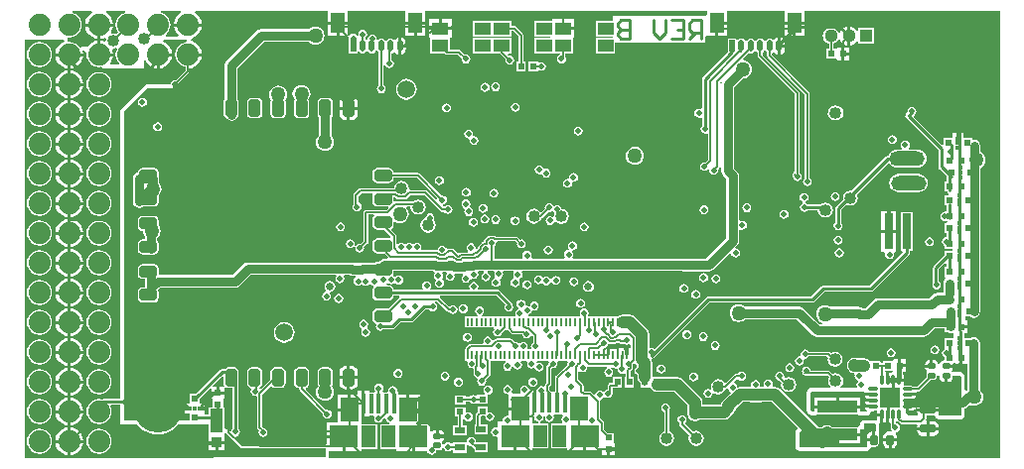
<source format=gbl>
G04 Layer_Physical_Order=4*
G04 Layer_Color=16711680*
%FSLAX42Y42*%
%MOMM*%
G71*
G01*
G75*
%ADD24R,0.51X0.61*%
G04:AMPARAMS|DCode=25|XSize=0.51mm|YSize=0.61mm|CornerRadius=0.13mm|HoleSize=0mm|Usage=FLASHONLY|Rotation=270.000|XOffset=0mm|YOffset=0mm|HoleType=Round|Shape=RoundedRectangle|*
%AMROUNDEDRECTD25*
21,1,0.51,0.36,0,0,270.0*
21,1,0.25,0.61,0,0,270.0*
1,1,0.25,-0.18,-0.13*
1,1,0.25,-0.18,0.13*
1,1,0.25,0.18,0.13*
1,1,0.25,0.18,-0.13*
%
%ADD25ROUNDEDRECTD25*%
%ADD26C,0.15*%
%ADD27C,0.15*%
%ADD28C,0.25*%
%ADD29C,0.80*%
%ADD30C,0.20*%
%ADD31C,1.00*%
%ADD33C,4.10*%
%ADD34C,2.21*%
%ADD35R,0.41X0.41*%
%ADD36C,0.66*%
%ADD37C,1.12*%
%ADD38R,1.12X1.12*%
%ADD39R,0.41X0.41*%
%ADD40C,0.50*%
%ADD41C,1.27*%
%ADD45R,3.40X0.98*%
%ADD46O,0.85X0.28*%
%ADD47O,0.28X0.85*%
%ADD48R,1.70X1.70*%
G04:AMPARAMS|DCode=49|XSize=1.5mm|YSize=1.02mm|CornerRadius=0.25mm|HoleSize=0mm|Usage=FLASHONLY|Rotation=180.000|XOffset=0mm|YOffset=0mm|HoleType=Round|Shape=RoundedRectangle|*
%AMROUNDEDRECTD49*
21,1,1.50,0.51,0,0,180.0*
21,1,0.99,1.02,0,0,180.0*
1,1,0.51,-0.50,0.25*
1,1,0.51,0.50,0.25*
1,1,0.51,0.50,-0.25*
1,1,0.51,-0.50,-0.25*
%
%ADD49ROUNDEDRECTD49*%
G04:AMPARAMS|DCode=50|XSize=1.5mm|YSize=1.02mm|CornerRadius=0.25mm|HoleSize=0mm|Usage=FLASHONLY|Rotation=90.000|XOffset=0mm|YOffset=0mm|HoleType=Round|Shape=RoundedRectangle|*
%AMROUNDEDRECTD50*
21,1,1.50,0.51,0,0,90.0*
21,1,0.99,1.02,0,0,90.0*
1,1,0.51,0.25,0.50*
1,1,0.51,0.25,-0.50*
1,1,0.51,-0.25,-0.50*
1,1,0.51,-0.25,0.50*
%
%ADD50ROUNDEDRECTD50*%
G04:AMPARAMS|DCode=51|XSize=1.02mm|YSize=1.02mm|CornerRadius=0.51mm|HoleSize=0mm|Usage=FLASHONLY|Rotation=0.000|XOffset=0mm|YOffset=0mm|HoleType=Round|Shape=RoundedRectangle|*
%AMROUNDEDRECTD51*
21,1,1.02,0.00,0,0,0.0*
21,1,0.00,1.02,0,0,0.0*
1,1,1.02,0.00,0.00*
1,1,1.02,0.00,0.00*
1,1,1.02,0.00,0.00*
1,1,1.02,0.00,0.00*
%
%ADD51ROUNDEDRECTD51*%
%ADD52R,0.76X3.02*%
%ADD53R,1.19X1.91*%
%ADD54R,2.39X1.91*%
%ADD55R,1.50X2.11*%
%ADD56R,0.46X1.70*%
%ADD57R,0.81X0.81*%
%ADD58R,1.12X2.01*%
%ADD59R,0.61X0.61*%
%ADD60R,1.20X1.70*%
%ADD61R,0.50X1.00*%
G04:AMPARAMS|DCode=62|XSize=0.5mm|YSize=1mm|CornerRadius=0.25mm|HoleSize=0mm|Usage=FLASHONLY|Rotation=180.000|XOffset=0mm|YOffset=0mm|HoleType=Round|Shape=RoundedRectangle|*
%AMROUNDEDRECTD62*
21,1,0.50,0.50,0,0,180.0*
21,1,0.00,1.00,0,0,180.0*
1,1,0.50,0.00,0.25*
1,1,0.50,0.00,0.25*
1,1,0.50,0.00,-0.25*
1,1,0.50,0.00,-0.25*
%
%ADD62ROUNDEDRECTD62*%
G04:AMPARAMS|DCode=63|XSize=3.02mm|YSize=1.27mm|CornerRadius=0.64mm|HoleSize=0mm|Usage=FLASHONLY|Rotation=0.000|XOffset=0mm|YOffset=0mm|HoleType=Round|Shape=RoundedRectangle|*
%AMROUNDEDRECTD63*
21,1,3.02,0.00,0,0,0.0*
21,1,1.75,1.27,0,0,0.0*
1,1,1.27,0.88,0.00*
1,1,1.27,-0.88,0.00*
1,1,1.27,-0.88,0.00*
1,1,1.27,0.88,0.00*
%
%ADD63ROUNDEDRECTD63*%
G04:AMPARAMS|DCode=64|XSize=1.52mm|YSize=1.52mm|CornerRadius=0.76mm|HoleSize=0mm|Usage=FLASHONLY|Rotation=90.000|XOffset=0mm|YOffset=0mm|HoleType=Round|Shape=RoundedRectangle|*
%AMROUNDEDRECTD64*
21,1,1.52,0.00,0,0,90.0*
21,1,0.00,1.52,0,0,90.0*
1,1,1.52,0.00,0.00*
1,1,1.52,0.00,0.00*
1,1,1.52,0.00,0.00*
1,1,1.52,0.00,0.00*
%
%ADD64ROUNDEDRECTD64*%
%ADD65R,1.42X1.07*%
%ADD66R,0.20X0.71*%
G04:AMPARAMS|DCode=67|XSize=0.71mm|YSize=1.32mm|CornerRadius=0.18mm|HoleSize=0mm|Usage=FLASHONLY|Rotation=270.000|XOffset=0mm|YOffset=0mm|HoleType=Round|Shape=RoundedRectangle|*
%AMROUNDEDRECTD67*
21,1,0.71,0.97,0,0,270.0*
21,1,0.36,1.32,0,0,270.0*
1,1,0.36,-0.48,-0.18*
1,1,0.36,-0.48,0.18*
1,1,0.36,0.48,0.18*
1,1,0.36,0.48,-0.18*
%
%ADD67ROUNDEDRECTD67*%
%ADD68R,0.91X0.61*%
G04:AMPARAMS|DCode=69|XSize=0.61mm|YSize=0.91mm|CornerRadius=0.15mm|HoleSize=0mm|Usage=FLASHONLY|Rotation=0.000|XOffset=0mm|YOffset=0mm|HoleType=Round|Shape=RoundedRectangle|*
%AMROUNDEDRECTD69*
21,1,0.61,0.61,0,0,0.0*
21,1,0.30,0.91,0,0,0.0*
1,1,0.30,0.15,-0.30*
1,1,0.30,-0.15,-0.30*
1,1,0.30,-0.15,0.30*
1,1,0.30,0.15,0.30*
%
%ADD69ROUNDEDRECTD69*%
%ADD70R,0.61X0.51*%
%ADD71R,0.61X0.61*%
G04:AMPARAMS|DCode=72|XSize=1.02mm|YSize=1.02mm|CornerRadius=0.51mm|HoleSize=0mm|Usage=FLASHONLY|Rotation=135.000|XOffset=0mm|YOffset=0mm|HoleType=Round|Shape=RoundedRectangle|*
%AMROUNDEDRECTD72*
21,1,1.02,0.00,0,0,135.0*
21,1,0.00,1.02,0,0,135.0*
1,1,1.02,0.00,0.00*
1,1,1.02,0.00,0.00*
1,1,1.02,0.00,0.00*
1,1,1.02,0.00,0.00*
%
%ADD72ROUNDEDRECTD72*%
G04:AMPARAMS|DCode=73|XSize=1.52mm|YSize=1.52mm|CornerRadius=0.76mm|HoleSize=0mm|Usage=FLASHONLY|Rotation=180.000|XOffset=0mm|YOffset=0mm|HoleType=Round|Shape=RoundedRectangle|*
%AMROUNDEDRECTD73*
21,1,1.52,0.00,0,0,180.0*
21,1,0.00,1.52,0,0,180.0*
1,1,1.52,0.00,0.00*
1,1,1.52,0.00,0.00*
1,1,1.52,0.00,0.00*
1,1,1.52,0.00,0.00*
%
%ADD73ROUNDEDRECTD73*%
G04:AMPARAMS|DCode=74|XSize=1.02mm|YSize=1.02mm|CornerRadius=0.51mm|HoleSize=0mm|Usage=FLASHONLY|Rotation=90.000|XOffset=0mm|YOffset=0mm|HoleType=Round|Shape=RoundedRectangle|*
%AMROUNDEDRECTD74*
21,1,1.02,0.00,0,0,90.0*
21,1,0.00,1.02,0,0,90.0*
1,1,1.02,0.00,0.00*
1,1,1.02,0.00,0.00*
1,1,1.02,0.00,0.00*
1,1,1.02,0.00,0.00*
%
%ADD74ROUNDEDRECTD74*%
%ADD75C,0.50*%
%ADD76C,0.40*%
%ADD77C,1.88*%
G36*
X3850Y6083D02*
X3830Y6080D01*
X3804Y6069D01*
X3782Y6052D01*
X3765Y6030D01*
X3754Y6004D01*
X3750Y5976D01*
X3754Y5948D01*
X3765Y5922D01*
X3782Y5900D01*
X3804Y5883D01*
X3830Y5872D01*
X3837Y5871D01*
Y5840D01*
X3756Y5758D01*
X3748Y5760D01*
X3733Y5757D01*
X3721Y5749D01*
X3712Y5736D01*
X3709Y5721D01*
X3708Y5720D01*
X3500D01*
X3280Y5500D01*
Y3036D01*
X3133D01*
X3124Y3034D01*
X3122Y3033D01*
X3100Y3036D01*
X3072Y3032D01*
X3046Y3021D01*
X3024Y3004D01*
X3007Y2982D01*
X2996Y2956D01*
X2992Y2928D01*
X2996Y2900D01*
X3007Y2874D01*
X3024Y2852D01*
X3046Y2835D01*
X3072Y2824D01*
X3100Y2820D01*
X3128Y2824D01*
X3154Y2835D01*
X3176Y2852D01*
X3193Y2874D01*
X3204Y2900D01*
X3208Y2928D01*
X3204Y2956D01*
X3198Y2971D01*
X3206Y2984D01*
X3280D01*
Y2820D01*
X3427Y2820D01*
X3446Y2797D01*
X3479Y2770D01*
X3517Y2749D01*
X3558Y2737D01*
X3601Y2733D01*
X3643Y2737D01*
X3684Y2749D01*
X3722Y2770D01*
X3755Y2797D01*
X3774Y2820D01*
X4035Y2819D01*
Y2740D01*
X4036D01*
X4038Y2728D01*
X4038Y2727D01*
Y2675D01*
X4170D01*
Y2727D01*
X4170Y2728D01*
X4170Y2728D01*
X4172Y2740D01*
X4184Y2744D01*
X4185Y2744D01*
X4189Y2739D01*
X4306Y2622D01*
X4312Y2617D01*
X4320Y2616D01*
X4464D01*
X4465Y2615D01*
X4473Y2613D01*
X5030D01*
Y2542D01*
X3110Y2533D01*
X2473D01*
X2464Y2542D01*
X2470Y6100D01*
X2800D01*
X2803Y6087D01*
X2786Y6080D01*
X2761Y6061D01*
X2742Y6036D01*
X2730Y6007D01*
X2727Y5989D01*
X2965D01*
X2962Y6007D01*
X2961Y6012D01*
X2971Y6019D01*
X2995Y5995D01*
X2992Y5976D01*
X2996Y5948D01*
X3007Y5922D01*
X3024Y5900D01*
X3046Y5883D01*
X3072Y5872D01*
X3100Y5868D01*
X3119Y5871D01*
X3130Y5860D01*
X3480D01*
Y5930D01*
X3493Y5933D01*
X3500Y5916D01*
X3519Y5891D01*
X3544Y5872D01*
X3573Y5860D01*
X3591Y5857D01*
Y5976D01*
X3604D01*
Y5989D01*
X3723D01*
X3720Y6007D01*
X3708Y6036D01*
X3689Y6061D01*
X3664Y6080D01*
X3647Y6087D01*
X3650Y6100D01*
X3850D01*
Y6083D01*
D02*
G37*
G36*
X4162Y3226D02*
Y3170D01*
X4165Y3155D01*
X4169Y3150D01*
X4162Y3137D01*
X4127D01*
Y3099D01*
X4170D01*
Y3129D01*
X4182Y3136D01*
X4186Y3134D01*
X4201Y3131D01*
X4239D01*
Y2784D01*
X4237Y2783D01*
X4229Y2771D01*
X4227Y2761D01*
X4214Y2757D01*
X4212Y2758D01*
X4210Y2761D01*
X4209Y2763D01*
X4208Y2764D01*
X4205Y2767D01*
X4202Y2770D01*
X4200Y2770D01*
X4199Y2772D01*
X4197Y2772D01*
X4196Y2772D01*
X4195Y2773D01*
X4191Y2774D01*
X4189D01*
X4188Y2775D01*
X4187Y2775D01*
X4186Y2775D01*
X4185Y2775D01*
X4175Y2781D01*
X4174Y2783D01*
X4172Y2786D01*
X4172Y2786D01*
Y2966D01*
X4166D01*
X4157Y2975D01*
Y3023D01*
X4157Y3023D01*
X4159Y3035D01*
X4170D01*
Y3073D01*
X4058D01*
Y3035D01*
X4069D01*
Y3035D01*
X4071Y3023D01*
X4071Y3023D01*
Y2966D01*
X4035D01*
Y2901D01*
X4009D01*
X4000Y2908D01*
Y2941D01*
X3954D01*
Y2967D01*
X4000D01*
Y3000D01*
X3956D01*
Y3037D01*
X4045Y3126D01*
X4058Y3120D01*
Y3099D01*
X4101D01*
Y3137D01*
X4074D01*
X4069Y3150D01*
X4151Y3231D01*
X4162Y3226D01*
D02*
G37*
G36*
X10782Y2533D02*
X5071D01*
X5061Y2542D01*
Y2592D01*
X5176D01*
Y2700D01*
X5044D01*
Y2654D01*
X5031Y2644D01*
X5030Y2644D01*
X4476D01*
X4475Y2644D01*
X4475Y2644D01*
X4472Y2645D01*
X4470Y2646D01*
X4467D01*
X4464Y2647D01*
X4324D01*
X4265Y2705D01*
X4270Y2719D01*
X4279Y2720D01*
X4292Y2729D01*
X4300Y2741D01*
X4303Y2756D01*
X4300Y2771D01*
X4292Y2783D01*
X4291Y2784D01*
Y3168D01*
X4291Y3170D01*
Y3269D01*
X4288Y3284D01*
X4279Y3296D01*
X4267Y3305D01*
X4252Y3308D01*
X4201D01*
X4186Y3305D01*
X4174Y3296D01*
X4173Y3296D01*
X4153D01*
X4143Y3294D01*
X4135Y3288D01*
X3925Y3078D01*
X3870D01*
Y3000D01*
X3827D01*
Y2967D01*
X3873D01*
Y2941D01*
X3827D01*
Y2908D01*
X3870D01*
Y2859D01*
X3861Y2850D01*
X3774Y2850D01*
X3773Y2850D01*
X3771Y2850D01*
X3767Y2849D01*
X3762Y2848D01*
X3761Y2847D01*
X3760Y2847D01*
X3756Y2844D01*
X3753Y2841D01*
X3752Y2840D01*
X3750Y2839D01*
X3734Y2819D01*
X3705Y2795D01*
X3673Y2778D01*
X3637Y2767D01*
X3601Y2763D01*
X3564Y2767D01*
X3529Y2778D01*
X3496Y2795D01*
X3468Y2819D01*
X3451Y2839D01*
X3450Y2840D01*
X3449Y2841D01*
X3445Y2844D01*
X3442Y2847D01*
X3440Y2847D01*
X3439Y2848D01*
X3434Y2849D01*
X3430Y2850D01*
X3429Y2850D01*
X3427Y2850D01*
X3311Y2851D01*
Y2984D01*
X3308Y2996D01*
X3305Y3001D01*
X3303Y3010D01*
X3305Y3019D01*
X3308Y3024D01*
X3311Y3036D01*
Y5487D01*
X3513Y5689D01*
X3708D01*
X3710Y5690D01*
X3711Y5690D01*
X3716Y5691D01*
X3720Y5692D01*
X3721Y5693D01*
X3723Y5693D01*
X3726Y5696D01*
X3726Y5696D01*
X3727Y5696D01*
X3730Y5698D01*
X3731Y5700D01*
X3732Y5701D01*
X3733Y5702D01*
X3734Y5703D01*
X3735Y5704D01*
X3736Y5708D01*
X3736Y5708D01*
X3737Y5709D01*
X3739Y5712D01*
X3739Y5714D01*
X3739Y5715D01*
X3740Y5720D01*
X3750Y5728D01*
X3753D01*
X3756Y5728D01*
X3759Y5728D01*
X3762D01*
X3764Y5729D01*
X3767Y5730D01*
X3770Y5732D01*
X3773Y5733D01*
X3775Y5735D01*
X3777Y5737D01*
X3859Y5818D01*
X3866Y5828D01*
X3868Y5840D01*
X3868Y5840D01*
Y5857D01*
X3889Y5860D01*
X3918Y5872D01*
X3943Y5891D01*
X3962Y5916D01*
X3974Y5945D01*
X3977Y5963D01*
X3858D01*
Y5989D01*
X3977D01*
X3974Y6007D01*
X3962Y6036D01*
X3943Y6061D01*
X3918Y6080D01*
X3890Y6092D01*
X3889Y6093D01*
X3884Y6106D01*
X3889Y6114D01*
X3918Y6126D01*
X3943Y6145D01*
X3962Y6170D01*
X3974Y6199D01*
X3977Y6217D01*
X3739D01*
X3742Y6199D01*
X3754Y6170D01*
X3773Y6145D01*
X3776Y6143D01*
X3772Y6131D01*
X3671D01*
X3666Y6143D01*
X3680Y6154D01*
X3697Y6176D01*
X3708Y6202D01*
X3712Y6230D01*
X3708Y6258D01*
X3697Y6284D01*
X3680Y6306D01*
X3658Y6323D01*
X3632Y6334D01*
X3630Y6334D01*
X3630Y6347D01*
X3795D01*
X3798Y6334D01*
X3773Y6315D01*
X3754Y6290D01*
X3742Y6261D01*
X3739Y6243D01*
X3977D01*
X3974Y6261D01*
X3962Y6290D01*
X3943Y6315D01*
X3918Y6334D01*
X3921Y6347D01*
X5051D01*
Y6258D01*
X5221D01*
Y6347D01*
X5711D01*
Y6258D01*
X5881D01*
Y6347D01*
X8281D01*
Y6312D01*
X8270Y6307D01*
X8268Y6307D01*
X7483D01*
Y6265D01*
X7333D01*
Y6133D01*
X7483D01*
Y6119D01*
X7333D01*
Y5987D01*
X7501D01*
Y6078D01*
X8270D01*
Y6129D01*
X8270Y6129D01*
X8281Y6135D01*
X8283Y6135D01*
X8353D01*
Y6245D01*
X8366D01*
Y6258D01*
X8452D01*
Y6347D01*
X8941D01*
Y6258D01*
X9112D01*
Y6347D01*
X10782D01*
Y2533D01*
D02*
G37*
G36*
X3324Y6334D02*
X3322Y6334D01*
X3296Y6323D01*
X3274Y6306D01*
X3257Y6284D01*
X3246Y6258D01*
X3242Y6230D01*
X3246Y6202D01*
X3257Y6176D01*
X3264Y6166D01*
X3250Y6152D01*
X3248Y6153D01*
X3223Y6158D01*
X3209Y6155D01*
X3202Y6167D01*
X3204Y6170D01*
X3216Y6199D01*
X3219Y6217D01*
X3113D01*
Y6111D01*
X3131Y6114D01*
X3152Y6122D01*
X3162Y6113D01*
X3159Y6095D01*
X3158Y6093D01*
X3147Y6086D01*
X3131Y6092D01*
X3113Y6095D01*
Y5989D01*
X3219D01*
X3216Y6007D01*
X3211Y6020D01*
X3219Y6030D01*
X3223Y6029D01*
X3244Y6033D01*
X3253Y6025D01*
X3254Y6023D01*
X3246Y6004D01*
X3242Y5976D01*
X3246Y5948D01*
X3257Y5922D01*
X3271Y5903D01*
X3267Y5891D01*
X3201D01*
X3195Y5903D01*
X3204Y5916D01*
X3216Y5945D01*
X3219Y5963D01*
X3100D01*
Y5976D01*
X3087D01*
Y6095D01*
X3069Y6092D01*
X3040Y6080D01*
X3015Y6061D01*
X3002Y6045D01*
X2988Y6044D01*
X2986Y6045D01*
X2983Y6047D01*
X2980Y6048D01*
X2977Y6049D01*
X2974D01*
X2971Y6049D01*
X2968Y6049D01*
X2965D01*
X2963Y6048D01*
X2960Y6047D01*
X2957Y6045D01*
X2954Y6044D01*
X2944Y6037D01*
X2931Y6040D01*
X2922Y6052D01*
X2900Y6069D01*
X2874Y6080D01*
X2846Y6084D01*
X2845Y6084D01*
X2841Y6085D01*
X2833Y6093D01*
X2830Y6106D01*
X2829Y6109D01*
X2828Y6112D01*
X2828Y6112D01*
X2831Y6119D01*
X2835Y6124D01*
X2835Y6124D01*
X2846Y6122D01*
X2874Y6126D01*
X2900Y6137D01*
X2922Y6154D01*
X2939Y6176D01*
X2950Y6202D01*
X2954Y6230D01*
X2950Y6258D01*
X2939Y6284D01*
X2922Y6306D01*
X2900Y6323D01*
X2874Y6334D01*
X2872Y6334D01*
X2872Y6347D01*
X3037D01*
X3040Y6334D01*
X3015Y6315D01*
X2996Y6290D01*
X2984Y6261D01*
X2981Y6243D01*
X3219D01*
X3216Y6261D01*
X3204Y6290D01*
X3185Y6315D01*
X3160Y6334D01*
X3163Y6347D01*
X3324D01*
X3324Y6334D01*
D02*
G37*
%LPC*%
G36*
X2833Y3809D02*
X2815Y3806D01*
X2786Y3794D01*
X2761Y3775D01*
X2742Y3750D01*
X2730Y3721D01*
X2727Y3703D01*
X2833D01*
Y3809D01*
D02*
G37*
G36*
X3100Y3798D02*
X3072Y3794D01*
X3046Y3783D01*
X3024Y3766D01*
X3007Y3744D01*
X2996Y3718D01*
X2992Y3690D01*
X2996Y3662D01*
X3007Y3636D01*
X3024Y3614D01*
X3046Y3597D01*
X3072Y3586D01*
X3100Y3582D01*
X3128Y3586D01*
X3154Y3597D01*
X3176Y3614D01*
X3193Y3636D01*
X3204Y3662D01*
X3208Y3690D01*
X3204Y3718D01*
X3193Y3744D01*
X3176Y3766D01*
X3154Y3783D01*
X3128Y3794D01*
X3100Y3798D01*
D02*
G37*
G36*
X2833Y3677D02*
X2727D01*
X2730Y3659D01*
X2742Y3630D01*
X2761Y3605D01*
X2786Y3586D01*
X2815Y3574D01*
X2833Y3571D01*
Y3677D01*
D02*
G37*
G36*
X2965D02*
X2859D01*
Y3571D01*
X2877Y3574D01*
X2906Y3586D01*
X2931Y3605D01*
X2950Y3630D01*
X2962Y3659D01*
X2965Y3677D01*
D02*
G37*
G36*
X2592Y3798D02*
X2564Y3794D01*
X2538Y3783D01*
X2516Y3766D01*
X2499Y3744D01*
X2488Y3718D01*
X2484Y3690D01*
X2488Y3662D01*
X2499Y3636D01*
X2516Y3614D01*
X2538Y3597D01*
X2564Y3586D01*
X2592Y3582D01*
X2620Y3586D01*
X2646Y3597D01*
X2668Y3614D01*
X2685Y3636D01*
X2696Y3662D01*
X2700Y3690D01*
X2696Y3718D01*
X2685Y3744D01*
X2668Y3766D01*
X2646Y3783D01*
X2620Y3794D01*
X2592Y3798D01*
D02*
G37*
G36*
X2859Y3809D02*
Y3703D01*
X2965D01*
X2962Y3721D01*
X2950Y3750D01*
X2931Y3775D01*
X2906Y3794D01*
X2877Y3806D01*
X2859Y3809D01*
D02*
G37*
G36*
X2833Y3931D02*
X2727D01*
X2730Y3913D01*
X2742Y3884D01*
X2761Y3859D01*
X2786Y3840D01*
X2815Y3828D01*
X2833Y3825D01*
Y3931D01*
D02*
G37*
G36*
X2965D02*
X2859D01*
Y3825D01*
X2877Y3828D01*
X2906Y3840D01*
X2931Y3859D01*
X2950Y3884D01*
X2962Y3913D01*
X2965Y3931D01*
D02*
G37*
G36*
X2592Y4052D02*
X2564Y4048D01*
X2538Y4037D01*
X2516Y4020D01*
X2499Y3998D01*
X2488Y3972D01*
X2484Y3944D01*
X2488Y3916D01*
X2499Y3890D01*
X2516Y3868D01*
X2538Y3851D01*
X2564Y3840D01*
X2592Y3836D01*
X2620Y3840D01*
X2646Y3851D01*
X2668Y3868D01*
X2685Y3890D01*
X2696Y3916D01*
X2700Y3944D01*
X2696Y3972D01*
X2685Y3998D01*
X2668Y4020D01*
X2646Y4037D01*
X2620Y4048D01*
X2592Y4052D01*
D02*
G37*
G36*
X6205Y3843D02*
X6191Y3840D01*
X6178Y3832D01*
X6170Y3820D01*
X6167Y3805D01*
X6170Y3790D01*
X6178Y3778D01*
X6191Y3769D01*
X6205Y3766D01*
X6220Y3769D01*
X6232Y3778D01*
X6241Y3790D01*
X6244Y3805D01*
X6241Y3820D01*
X6232Y3832D01*
X6220Y3840D01*
X6205Y3843D01*
D02*
G37*
G36*
X10030Y5528D02*
X10015Y5526D01*
X10003Y5517D01*
X9994Y5505D01*
X9992Y5490D01*
X9993Y5485D01*
X9980Y5473D01*
X9975Y5464D01*
X9973Y5455D01*
X9975Y5445D01*
X9980Y5436D01*
X10256Y5161D01*
Y5016D01*
X10258Y5006D01*
X10264Y4998D01*
X10322Y4940D01*
Y4928D01*
X10327D01*
Y4893D01*
X10312D01*
Y4807D01*
X10328D01*
X10329Y4805D01*
X10334Y4796D01*
X10343Y4791D01*
X10345Y4790D01*
X10344Y4777D01*
X10309D01*
Y4691D01*
X10327D01*
Y4642D01*
X10309D01*
Y4632D01*
X10296Y4629D01*
X10284Y4621D01*
X10276Y4608D01*
X10273Y4593D01*
X10276Y4579D01*
X10284Y4566D01*
X10296Y4558D01*
X10311Y4555D01*
X10313Y4555D01*
X10329D01*
X10331Y4553D01*
X10326Y4540D01*
X10309D01*
Y4454D01*
X10327D01*
Y4421D01*
X10324Y4419D01*
X10309Y4416D01*
X10297Y4407D01*
X10288Y4395D01*
X10285Y4380D01*
X10288Y4365D01*
X10297Y4353D01*
X10309Y4345D01*
X10309Y4345D01*
Y4318D01*
X10372D01*
X10378Y4306D01*
X10376Y4303D01*
X10309D01*
Y4266D01*
X10217Y4173D01*
X10211Y4165D01*
X10209Y4155D01*
Y4031D01*
X10204Y4025D01*
X10202Y4010D01*
X10204Y3995D01*
X10213Y3983D01*
X10225Y3974D01*
X10240Y3972D01*
X10255Y3974D01*
X10267Y3983D01*
X10276Y3995D01*
X10278Y4010D01*
X10276Y4025D01*
X10267Y4037D01*
X10261Y4041D01*
Y4144D01*
X10315Y4198D01*
X10327Y4193D01*
Y4168D01*
X10309D01*
Y4081D01*
X10309D01*
X10315Y4069D01*
X10313Y4066D01*
X10309D01*
Y4053D01*
X10303Y4044D01*
X10299Y4023D01*
Y3941D01*
X10248D01*
X10227Y3937D01*
X10210Y3926D01*
X10178Y3894D01*
X9737D01*
X9717Y3890D01*
X9699Y3878D01*
X9631Y3810D01*
X9610D01*
X9595Y3820D01*
X9575Y3824D01*
X9332D01*
X9328Y3827D01*
X9310Y3834D01*
X9290Y3837D01*
X9270Y3834D01*
X9252Y3827D01*
X9236Y3814D01*
X9223Y3798D01*
X9216Y3780D01*
X9213Y3760D01*
X9216Y3740D01*
X9223Y3722D01*
X9236Y3706D01*
X9252Y3693D01*
X9270Y3686D01*
X9267Y3674D01*
X9242D01*
X9109Y3807D01*
X9091Y3819D01*
X9071Y3823D01*
X8609D01*
X8608Y3824D01*
X8592Y3836D01*
X8574Y3844D01*
X8554Y3846D01*
X8534Y3844D01*
X8515Y3836D01*
X8500Y3824D01*
X8487Y3808D01*
X8480Y3789D01*
X8477Y3769D01*
X8480Y3749D01*
X8487Y3731D01*
X8500Y3715D01*
X8515Y3703D01*
X8534Y3695D01*
X8554Y3693D01*
X8574Y3695D01*
X8592Y3703D01*
X8608Y3715D01*
X8609Y3716D01*
X9048D01*
X9182Y3582D01*
X9199Y3570D01*
X9220Y3566D01*
X10130D01*
X10151Y3570D01*
X10168Y3582D01*
X10222Y3636D01*
X10305D01*
X10305Y3634D01*
X10312Y3624D01*
Y3607D01*
X10332D01*
X10334Y3605D01*
X10355Y3601D01*
X10375Y3605D01*
X10386Y3598D01*
X10388Y3594D01*
X10388Y3581D01*
Y3557D01*
X10309D01*
Y3470D01*
X10309Y3470D01*
X10304Y3460D01*
X10297Y3455D01*
X10289Y3443D01*
X10286Y3428D01*
X10289Y3413D01*
X10297Y3401D01*
X10309Y3393D01*
Y3366D01*
X10304D01*
X10289Y3363D01*
X10277Y3355D01*
X10268Y3342D01*
X10267Y3333D01*
X10254D01*
X10251Y3345D01*
X10243Y3357D01*
X10230Y3366D01*
X10215Y3369D01*
X10210D01*
Y3317D01*
X10198D01*
Y3305D01*
X10141D01*
X10144Y3290D01*
X10152Y3277D01*
X10153Y3277D01*
X10156Y3260D01*
X10154Y3250D01*
Y3225D01*
X10154Y3223D01*
X10075Y3144D01*
X10039D01*
X10032Y3149D01*
X10022Y3151D01*
X9971D01*
X9961Y3160D01*
X9960Y3163D01*
X9961Y3168D01*
Y3183D01*
X9921D01*
Y3209D01*
X9961D01*
Y3225D01*
X9958Y3240D01*
X9950Y3252D01*
X9952Y3258D01*
X9955Y3265D01*
X9976D01*
Y3284D01*
Y3308D01*
X9925D01*
Y3320D01*
X9912D01*
Y3376D01*
X9874D01*
Y3366D01*
X9862Y3364D01*
Y3364D01*
X9786D01*
Y3341D01*
X9772D01*
X9771Y3341D01*
X9760Y3348D01*
Y3364D01*
X9684D01*
Y3362D01*
X9671Y3358D01*
X9666Y3366D01*
X9665Y3367D01*
X9644Y3381D01*
X9620Y3386D01*
X9546D01*
X9540Y3387D01*
X9515Y3382D01*
X9494Y3368D01*
X9481Y3347D01*
X9476Y3323D01*
X9481Y3298D01*
X9494Y3278D01*
X9496Y3277D01*
X9516Y3263D01*
X9534Y3259D01*
X9537Y3256D01*
X9541Y3247D01*
X9542Y3245D01*
X9539Y3234D01*
X9542Y3219D01*
X9551Y3207D01*
X9563Y3199D01*
X9564Y3197D01*
X9567Y3185D01*
X9560Y3175D01*
X9557Y3160D01*
X9560Y3146D01*
X9562Y3143D01*
X9555Y3130D01*
X9427D01*
X9423Y3143D01*
X9426Y3144D01*
X9440Y3165D01*
X9445Y3190D01*
X9440Y3215D01*
X9426Y3236D01*
X9405Y3250D01*
X9380Y3255D01*
X9355Y3250D01*
X9355Y3250D01*
X9333Y3271D01*
X9327Y3276D01*
X9319Y3278D01*
X9166D01*
X9164Y3287D01*
X9155Y3299D01*
X9143Y3308D01*
X9128Y3311D01*
X9114Y3308D01*
X9101Y3299D01*
X9093Y3287D01*
X9090Y3272D01*
X9093Y3257D01*
X9101Y3245D01*
X9102Y3244D01*
X9103Y3242D01*
X9110Y3238D01*
X9112Y3237D01*
X9114Y3237D01*
X9128Y3234D01*
X9141Y3236D01*
X9310D01*
X9325Y3222D01*
X9320Y3215D01*
X9315Y3190D01*
X9320Y3165D01*
X9334Y3144D01*
X9337Y3143D01*
X9333Y3130D01*
X9172D01*
X9166Y3129D01*
X9160Y3128D01*
X9160Y3128D01*
X9160Y3128D01*
X9155Y3124D01*
X9150Y3121D01*
X9140Y3111D01*
X9140Y3111D01*
X9140Y3111D01*
X9137Y3106D01*
X9133Y3101D01*
X9133Y3101D01*
X9133Y3101D01*
X9132Y3095D01*
X9131Y3089D01*
X9131Y3089D01*
X9131Y3089D01*
Y2942D01*
X9131Y2942D01*
X9131Y2942D01*
X9132Y2936D01*
X9133Y2930D01*
X9133Y2930D01*
X9133Y2930D01*
X9137Y2925D01*
X9140Y2920D01*
X9140Y2920D01*
X9140Y2920D01*
X9156Y2905D01*
X9161Y2902D01*
X9165Y2898D01*
X9166Y2898D01*
X9166Y2898D01*
X9171Y2897D01*
X9177Y2896D01*
X9200D01*
X9211Y2898D01*
X9221Y2905D01*
X9223Y2907D01*
X9567D01*
X9569Y2905D01*
X9579Y2898D01*
X9590Y2896D01*
X9647D01*
X9648Y2896D01*
X9650Y2896D01*
X9654Y2897D01*
X9658Y2898D01*
X9660Y2899D01*
X9661Y2900D01*
X9665Y2902D01*
X9668Y2905D01*
X9669Y2906D01*
X9670Y2907D01*
X9672Y2911D01*
X9675Y2915D01*
X9675Y2916D01*
X9676Y2918D01*
X9680Y2930D01*
X9699D01*
X9710Y2933D01*
X9720Y2939D01*
X9722Y2939D01*
X9732Y2934D01*
X9731Y2930D01*
Y2914D01*
X9771D01*
Y2901D01*
X9784D01*
Y2835D01*
X9786Y2836D01*
X9796Y2842D01*
X9806Y2836D01*
X9808Y2835D01*
Y2901D01*
X9834D01*
Y2835D01*
X9835Y2835D01*
X9839Y2835D01*
X9848Y2830D01*
Y2806D01*
X9850Y2797D01*
X9851Y2796D01*
X9849Y2790D01*
X9852Y2775D01*
X9855Y2770D01*
X9849Y2757D01*
X9828D01*
X9812Y2754D01*
X9798Y2745D01*
X9789Y2732D01*
X9786Y2716D01*
Y2698D01*
X9899D01*
Y2716D01*
X9896Y2732D01*
X9891Y2739D01*
X9897Y2753D01*
X9902Y2754D01*
X9915Y2762D01*
X9923Y2775D01*
X9926Y2790D01*
X9923Y2804D01*
X9915Y2817D01*
X9902Y2825D01*
X9894Y2827D01*
Y2844D01*
X9907Y2850D01*
X9908Y2849D01*
X9929Y2828D01*
X9929Y2828D01*
X9933Y2826D01*
X9936Y2824D01*
X9944Y2822D01*
X9944Y2822D01*
X10065D01*
X10075Y2810D01*
X10073Y2800D01*
Y2795D01*
X10152D01*
Y2847D01*
X10148Y2857D01*
X10151Y2860D01*
X10152Y2868D01*
Y2894D01*
X10213D01*
X10225Y2896D01*
X10226Y2892D01*
X10232Y2880D01*
X10235Y2877D01*
X10237Y2873D01*
X10238Y2872D01*
X10239Y2871D01*
X10243Y2869D01*
X10247Y2867D01*
X10249Y2866D01*
X10250Y2866D01*
X10254Y2865D01*
X10259Y2864D01*
X10450D01*
X10462Y2867D01*
X10472Y2873D01*
X10478Y2883D01*
X10481Y2895D01*
Y2955D01*
X10484Y2955D01*
X10502Y2967D01*
X10522Y2987D01*
X10540Y2980D01*
X10560Y2977D01*
X10580Y2980D01*
X10598Y2988D01*
X10614Y3000D01*
X10627Y3016D01*
X10634Y3034D01*
X10637Y3054D01*
X10634Y3074D01*
X10627Y3093D01*
X10614Y3109D01*
X10609Y3113D01*
Y3510D01*
X10605Y3531D01*
X10593Y3548D01*
X10575Y3560D01*
X10555Y3564D01*
X10534Y3560D01*
X10530Y3557D01*
X10479D01*
Y3559D01*
Y3594D01*
X10502D01*
Y3637D01*
X10451D01*
Y3663D01*
X10502D01*
Y3706D01*
X10482D01*
Y3741D01*
Y3743D01*
X10520D01*
X10521Y3742D01*
X10538Y3730D01*
X10559Y3726D01*
X10579Y3730D01*
X10597Y3742D01*
X10608Y3759D01*
X10612Y3780D01*
Y5007D01*
X10619Y5009D01*
X10635Y5022D01*
X10647Y5038D01*
X10655Y5056D01*
X10657Y5076D01*
X10655Y5096D01*
X10647Y5114D01*
X10635Y5130D01*
X10619Y5143D01*
X10612Y5145D01*
Y5198D01*
X10608Y5219D01*
X10597Y5236D01*
X10579Y5248D01*
X10559Y5252D01*
X10554Y5251D01*
X10544Y5259D01*
Y5264D01*
X10467D01*
Y5307D01*
X10434D01*
Y5261D01*
X10408D01*
Y5307D01*
X10375D01*
Y5267D01*
Y5264D01*
X10297D01*
Y5210D01*
X10285Y5205D01*
X10047Y5443D01*
X10050Y5458D01*
X10057Y5463D01*
X10065Y5475D01*
X10068Y5490D01*
X10065Y5505D01*
X10057Y5517D01*
X10045Y5526D01*
X10030Y5528D01*
D02*
G37*
G36*
X7206Y3892D02*
X7191Y3889D01*
X7179Y3880D01*
X7170Y3868D01*
X7168Y3853D01*
X7170Y3838D01*
X7179Y3826D01*
X7191Y3818D01*
X7206Y3815D01*
X7221Y3818D01*
X7233Y3826D01*
X7241Y3838D01*
X7244Y3853D01*
X7241Y3868D01*
X7233Y3880D01*
X7221Y3889D01*
X7206Y3892D01*
D02*
G37*
G36*
X10225Y3493D02*
X10211Y3491D01*
X10198Y3482D01*
X10190Y3470D01*
X10187Y3455D01*
X10190Y3440D01*
X10198Y3428D01*
X10211Y3420D01*
X10225Y3417D01*
X10240Y3420D01*
X10253Y3428D01*
X10261Y3440D01*
X10264Y3455D01*
X10261Y3470D01*
X10253Y3482D01*
X10240Y3491D01*
X10225Y3493D01*
D02*
G37*
G36*
X2833Y3555D02*
X2815Y3552D01*
X2786Y3540D01*
X2761Y3521D01*
X2742Y3496D01*
X2730Y3467D01*
X2727Y3449D01*
X2833D01*
Y3555D01*
D02*
G37*
G36*
X2859D02*
Y3449D01*
X2965D01*
X2962Y3467D01*
X2950Y3496D01*
X2931Y3521D01*
X2906Y3540D01*
X2877Y3552D01*
X2859Y3555D01*
D02*
G37*
G36*
X9852Y3468D02*
X9837Y3465D01*
X9825Y3457D01*
X9817Y3444D01*
X9814Y3430D01*
X9817Y3415D01*
X9821Y3409D01*
X9825Y3402D01*
X9837Y3394D01*
X9852Y3391D01*
X9867Y3394D01*
X9879Y3402D01*
X9888Y3415D01*
X9891Y3430D01*
X9888Y3444D01*
X9879Y3457D01*
X9867Y3465D01*
X9852Y3468D01*
D02*
G37*
G36*
X3100Y3544D02*
X3072Y3540D01*
X3046Y3529D01*
X3024Y3512D01*
X3007Y3490D01*
X2996Y3464D01*
X2992Y3436D01*
X2996Y3408D01*
X3007Y3382D01*
X3024Y3360D01*
X3046Y3343D01*
X3072Y3332D01*
X3100Y3328D01*
X3128Y3332D01*
X3154Y3343D01*
X3176Y3360D01*
X3193Y3382D01*
X3204Y3408D01*
X3208Y3436D01*
X3204Y3464D01*
X3193Y3490D01*
X3176Y3512D01*
X3154Y3529D01*
X3128Y3540D01*
X3100Y3544D01*
D02*
G37*
G36*
X10185Y3369D02*
X10180D01*
X10167Y3366D01*
X10165Y3366D01*
X10152Y3357D01*
X10144Y3345D01*
X10141Y3330D01*
X10185D01*
Y3369D01*
D02*
G37*
G36*
X9976Y3376D02*
X9938D01*
Y3333D01*
X9976D01*
Y3376D01*
D02*
G37*
G36*
X8252Y3607D02*
X8237Y3604D01*
X8224Y3596D01*
X8216Y3583D01*
X8213Y3569D01*
X8216Y3554D01*
X8224Y3542D01*
X8237Y3533D01*
X8252Y3530D01*
X8266Y3533D01*
X8279Y3542D01*
X8287Y3554D01*
X8290Y3569D01*
X8287Y3583D01*
X8279Y3596D01*
X8266Y3604D01*
X8252Y3607D01*
D02*
G37*
G36*
X8112Y3622D02*
X8097Y3619D01*
X8085Y3611D01*
X8076Y3599D01*
X8074Y3584D01*
X8076Y3569D01*
X8085Y3557D01*
X8097Y3548D01*
X8112Y3546D01*
X8127Y3548D01*
X8139Y3557D01*
X8147Y3569D01*
X8150Y3584D01*
X8147Y3599D01*
X8139Y3611D01*
X8127Y3619D01*
X8112Y3622D01*
D02*
G37*
G36*
X5357Y3714D02*
X5342Y3711D01*
X5330Y3703D01*
X5321Y3690D01*
X5318Y3675D01*
X5321Y3661D01*
X5330Y3648D01*
X5338Y3642D01*
X5342Y3636D01*
X5342Y3627D01*
X5337Y3619D01*
X5334Y3604D01*
X5337Y3590D01*
X5345Y3577D01*
X5357Y3569D01*
X5372Y3566D01*
X5387Y3569D01*
X5399Y3577D01*
X5408Y3590D01*
X5411Y3604D01*
X5408Y3619D01*
X5399Y3631D01*
X5391Y3637D01*
X5387Y3643D01*
X5387Y3653D01*
X5392Y3661D01*
X5395Y3675D01*
X5392Y3690D01*
X5384Y3703D01*
X5372Y3711D01*
X5357Y3714D01*
D02*
G37*
G36*
X6241Y3600D02*
X6226Y3597D01*
X6214Y3588D01*
X6205Y3576D01*
X6202Y3561D01*
X6205Y3546D01*
X6214Y3534D01*
X6226Y3526D01*
X6241Y3523D01*
X6255Y3526D01*
X6268Y3534D01*
X6276Y3546D01*
X6279Y3561D01*
X6276Y3576D01*
X6268Y3588D01*
X6255Y3597D01*
X6241Y3600D01*
D02*
G37*
G36*
X8353Y3531D02*
X8339Y3528D01*
X8326Y3520D01*
X8318Y3507D01*
X8315Y3492D01*
X8318Y3478D01*
X8326Y3465D01*
X8339Y3457D01*
X8353Y3454D01*
X8368Y3457D01*
X8380Y3465D01*
X8389Y3478D01*
X8392Y3492D01*
X8389Y3507D01*
X8380Y3520D01*
X8368Y3528D01*
X8353Y3531D01*
D02*
G37*
G36*
X10035Y4630D02*
X9933D01*
Y4302D01*
X9946D01*
X9952Y4289D01*
X9669Y4007D01*
X9273D01*
X9263Y4005D01*
X9255Y3999D01*
X9168Y3912D01*
X8292D01*
X8282Y3910D01*
X8274Y3905D01*
X7835Y3465D01*
X7828Y3470D01*
X7813Y3473D01*
X7802Y3470D01*
X7789Y3478D01*
Y3593D01*
X7784Y3617D01*
X7771Y3638D01*
X7670Y3738D01*
X7650Y3752D01*
X7625Y3757D01*
X7562D01*
X7538Y3752D01*
X7521Y3741D01*
X7278D01*
X7272Y3754D01*
X7272Y3755D01*
X7275Y3769D01*
X7272Y3784D01*
X7264Y3797D01*
X7251Y3805D01*
X7236Y3808D01*
X7222Y3805D01*
X7209Y3797D01*
X7201Y3784D01*
X7198Y3769D01*
X7201Y3755D01*
X7201Y3754D01*
X7195Y3741D01*
X6759D01*
X6757Y3743D01*
X6758Y3751D01*
X6761Y3756D01*
X6763Y3757D01*
X6776Y3765D01*
X6784Y3778D01*
X6786Y3786D01*
X6793Y3793D01*
X6800Y3794D01*
X6810Y3792D01*
X6824Y3795D01*
X6837Y3803D01*
X6845Y3816D01*
X6848Y3830D01*
X6845Y3845D01*
X6837Y3858D01*
X6824Y3866D01*
X6810Y3869D01*
X6795Y3866D01*
X6783Y3858D01*
X6774Y3845D01*
X6773Y3837D01*
X6765Y3829D01*
X6759Y3829D01*
X6749Y3831D01*
X6746Y3830D01*
X6736Y3841D01*
X6736Y3846D01*
X6733Y3860D01*
X6725Y3873D01*
X6713Y3881D01*
X6698Y3884D01*
X6683Y3881D01*
X6671Y3873D01*
X6662Y3860D01*
X6660Y3846D01*
X6662Y3831D01*
X6671Y3818D01*
X6674Y3816D01*
X6672Y3803D01*
X6671Y3802D01*
X6658Y3794D01*
X6650Y3782D01*
X6647Y3767D01*
X6649Y3754D01*
X6643Y3741D01*
X6364D01*
X6364Y3741D01*
X6362Y3754D01*
X6372Y3761D01*
X6380Y3773D01*
X6383Y3788D01*
X6380Y3803D01*
X6372Y3815D01*
X6360Y3823D01*
X6345Y3826D01*
X6330Y3823D01*
X6318Y3815D01*
X6309Y3803D01*
X6306Y3788D01*
X6309Y3773D01*
X6318Y3761D01*
X6328Y3754D01*
X6326Y3741D01*
X6326Y3741D01*
X6217D01*
Y3645D01*
X6464D01*
X6467Y3639D01*
X6469Y3632D01*
X6462Y3622D01*
X6459Y3607D01*
X6462Y3592D01*
X6470Y3580D01*
X6483Y3571D01*
X6497Y3568D01*
X6512Y3571D01*
X6525Y3580D01*
X6533Y3592D01*
X6534Y3596D01*
X6567Y3630D01*
X6573Y3629D01*
X6582Y3627D01*
X6585Y3622D01*
X6613Y3594D01*
X6619Y3590D01*
X6627Y3588D01*
X6706D01*
X6708Y3577D01*
X6717Y3564D01*
X6729Y3556D01*
X6744Y3553D01*
X6758Y3556D01*
X6771Y3564D01*
X6778Y3574D01*
X6790Y3578D01*
X6799Y3570D01*
Y3516D01*
X6793Y3512D01*
X6784Y3500D01*
X6781Y3485D01*
X6784Y3472D01*
X6781Y3463D01*
X6779Y3459D01*
X6757D01*
X6755Y3463D01*
X6752Y3472D01*
X6754Y3485D01*
X6751Y3500D01*
X6743Y3512D01*
X6730Y3520D01*
X6716Y3523D01*
X6701Y3520D01*
X6689Y3512D01*
X6679D01*
X6667Y3520D01*
X6652Y3523D01*
X6644Y3522D01*
X6622Y3545D01*
X6615Y3549D01*
X6607Y3551D01*
X6489D01*
X6489Y3551D01*
X6481Y3549D01*
X6474Y3545D01*
X6474Y3545D01*
X6465Y3535D01*
X6451Y3540D01*
X6450Y3544D01*
X6442Y3556D01*
X6430Y3565D01*
X6415Y3568D01*
X6400Y3565D01*
X6388Y3556D01*
X6379Y3544D01*
X6376Y3529D01*
X6378Y3521D01*
X6370Y3508D01*
X6269D01*
X6261Y3506D01*
X6254Y3502D01*
X6225Y3473D01*
X6221Y3466D01*
X6219Y3459D01*
X6217D01*
Y3363D01*
X6236D01*
X6243Y3350D01*
X6240Y3338D01*
X6243Y3323D01*
X6252Y3310D01*
X6264Y3302D01*
X6279Y3299D01*
X6282Y3300D01*
X6294Y3289D01*
Y3271D01*
X6296Y3263D01*
X6296Y3263D01*
X6294Y3254D01*
X6297Y3239D01*
X6305Y3227D01*
X6318Y3218D01*
X6322Y3217D01*
X6328Y3203D01*
X6327Y3202D01*
X6324Y3188D01*
X6327Y3173D01*
X6336Y3161D01*
X6348Y3152D01*
X6363Y3149D01*
X6377Y3152D01*
X6390Y3161D01*
X6398Y3173D01*
X6401Y3188D01*
X6399Y3200D01*
X6430Y3231D01*
X6435Y3238D01*
X6436Y3246D01*
Y3360D01*
X6438Y3363D01*
X6567D01*
X6569Y3350D01*
X6557Y3342D01*
X6548Y3329D01*
X6545Y3315D01*
X6548Y3300D01*
X6557Y3288D01*
X6569Y3279D01*
X6584Y3276D01*
X6598Y3279D01*
X6611Y3288D01*
X6619Y3300D01*
X6620Y3306D01*
X6623Y3307D01*
X6634Y3308D01*
X6640Y3298D01*
X6653Y3289D01*
X6668Y3286D01*
X6682Y3289D01*
X6695Y3298D01*
X6703Y3310D01*
X6706Y3325D01*
X6703Y3340D01*
X6696Y3350D01*
X6698Y3358D01*
X6702Y3363D01*
X6746D01*
X6753Y3350D01*
X6751Y3347D01*
X6748Y3332D01*
X6751Y3318D01*
X6760Y3305D01*
X6772Y3297D01*
X6787Y3294D01*
X6802Y3297D01*
X6803Y3298D01*
X6817Y3292D01*
X6826Y3280D01*
X6838Y3272D01*
X6853Y3269D01*
X6868Y3272D01*
X6880Y3280D01*
X6888Y3292D01*
X6891Y3307D01*
X6888Y3322D01*
X6880Y3334D01*
X6868Y3343D01*
X6853Y3346D01*
X6838Y3343D01*
X6829Y3350D01*
X6837Y3363D01*
X6928D01*
X6935Y3350D01*
X6933Y3338D01*
X6926Y3329D01*
X6919Y3324D01*
X6915Y3318D01*
X6913Y3310D01*
Y3287D01*
X6914Y3286D01*
Y3171D01*
X6902Y3160D01*
X6898Y3153D01*
X6897Y3149D01*
X6887Y3143D01*
X6884Y3142D01*
X6871Y3145D01*
X6856Y3142D01*
X6844Y3134D01*
X6835Y3121D01*
X6834Y3113D01*
X6825D01*
Y3002D01*
X6799D01*
Y3113D01*
X6768D01*
X6767Y3114D01*
X6764Y3129D01*
X6756Y3141D01*
X6743Y3150D01*
X6728Y3152D01*
X6714Y3150D01*
X6701Y3141D01*
X6693Y3129D01*
X6690Y3114D01*
X6693Y3099D01*
X6696Y3095D01*
X6689Y3082D01*
X6621D01*
X6615Y3095D01*
X6619Y3102D01*
X6622Y3117D01*
X6619Y3131D01*
X6611Y3144D01*
X6598Y3152D01*
X6584Y3155D01*
X6569Y3152D01*
X6557Y3144D01*
X6548Y3131D01*
X6545Y3117D01*
X6548Y3102D01*
X6557Y3089D01*
X6569Y3081D01*
X6584Y3078D01*
X6591Y3072D01*
Y2964D01*
X6692D01*
Y2939D01*
X6591D01*
Y2901D01*
X6582Y2893D01*
X6579Y2893D01*
X6564Y2890D01*
X6551Y2882D01*
X6543Y2870D01*
X6540Y2855D01*
X6541Y2851D01*
X6533Y2841D01*
X6502D01*
Y2798D01*
X6489Y2790D01*
X6480Y2792D01*
X6465Y2789D01*
X6452Y2781D01*
X6444Y2768D01*
X6441Y2753D01*
X6444Y2739D01*
X6452Y2726D01*
X6465Y2718D01*
X6480Y2715D01*
X6489Y2717D01*
X6502Y2709D01*
Y2600D01*
X6634D01*
Y2720D01*
X6660D01*
Y2600D01*
X6792D01*
Y2612D01*
X6930D01*
Y2828D01*
X6860D01*
X6858Y2841D01*
X6865Y2842D01*
X6878Y2851D01*
X6886Y2863D01*
X6889Y2878D01*
X6887Y2885D01*
X6895Y2895D01*
X6902Y2885D01*
X6901Y2878D01*
X6904Y2863D01*
X6912Y2851D01*
X6925Y2842D01*
X6939Y2839D01*
X6954Y2842D01*
X6966Y2851D01*
X6975Y2863D01*
X6978Y2878D01*
X6975Y2892D01*
X6975Y2894D01*
X6981Y2904D01*
X7049D01*
X7052Y2895D01*
X7053Y2892D01*
X7045Y2880D01*
X7042Y2865D01*
X7045Y2850D01*
X7051Y2841D01*
X7048Y2831D01*
X7046Y2828D01*
X6953D01*
Y2612D01*
X7094D01*
Y2600D01*
X7226D01*
Y2720D01*
X7252D01*
Y2600D01*
X7375D01*
X7384Y2600D01*
X7388Y2589D01*
X7388Y2589D01*
Y2556D01*
X7431D01*
Y2607D01*
X7444D01*
Y2620D01*
X7500D01*
Y2658D01*
X7489D01*
Y2658D01*
X7487Y2670D01*
X7487Y2670D01*
Y2746D01*
X7435D01*
X7407Y2774D01*
Y2827D01*
X7407Y2827D01*
X7405Y2835D01*
X7401Y2842D01*
X7401Y2842D01*
X7372Y2871D01*
Y3013D01*
X7372Y3013D01*
X7370Y3020D01*
X7370Y3021D01*
X7377Y3034D01*
X7383Y3035D01*
X7396Y3044D01*
X7400Y3050D01*
X7411Y3053D01*
X7415Y3052D01*
X7425Y3046D01*
X7440Y3043D01*
X7454Y3046D01*
X7467Y3054D01*
X7475Y3066D01*
X7478Y3081D01*
X7476Y3091D01*
X7476Y3091D01*
X7478Y3099D01*
Y3130D01*
X7510D01*
X7518Y3132D01*
X7524Y3136D01*
X7558D01*
Y3222D01*
X7481D01*
Y3171D01*
X7457D01*
X7450Y3170D01*
X7443Y3165D01*
X7438Y3159D01*
X7437Y3151D01*
Y3119D01*
X7425Y3117D01*
X7412Y3108D01*
X7408Y3102D01*
X7397Y3098D01*
X7393Y3100D01*
X7383Y3106D01*
X7369Y3109D01*
X7354Y3106D01*
X7341Y3098D01*
X7333Y3086D01*
X7332Y3079D01*
X7318Y3074D01*
X7299Y3093D01*
X7293Y3098D01*
X7285Y3099D01*
X7242D01*
X7231Y3110D01*
Y3148D01*
X7230Y3156D01*
X7225Y3162D01*
X7222Y3165D01*
X7186Y3201D01*
Y3271D01*
X7191Y3274D01*
X7199Y3276D01*
X7209Y3269D01*
X7224Y3266D01*
X7239Y3269D01*
X7251Y3277D01*
X7259Y3290D01*
X7262Y3303D01*
X7264Y3306D01*
X7274Y3313D01*
X7277Y3312D01*
X7428D01*
X7430Y3299D01*
X7418Y3291D01*
X7409Y3279D01*
X7406Y3264D01*
X7409Y3249D01*
X7418Y3237D01*
X7430Y3228D01*
X7445Y3225D01*
X7459Y3228D01*
X7472Y3237D01*
X7480Y3249D01*
X7483Y3264D01*
X7480Y3279D01*
X7472Y3291D01*
X7459Y3299D01*
X7462Y3312D01*
X7474D01*
X7479Y3305D01*
X7491Y3297D01*
X7506Y3294D01*
X7509Y3295D01*
X7521Y3289D01*
X7524Y3275D01*
X7532Y3262D01*
X7544Y3254D01*
X7559Y3251D01*
X7574Y3254D01*
X7577Y3256D01*
X7589Y3249D01*
Y3222D01*
X7582D01*
Y3136D01*
X7658D01*
Y3222D01*
X7630D01*
Y3273D01*
X7647Y3290D01*
X7652Y3297D01*
X7653Y3305D01*
Y3332D01*
X7661Y3340D01*
X7674Y3339D01*
X7680Y3330D01*
X7686Y3324D01*
X7686Y3323D01*
X7685Y3309D01*
X7677Y3304D01*
X7668Y3291D01*
X7665Y3277D01*
X7668Y3262D01*
X7677Y3249D01*
X7689Y3241D01*
X7690Y3241D01*
Y3226D01*
X7695Y3202D01*
X7709Y3181D01*
X7715Y3177D01*
Y3136D01*
X7791D01*
X7791Y3136D01*
X7803Y3133D01*
X7815Y3115D01*
X7836Y3101D01*
X7860Y3096D01*
X8001D01*
X8117Y2980D01*
Y2910D01*
X8122Y2886D01*
X8136Y2865D01*
X8157Y2851D01*
X8181Y2846D01*
X8206Y2851D01*
X8216Y2858D01*
X8429D01*
X8454Y2863D01*
X8474Y2877D01*
X8511Y2913D01*
X8525Y2934D01*
X8528Y2947D01*
X8593Y3012D01*
X8634D01*
X8636Y3010D01*
X8661Y3006D01*
X8733D01*
X8758Y3010D01*
X8760Y3012D01*
X8761D01*
X8767Y3011D01*
X8837D01*
X9053Y2794D01*
X9053Y2781D01*
X9048Y2776D01*
X9048Y2776D01*
X9048Y2776D01*
X9044Y2771D01*
X9041Y2767D01*
X9041Y2766D01*
X9041Y2766D01*
X9040Y2761D01*
X9039Y2755D01*
X9039Y2755D01*
X9039Y2755D01*
Y2624D01*
X9041Y2612D01*
X9048Y2602D01*
X9058Y2596D01*
X9069Y2593D01*
X9644D01*
X9649Y2594D01*
X9653Y2595D01*
X9654Y2595D01*
X9656Y2596D01*
X9660Y2598D01*
X9664Y2600D01*
X9665Y2601D01*
X9666Y2602D01*
X9668Y2606D01*
X9671Y2609D01*
X9678Y2622D01*
X9679Y2626D01*
X9680Y2628D01*
X9688Y2626D01*
X9718D01*
X9729Y2629D01*
X9738Y2635D01*
X9744Y2644D01*
X9746Y2655D01*
Y2716D01*
X9746Y2718D01*
Y2743D01*
X9747Y2745D01*
X9747Y2746D01*
X9748Y2747D01*
X9749Y2752D01*
X9750Y2756D01*
X9750Y2758D01*
X9751Y2759D01*
Y2820D01*
X9750Y2821D01*
X9750Y2822D01*
X9750Y2825D01*
X9751Y2828D01*
X9753Y2830D01*
X9758Y2833D01*
Y2888D01*
X9731D01*
Y2873D01*
X9732Y2865D01*
X9732Y2865D01*
X9732Y2863D01*
X9722Y2854D01*
X9718Y2855D01*
X9620D01*
X9608Y2853D01*
X9598Y2846D01*
X9592Y2836D01*
X9589Y2825D01*
Y2808D01*
X9579Y2806D01*
X9579Y2806D01*
X9569Y2800D01*
X9565Y2794D01*
X9406D01*
X9395Y2796D01*
X9384Y2794D01*
X9353D01*
X9351Y2795D01*
X9330Y2809D01*
X9306Y2814D01*
X9282Y2809D01*
X9261Y2795D01*
X9260Y2794D01*
X9234D01*
X8907Y3121D01*
X8886Y3135D01*
X8862Y3140D01*
X8849D01*
X8847Y3142D01*
X8840Y3152D01*
X8840Y3152D01*
X8842Y3162D01*
X8839Y3177D01*
X8831Y3189D01*
X8818Y3198D01*
X8804Y3201D01*
X8789Y3198D01*
X8776Y3189D01*
X8768Y3177D01*
X8765Y3162D01*
X8767Y3152D01*
X8767Y3152D01*
X8760Y3142D01*
X8758Y3140D01*
X8745D01*
X8736Y3149D01*
X8734Y3152D01*
X8735Y3157D01*
X8732Y3172D01*
X8724Y3184D01*
X8712Y3193D01*
X8697Y3196D01*
X8682Y3193D01*
X8670Y3184D01*
X8661Y3172D01*
X8659Y3157D01*
X8660Y3152D01*
X8658Y3149D01*
X8649Y3140D01*
X8566D01*
X8542Y3135D01*
X8537Y3146D01*
X8536Y3149D01*
X8528Y3162D01*
X8515Y3170D01*
X8515Y3170D01*
X8511Y3184D01*
X8535Y3208D01*
X8548Y3207D01*
X8550Y3204D01*
X8563Y3195D01*
X8578Y3192D01*
X8592Y3195D01*
X8605Y3204D01*
X8613Y3216D01*
X8616Y3231D01*
X8613Y3246D01*
X8605Y3258D01*
X8592Y3266D01*
X8578Y3269D01*
X8563Y3266D01*
X8550Y3258D01*
X8546Y3251D01*
X8529D01*
X8529Y3251D01*
X8521Y3250D01*
X8514Y3245D01*
X8514Y3245D01*
X8444Y3176D01*
X8432Y3177D01*
X8426Y3186D01*
X8405Y3200D01*
X8380Y3205D01*
X8355Y3200D01*
X8334Y3186D01*
X8320Y3165D01*
X8315Y3140D01*
X8318Y3127D01*
X8306Y3119D01*
X8306Y3119D01*
X8292Y3122D01*
X8277Y3119D01*
X8265Y3111D01*
X8256Y3098D01*
X8253Y3084D01*
X8256Y3069D01*
X8265Y3056D01*
X8277Y3048D01*
X8292Y3045D01*
X8306Y3048D01*
X8319Y3056D01*
X8327Y3069D01*
X8330Y3082D01*
X8336Y3086D01*
X8342Y3089D01*
X8355Y3080D01*
X8380Y3075D01*
X8405Y3080D01*
X8426Y3094D01*
X8440Y3115D01*
X8441Y3120D01*
X8446Y3121D01*
X8451Y3125D01*
X8456Y3124D01*
X8465Y3120D01*
X8465Y3120D01*
X8473Y3107D01*
X8483Y3101D01*
X8487Y3087D01*
X8421Y3021D01*
X8407Y3000D01*
X8404Y2987D01*
X8403Y2986D01*
X8245D01*
Y3007D01*
X8240Y3031D01*
X8226Y3052D01*
X8073Y3205D01*
X8052Y3219D01*
X8028Y3224D01*
X7860D01*
X7851Y3222D01*
X7821D01*
X7818Y3226D01*
Y3346D01*
X7814Y3369D01*
X7814Y3371D01*
X7821Y3383D01*
X7823Y3383D01*
X7831Y3389D01*
X8303Y3860D01*
X9177D01*
X9178Y3860D01*
X9188Y3862D01*
X9196Y3868D01*
X9284Y3955D01*
X9680D01*
X9689Y3957D01*
X9698Y3963D01*
X9994Y4258D01*
X9999Y4259D01*
X10007Y4265D01*
X10013Y4274D01*
X10015Y4283D01*
Y4302D01*
X10035D01*
Y4630D01*
D02*
G37*
G36*
X4679Y3694D02*
X4655Y3691D01*
X4634Y3682D01*
X4615Y3668D01*
X4601Y3649D01*
X4592Y3627D01*
X4589Y3604D01*
X4592Y3581D01*
X4601Y3559D01*
X4615Y3541D01*
X4634Y3527D01*
X4655Y3518D01*
X4679Y3515D01*
X4702Y3518D01*
X4724Y3527D01*
X4742Y3541D01*
X4756Y3559D01*
X4765Y3581D01*
X4768Y3604D01*
X4765Y3627D01*
X4756Y3649D01*
X4742Y3668D01*
X4724Y3682D01*
X4702Y3691D01*
X4679Y3694D01*
D02*
G37*
G36*
X2833Y4317D02*
X2815Y4314D01*
X2786Y4302D01*
X2761Y4283D01*
X2742Y4258D01*
X2730Y4229D01*
X2727Y4211D01*
X2833D01*
Y4317D01*
D02*
G37*
G36*
X2859D02*
Y4211D01*
X2965D01*
X2962Y4229D01*
X2950Y4258D01*
X2931Y4283D01*
X2906Y4302D01*
X2877Y4314D01*
X2859Y4317D01*
D02*
G37*
G36*
X9896Y4453D02*
X9769D01*
Y4289D01*
X9794D01*
X9803Y4277D01*
X9802Y4270D01*
X9804Y4255D01*
X9813Y4243D01*
X9825Y4234D01*
X9840Y4232D01*
X9855Y4234D01*
X9867Y4243D01*
X9876Y4255D01*
X9878Y4270D01*
X9877Y4277D01*
X9886Y4289D01*
X9896D01*
Y4453D01*
D02*
G37*
G36*
X2965Y4185D02*
X2859D01*
Y4079D01*
X2877Y4082D01*
X2906Y4094D01*
X2931Y4113D01*
X2950Y4138D01*
X2962Y4167D01*
X2965Y4185D01*
D02*
G37*
G36*
X2592Y4306D02*
X2564Y4302D01*
X2538Y4291D01*
X2516Y4274D01*
X2499Y4252D01*
X2488Y4226D01*
X2484Y4198D01*
X2488Y4170D01*
X2499Y4144D01*
X2516Y4122D01*
X2538Y4105D01*
X2564Y4094D01*
X2592Y4090D01*
X2620Y4094D01*
X2646Y4105D01*
X2668Y4122D01*
X2685Y4144D01*
X2696Y4170D01*
X2700Y4198D01*
X2696Y4226D01*
X2685Y4252D01*
X2668Y4274D01*
X2646Y4291D01*
X2620Y4302D01*
X2592Y4306D01*
D02*
G37*
G36*
X3100D02*
X3072Y4302D01*
X3046Y4291D01*
X3024Y4274D01*
X3007Y4252D01*
X2996Y4226D01*
X2992Y4198D01*
X2996Y4170D01*
X3007Y4144D01*
X3024Y4122D01*
X3046Y4105D01*
X3072Y4094D01*
X3100Y4090D01*
X3128Y4094D01*
X3154Y4105D01*
X3176Y4122D01*
X3193Y4144D01*
X3204Y4170D01*
X3208Y4198D01*
X3204Y4226D01*
X3193Y4252D01*
X3176Y4274D01*
X3154Y4291D01*
X3128Y4302D01*
X3100Y4306D01*
D02*
G37*
G36*
X9410Y4322D02*
X9395Y4319D01*
X9383Y4310D01*
X9375Y4298D01*
X9372Y4283D01*
X9375Y4268D01*
X9383Y4256D01*
X9395Y4248D01*
X9410Y4245D01*
X9425Y4248D01*
X9437Y4256D01*
X9446Y4268D01*
X9449Y4283D01*
X9446Y4298D01*
X9437Y4310D01*
X9425Y4319D01*
X9410Y4322D01*
D02*
G37*
G36*
X2965Y4439D02*
X2859D01*
Y4333D01*
X2877Y4336D01*
X2906Y4348D01*
X2931Y4367D01*
X2950Y4392D01*
X2962Y4421D01*
X2965Y4439D01*
D02*
G37*
G36*
X10179Y4416D02*
X10164Y4413D01*
X10152Y4405D01*
X10143Y4392D01*
X10141Y4378D01*
X10143Y4363D01*
X10152Y4350D01*
X10164Y4342D01*
X10179Y4339D01*
X10194Y4342D01*
X10206Y4350D01*
X10214Y4363D01*
X10217Y4378D01*
X10214Y4392D01*
X10206Y4405D01*
X10194Y4413D01*
X10179Y4416D01*
D02*
G37*
G36*
X2592Y4560D02*
X2564Y4556D01*
X2538Y4545D01*
X2516Y4528D01*
X2499Y4506D01*
X2488Y4480D01*
X2484Y4452D01*
X2488Y4424D01*
X2499Y4398D01*
X2516Y4376D01*
X2538Y4359D01*
X2564Y4348D01*
X2592Y4344D01*
X2620Y4348D01*
X2646Y4359D01*
X2668Y4376D01*
X2685Y4398D01*
X2696Y4424D01*
X2700Y4452D01*
X2696Y4480D01*
X2685Y4506D01*
X2668Y4528D01*
X2646Y4545D01*
X2620Y4556D01*
X2592Y4560D01*
D02*
G37*
G36*
X3570Y4598D02*
X3471D01*
X3456Y4595D01*
X3444Y4587D01*
X3435Y4574D01*
X3432Y4560D01*
Y4509D01*
X3435Y4494D01*
X3444Y4481D01*
X3456Y4473D01*
X3471Y4470D01*
X3472D01*
X3474Y4451D01*
X3482Y4432D01*
X3490Y4422D01*
Y4398D01*
X3471D01*
X3456Y4395D01*
X3444Y4387D01*
X3435Y4374D01*
X3432Y4360D01*
Y4309D01*
X3435Y4294D01*
X3444Y4281D01*
X3456Y4273D01*
X3471Y4270D01*
X3527D01*
X3543Y4267D01*
X3559Y4270D01*
X3570D01*
X3585Y4273D01*
X3598Y4281D01*
X3606Y4294D01*
X3609Y4309D01*
Y4360D01*
X3606Y4374D01*
X3598Y4387D01*
X3597Y4388D01*
Y4412D01*
X3603Y4416D01*
X3615Y4432D01*
X3623Y4451D01*
X3625Y4470D01*
X3623Y4490D01*
X3615Y4509D01*
X3609Y4516D01*
Y4560D01*
X3606Y4574D01*
X3598Y4587D01*
X3585Y4595D01*
X3570Y4598D01*
D02*
G37*
G36*
X6929Y4346D02*
X6914Y4343D01*
X6902Y4335D01*
X6894Y4323D01*
X6891Y4308D01*
X6894Y4293D01*
X6902Y4281D01*
X6914Y4272D01*
X6929Y4269D01*
X6944Y4272D01*
X6956Y4281D01*
X6965Y4293D01*
X6968Y4308D01*
X6965Y4323D01*
X6956Y4335D01*
X6944Y4343D01*
X6929Y4346D01*
D02*
G37*
G36*
X2833Y4439D02*
X2727D01*
X2730Y4421D01*
X2742Y4392D01*
X2761Y4367D01*
X2786Y4348D01*
X2815Y4336D01*
X2833Y4333D01*
Y4439D01*
D02*
G37*
G36*
Y4185D02*
X2727D01*
X2730Y4167D01*
X2742Y4138D01*
X2761Y4113D01*
X2786Y4094D01*
X2815Y4082D01*
X2833Y4079D01*
Y4185D01*
D02*
G37*
G36*
X8188Y3968D02*
X8173Y3965D01*
X8161Y3957D01*
X8153Y3944D01*
X8150Y3929D01*
X8153Y3915D01*
X8161Y3902D01*
X8173Y3894D01*
X8188Y3891D01*
X8203Y3894D01*
X8215Y3902D01*
X8224Y3915D01*
X8227Y3929D01*
X8224Y3944D01*
X8215Y3957D01*
X8203Y3965D01*
X8188Y3968D01*
D02*
G37*
G36*
X8087Y4019D02*
X8072Y4016D01*
X8059Y4007D01*
X8051Y3995D01*
X8048Y3980D01*
X8051Y3965D01*
X8059Y3953D01*
X8072Y3945D01*
X8087Y3942D01*
X8101Y3945D01*
X8114Y3953D01*
X8122Y3965D01*
X8125Y3980D01*
X8122Y3995D01*
X8114Y4007D01*
X8101Y4016D01*
X8087Y4019D01*
D02*
G37*
G36*
X7272Y4043D02*
X7254Y4039D01*
X7239Y4029D01*
X7229Y4014D01*
X7225Y3996D01*
X7229Y3978D01*
X7239Y3963D01*
X7254Y3953D01*
X7272Y3949D01*
X7290Y3953D01*
X7305Y3963D01*
X7315Y3978D01*
X7319Y3996D01*
X7315Y4014D01*
X7305Y4029D01*
X7290Y4039D01*
X7272Y4043D01*
D02*
G37*
G36*
X3100Y4052D02*
X3072Y4048D01*
X3046Y4037D01*
X3024Y4020D01*
X3007Y3998D01*
X2996Y3972D01*
X2992Y3944D01*
X2996Y3916D01*
X3007Y3890D01*
X3024Y3868D01*
X3046Y3851D01*
X3072Y3840D01*
X3100Y3836D01*
X3128Y3840D01*
X3154Y3851D01*
X3176Y3868D01*
X3193Y3890D01*
X3204Y3916D01*
X3208Y3944D01*
X3204Y3972D01*
X3193Y3998D01*
X3176Y4020D01*
X3154Y4037D01*
X3128Y4048D01*
X3100Y4052D01*
D02*
G37*
G36*
X5144Y3932D02*
X5129Y3929D01*
X5116Y3921D01*
X5108Y3909D01*
X5105Y3894D01*
X5108Y3879D01*
X5116Y3867D01*
X5129Y3858D01*
X5144Y3855D01*
X5158Y3858D01*
X5171Y3867D01*
X5179Y3879D01*
X5182Y3894D01*
X5179Y3909D01*
X5171Y3921D01*
X5158Y3929D01*
X5144Y3932D01*
D02*
G37*
G36*
X5070Y4043D02*
X5052Y4039D01*
X5037Y4029D01*
X5027Y4014D01*
X5023Y3996D01*
X5027Y3978D01*
X5035Y3965D01*
X5034Y3956D01*
X5032Y3951D01*
X5025Y3950D01*
X5012Y3941D01*
X5004Y3929D01*
X5001Y3914D01*
X5004Y3899D01*
X5012Y3887D01*
X5025Y3879D01*
X5039Y3876D01*
X5054Y3879D01*
X5067Y3887D01*
X5075Y3899D01*
X5078Y3914D01*
X5075Y3929D01*
X5069Y3937D01*
X5069Y3938D01*
X5074Y3950D01*
X5075Y3950D01*
X5087Y3953D01*
X5103Y3963D01*
X5113Y3978D01*
X5116Y3996D01*
X5113Y4014D01*
X5103Y4029D01*
X5087Y4039D01*
X5070Y4043D01*
D02*
G37*
G36*
X2833Y4063D02*
X2815Y4060D01*
X2786Y4048D01*
X2761Y4029D01*
X2742Y4004D01*
X2730Y3975D01*
X2727Y3957D01*
X2833D01*
Y4063D01*
D02*
G37*
G36*
X6848Y4092D02*
X6833Y4089D01*
X6821Y4081D01*
X6812Y4069D01*
X6809Y4054D01*
X6812Y4039D01*
X6821Y4027D01*
X6833Y4018D01*
X6848Y4015D01*
X6863Y4018D01*
X6875Y4027D01*
X6877D01*
X6884Y4017D01*
X6897Y4008D01*
X6911Y4005D01*
X6926Y4008D01*
X6939Y4017D01*
X6947Y4029D01*
X6947Y4031D01*
X6955Y4033D01*
X6961Y4033D01*
X6968Y4022D01*
X6980Y4013D01*
X6995Y4010D01*
X7010Y4013D01*
X7022Y4022D01*
X7031Y4034D01*
X7034Y4049D01*
X7031Y4063D01*
X7022Y4076D01*
X7010Y4084D01*
X6995Y4087D01*
X6980Y4084D01*
X6968Y4076D01*
X6960Y4063D01*
X6959Y4061D01*
X6951Y4059D01*
X6946Y4060D01*
X6939Y4071D01*
X6926Y4079D01*
X6911Y4082D01*
X6897Y4079D01*
X6884Y4071D01*
X6882D01*
X6875Y4081D01*
X6863Y4089D01*
X6848Y4092D01*
D02*
G37*
G36*
X8358Y4100D02*
X8344Y4097D01*
X8331Y4089D01*
X8323Y4076D01*
X8320Y4061D01*
X8323Y4047D01*
X8331Y4034D01*
X8344Y4026D01*
X8358Y4023D01*
X8373Y4026D01*
X8386Y4034D01*
X8394Y4047D01*
X8397Y4061D01*
X8394Y4076D01*
X8386Y4089D01*
X8373Y4097D01*
X8358Y4100D01*
D02*
G37*
G36*
X8254Y4110D02*
X8239Y4107D01*
X8227Y4099D01*
X8219Y4086D01*
X8216Y4072D01*
X8219Y4057D01*
X8227Y4044D01*
X8239Y4036D01*
X8254Y4033D01*
X8269Y4036D01*
X8281Y4044D01*
X8290Y4057D01*
X8293Y4072D01*
X8290Y4086D01*
X8281Y4099D01*
X8269Y4107D01*
X8254Y4110D01*
D02*
G37*
G36*
X2859Y4063D02*
Y3957D01*
X2965D01*
X2962Y3975D01*
X2950Y4004D01*
X2931Y4029D01*
X2906Y4048D01*
X2877Y4060D01*
X2859Y4063D01*
D02*
G37*
G36*
X6749Y4049D02*
X6734Y4046D01*
X6722Y4038D01*
X6713Y4025D01*
X6710Y4011D01*
X6713Y3996D01*
X6722Y3983D01*
X6734Y3975D01*
X6749Y3972D01*
X6763Y3975D01*
X6776Y3983D01*
X6784Y3996D01*
X6787Y4011D01*
X6784Y4025D01*
X6776Y4038D01*
X6763Y4046D01*
X6749Y4049D01*
D02*
G37*
G36*
X7148Y4074D02*
X7133Y4072D01*
X7120Y4063D01*
X7112Y4051D01*
X7109Y4036D01*
X7112Y4021D01*
X7120Y4009D01*
X7133Y4001D01*
X7148Y3998D01*
X7162Y4001D01*
X7175Y4009D01*
X7183Y4021D01*
X7186Y4036D01*
X7183Y4051D01*
X7175Y4063D01*
X7162Y4072D01*
X7148Y4074D01*
D02*
G37*
G36*
X2592Y3544D02*
X2564Y3540D01*
X2538Y3529D01*
X2516Y3512D01*
X2499Y3490D01*
X2488Y3464D01*
X2484Y3436D01*
X2488Y3408D01*
X2499Y3382D01*
X2516Y3360D01*
X2538Y3343D01*
X2564Y3332D01*
X2592Y3328D01*
X2620Y3332D01*
X2646Y3343D01*
X2668Y3360D01*
X2685Y3382D01*
X2696Y3408D01*
X2700Y3436D01*
X2696Y3464D01*
X2685Y3490D01*
X2668Y3512D01*
X2646Y3529D01*
X2620Y3540D01*
X2592Y3544D01*
D02*
G37*
G36*
X6002Y2769D02*
X5997D01*
Y2730D01*
X6041D01*
X6038Y2745D01*
X6029Y2757D01*
X6017Y2766D01*
X6002Y2769D01*
D02*
G37*
G36*
X10213Y2844D02*
X10178D01*
Y2795D01*
X10257D01*
Y2800D01*
X10254Y2817D01*
X10244Y2831D01*
X10230Y2841D01*
X10213Y2844D01*
D02*
G37*
G36*
X2833Y2915D02*
X2727D01*
X2730Y2897D01*
X2742Y2868D01*
X2761Y2843D01*
X2786Y2824D01*
X2815Y2812D01*
X2833Y2809D01*
Y2915D01*
D02*
G37*
G36*
X2859Y2793D02*
Y2687D01*
X2965D01*
X2962Y2705D01*
X2950Y2734D01*
X2931Y2759D01*
X2906Y2778D01*
X2877Y2790D01*
X2859Y2793D01*
D02*
G37*
G36*
X10152Y2770D02*
X10073D01*
Y2765D01*
X10076Y2748D01*
X10086Y2734D01*
X10100Y2724D01*
X10117Y2721D01*
X10152D01*
Y2770D01*
D02*
G37*
G36*
X10257D02*
X10178D01*
Y2721D01*
X10213D01*
X10230Y2724D01*
X10244Y2734D01*
X10254Y2748D01*
X10257Y2765D01*
Y2770D01*
D02*
G37*
G36*
X2965Y2915D02*
X2859D01*
Y2809D01*
X2877Y2812D01*
X2906Y2824D01*
X2931Y2843D01*
X2950Y2868D01*
X2962Y2897D01*
X2965Y2915D01*
D02*
G37*
G36*
X4853Y3308D02*
X4802D01*
X4787Y3305D01*
X4775Y3296D01*
X4766Y3284D01*
X4763Y3269D01*
Y3170D01*
X4766Y3155D01*
X4775Y3142D01*
X4787Y3134D01*
X4802Y3131D01*
X4807D01*
Y3123D01*
X4809Y3115D01*
X4813Y3108D01*
X5008Y2914D01*
X5006Y2906D01*
X5009Y2891D01*
X5017Y2879D01*
X5030Y2870D01*
X5044Y2867D01*
X5059Y2870D01*
X5072Y2879D01*
X5080Y2891D01*
X5083Y2906D01*
X5080Y2920D01*
X5072Y2933D01*
X5059Y2941D01*
X5044Y2944D01*
X5037Y2943D01*
X4860Y3119D01*
X4864Y3133D01*
X4868Y3134D01*
X4880Y3142D01*
X4889Y3155D01*
X4892Y3170D01*
Y3269D01*
X4889Y3284D01*
X4880Y3296D01*
X4868Y3305D01*
X4853Y3308D01*
D02*
G37*
G36*
X2833Y3047D02*
X2815Y3044D01*
X2786Y3032D01*
X2761Y3013D01*
X2742Y2988D01*
X2730Y2959D01*
X2727Y2941D01*
X2833D01*
Y3047D01*
D02*
G37*
G36*
X2859D02*
Y2941D01*
X2965D01*
X2962Y2959D01*
X2950Y2988D01*
X2931Y3013D01*
X2906Y3032D01*
X2877Y3044D01*
X2859Y3047D01*
D02*
G37*
G36*
X2592Y3036D02*
X2564Y3032D01*
X2538Y3021D01*
X2516Y3004D01*
X2499Y2982D01*
X2488Y2956D01*
X2484Y2928D01*
X2488Y2900D01*
X2499Y2874D01*
X2516Y2852D01*
X2538Y2835D01*
X2564Y2824D01*
X2592Y2820D01*
X2620Y2824D01*
X2646Y2835D01*
X2668Y2852D01*
X2685Y2874D01*
X2696Y2900D01*
X2700Y2928D01*
X2696Y2956D01*
X2685Y2982D01*
X2668Y3004D01*
X2646Y3021D01*
X2620Y3032D01*
X2592Y3036D01*
D02*
G37*
G36*
X6223Y2965D02*
X6137D01*
Y2889D01*
X6159D01*
Y2814D01*
X6116D01*
Y2728D01*
X6233D01*
Y2814D01*
X6200D01*
Y2866D01*
X6213Y2868D01*
X6221Y2856D01*
X6234Y2847D01*
X6248Y2844D01*
X6263Y2847D01*
X6276Y2856D01*
X6284Y2868D01*
X6287Y2883D01*
X6284Y2898D01*
X6276Y2910D01*
X6263Y2918D01*
X6248Y2921D01*
X6236Y2919D01*
X6223Y2925D01*
Y2965D01*
D02*
G37*
G36*
X6411Y2970D02*
X6325D01*
Y2918D01*
X6315Y2909D01*
X6311Y2902D01*
X6309Y2894D01*
Y2817D01*
X6299D01*
Y2731D01*
X6416D01*
Y2817D01*
X6351D01*
Y2886D01*
X6359Y2894D01*
X6386D01*
X6393Y2885D01*
X6396Y2871D01*
X6404Y2858D01*
X6417Y2850D01*
X6431Y2847D01*
X6446Y2850D01*
X6458Y2858D01*
X6467Y2871D01*
X6470Y2885D01*
X6467Y2900D01*
X6458Y2913D01*
X6446Y2921D01*
X6431Y2924D01*
X6424Y2922D01*
X6411Y2931D01*
Y2970D01*
D02*
G37*
G36*
X2592Y2782D02*
X2564Y2778D01*
X2538Y2767D01*
X2516Y2750D01*
X2499Y2728D01*
X2488Y2702D01*
X2484Y2674D01*
X2488Y2646D01*
X2499Y2620D01*
X2516Y2598D01*
X2538Y2581D01*
X2564Y2570D01*
X2592Y2566D01*
X2620Y2570D01*
X2646Y2581D01*
X2668Y2598D01*
X2685Y2620D01*
X2696Y2646D01*
X2700Y2674D01*
X2696Y2702D01*
X2685Y2728D01*
X2668Y2750D01*
X2646Y2767D01*
X2620Y2778D01*
X2592Y2782D01*
D02*
G37*
G36*
X3100D02*
X3072Y2778D01*
X3046Y2767D01*
X3024Y2750D01*
X3007Y2728D01*
X2996Y2702D01*
X2992Y2674D01*
X2996Y2646D01*
X3007Y2620D01*
X3024Y2598D01*
X3046Y2581D01*
X3072Y2570D01*
X3100Y2566D01*
X3128Y2570D01*
X3154Y2581D01*
X3176Y2598D01*
X3193Y2620D01*
X3204Y2646D01*
X3208Y2674D01*
X3204Y2702D01*
X3193Y2728D01*
X3176Y2750D01*
X3154Y2767D01*
X3128Y2778D01*
X3100Y2782D01*
D02*
G37*
G36*
X5341Y3105D02*
X5306D01*
Y3075D01*
X5247D01*
Y2944D01*
X5234D01*
Y2931D01*
X5134D01*
Y2833D01*
X5044D01*
Y2725D01*
X5189D01*
Y2713D01*
X5202D01*
Y2592D01*
X5334D01*
Y2605D01*
X5472D01*
Y2821D01*
X5334D01*
Y2884D01*
X5341D01*
Y2995D01*
Y3105D01*
D02*
G37*
G36*
X2833Y2661D02*
X2727D01*
X2730Y2643D01*
X2742Y2614D01*
X2761Y2589D01*
X2786Y2570D01*
X2815Y2558D01*
X2833Y2555D01*
Y2661D01*
D02*
G37*
G36*
X2965D02*
X2859D01*
Y2555D01*
X2877Y2558D01*
X2906Y2570D01*
X2931Y2589D01*
X2950Y2614D01*
X2962Y2643D01*
X2965Y2661D01*
D02*
G37*
G36*
X7500Y2594D02*
X7457D01*
Y2556D01*
X7500D01*
Y2594D01*
D02*
G37*
G36*
X4091Y2649D02*
X4038D01*
Y2596D01*
X4091D01*
Y2649D01*
D02*
G37*
G36*
X7930Y2998D02*
X7915Y2996D01*
X7903Y2987D01*
X7894Y2975D01*
X7892Y2960D01*
X7894Y2945D01*
X7903Y2933D01*
X7915Y2924D01*
X7919Y2924D01*
Y2761D01*
X7915Y2760D01*
X7894Y2746D01*
X7880Y2725D01*
X7875Y2700D01*
X7880Y2675D01*
X7894Y2654D01*
X7915Y2640D01*
X7940Y2635D01*
X7965Y2640D01*
X7986Y2654D01*
X8000Y2675D01*
X8005Y2700D01*
X8000Y2725D01*
X7986Y2746D01*
X7965Y2760D01*
X7961Y2761D01*
Y2938D01*
X7965Y2945D01*
X7968Y2960D01*
X7965Y2975D01*
X7957Y2987D01*
X7945Y2996D01*
X7930Y2998D01*
D02*
G37*
G36*
X8070Y2898D02*
X8055Y2896D01*
X8043Y2887D01*
X8034Y2875D01*
X8032Y2860D01*
X8034Y2845D01*
X8043Y2833D01*
X8049Y2828D01*
Y2820D01*
X8051Y2812D01*
X8055Y2805D01*
X8133Y2728D01*
X8130Y2725D01*
X8125Y2700D01*
X8130Y2675D01*
X8144Y2654D01*
X8165Y2640D01*
X8190Y2635D01*
X8215Y2640D01*
X8236Y2654D01*
X8250Y2675D01*
X8255Y2700D01*
X8250Y2725D01*
X8236Y2746D01*
X8215Y2760D01*
X8190Y2765D01*
X8165Y2760D01*
X8162Y2757D01*
X8096Y2823D01*
X8097Y2833D01*
X8106Y2845D01*
X8108Y2860D01*
X8106Y2875D01*
X8097Y2887D01*
X8085Y2896D01*
X8070Y2898D01*
D02*
G37*
G36*
X2833Y2793D02*
X2815Y2790D01*
X2786Y2778D01*
X2761Y2759D01*
X2742Y2734D01*
X2730Y2705D01*
X2727Y2687D01*
X2833D01*
Y2793D01*
D02*
G37*
G36*
X4170Y2649D02*
X4116D01*
Y2596D01*
X4170D01*
Y2649D01*
D02*
G37*
G36*
X9830Y2673D02*
X9786D01*
Y2655D01*
X9789Y2639D01*
X9798Y2626D01*
X9812Y2617D01*
X9828Y2614D01*
X9830D01*
Y2673D01*
D02*
G37*
G36*
X9899D02*
X9855D01*
Y2614D01*
X9858D01*
X9874Y2617D01*
X9887Y2626D01*
X9896Y2639D01*
X9899Y2652D01*
X9899Y2655D01*
Y2673D01*
D02*
G37*
G36*
X5221Y3075D02*
X5134D01*
Y2957D01*
X5221D01*
Y3075D01*
D02*
G37*
G36*
X2833Y3301D02*
X2815Y3298D01*
X2786Y3286D01*
X2761Y3267D01*
X2742Y3242D01*
X2730Y3213D01*
X2727Y3195D01*
X2833D01*
Y3301D01*
D02*
G37*
G36*
X2859D02*
Y3195D01*
X2965D01*
X2962Y3213D01*
X2950Y3242D01*
X2931Y3267D01*
X2906Y3286D01*
X2877Y3298D01*
X2859Y3301D01*
D02*
G37*
G36*
X5649Y3292D02*
X5634Y3289D01*
X5622Y3281D01*
X5613Y3268D01*
X5611Y3254D01*
X5613Y3239D01*
X5622Y3227D01*
X5634Y3218D01*
X5649Y3215D01*
X5664Y3218D01*
X5676Y3227D01*
X5684Y3239D01*
X5687Y3254D01*
X5684Y3268D01*
X5676Y3281D01*
X5664Y3289D01*
X5649Y3292D01*
D02*
G37*
G36*
X6800Y3216D02*
X6785Y3213D01*
X6772Y3205D01*
X6764Y3192D01*
X6761Y3178D01*
X6764Y3163D01*
X6772Y3150D01*
X6785Y3142D01*
X6800Y3139D01*
X6814Y3142D01*
X6827Y3150D01*
X6835Y3163D01*
X6838Y3178D01*
X6835Y3192D01*
X6827Y3205D01*
X6814Y3213D01*
X6800Y3216D01*
D02*
G37*
G36*
X8169Y3262D02*
X8154Y3259D01*
X8141Y3250D01*
X8133Y3238D01*
X8130Y3223D01*
X8133Y3209D01*
X8141Y3196D01*
X8154Y3188D01*
X8169Y3185D01*
X8183Y3188D01*
X8196Y3196D01*
X8204Y3209D01*
X8207Y3223D01*
X8204Y3238D01*
X8196Y3250D01*
X8183Y3259D01*
X8169Y3262D01*
D02*
G37*
G36*
X6050Y3269D02*
X6036Y3266D01*
X6023Y3258D01*
X6015Y3246D01*
X6012Y3231D01*
X6015Y3216D01*
X6023Y3204D01*
X6036Y3195D01*
X6050Y3192D01*
X6065Y3195D01*
X6077Y3204D01*
X6086Y3216D01*
X6089Y3231D01*
X6086Y3246D01*
X6077Y3258D01*
X6065Y3266D01*
X6050Y3269D01*
D02*
G37*
G36*
X5215Y3321D02*
X5202D01*
X5182Y3317D01*
X5166Y3305D01*
X5154Y3289D01*
X5150Y3269D01*
Y3232D01*
X5215D01*
Y3321D01*
D02*
G37*
G36*
X9121Y3458D02*
X9106Y3455D01*
X9093Y3447D01*
X9085Y3434D01*
X9082Y3419D01*
X9084Y3409D01*
X9077Y3400D01*
X9074Y3398D01*
X9070Y3399D01*
X9056Y3396D01*
X9043Y3388D01*
X9035Y3375D01*
X9032Y3360D01*
X9035Y3346D01*
X9043Y3333D01*
X9056Y3325D01*
X9070Y3322D01*
X9085Y3325D01*
X9098Y3333D01*
X9106Y3346D01*
X9109Y3360D01*
X9107Y3371D01*
X9114Y3380D01*
X9116Y3382D01*
X9121Y3381D01*
X9135Y3384D01*
X9148Y3392D01*
X9152Y3399D01*
X9304D01*
X9313Y3388D01*
X9310Y3374D01*
X9315Y3349D01*
X9329Y3328D01*
X9350Y3314D01*
X9375Y3309D01*
X9399Y3314D01*
X9420Y3328D01*
X9434Y3349D01*
X9439Y3374D01*
X9434Y3399D01*
X9420Y3420D01*
X9399Y3434D01*
X9375Y3439D01*
X9350Y3434D01*
X9339Y3426D01*
X9331Y3434D01*
X9324Y3439D01*
X9316Y3440D01*
X9152D01*
X9148Y3447D01*
X9135Y3455D01*
X9121Y3458D01*
D02*
G37*
G36*
X2833Y3423D02*
X2727D01*
X2730Y3405D01*
X2742Y3376D01*
X2761Y3351D01*
X2786Y3332D01*
X2815Y3320D01*
X2833Y3317D01*
Y3423D01*
D02*
G37*
G36*
X2965D02*
X2859D01*
Y3317D01*
X2877Y3320D01*
X2906Y3332D01*
X2931Y3351D01*
X2950Y3376D01*
X2962Y3405D01*
X2965Y3423D01*
D02*
G37*
G36*
X5253Y3321D02*
X5240D01*
Y3232D01*
X5305D01*
Y3269D01*
X5301Y3289D01*
X5290Y3305D01*
X5273Y3317D01*
X5253Y3321D01*
D02*
G37*
G36*
X7892Y3330D02*
X7877Y3327D01*
X7865Y3319D01*
X7856Y3307D01*
X7853Y3292D01*
X7856Y3277D01*
X7865Y3265D01*
X7877Y3256D01*
X7892Y3253D01*
X7906Y3256D01*
X7919Y3265D01*
X7927Y3277D01*
X7930Y3292D01*
X7927Y3307D01*
X7919Y3319D01*
X7906Y3327D01*
X7892Y3330D01*
D02*
G37*
G36*
X8989Y3340D02*
X8974Y3338D01*
X8962Y3329D01*
X8954Y3317D01*
X8951Y3302D01*
X8954Y3287D01*
X8962Y3275D01*
X8974Y3266D01*
X8989Y3264D01*
X9004Y3266D01*
X9016Y3275D01*
X9025Y3287D01*
X9027Y3302D01*
X9025Y3317D01*
X9016Y3329D01*
X9004Y3338D01*
X8989Y3340D01*
D02*
G37*
G36*
X2965Y3169D02*
X2859D01*
Y3063D01*
X2877Y3066D01*
X2906Y3078D01*
X2931Y3097D01*
X2950Y3122D01*
X2962Y3151D01*
X2965Y3169D01*
D02*
G37*
G36*
X6416Y3150D02*
X6401Y3147D01*
X6389Y3139D01*
X6381Y3126D01*
X6378Y3111D01*
X6381Y3097D01*
X6389Y3084D01*
X6390Y3084D01*
X6386Y3071D01*
X6325D01*
X6325Y3071D01*
Y3071D01*
X6312Y3065D01*
X6306Y3068D01*
X6292Y3071D01*
X6277Y3068D01*
X6264Y3060D01*
X6260Y3053D01*
X6223D01*
Y3066D01*
X6137D01*
Y2990D01*
X6223D01*
Y3012D01*
X6260D01*
X6264Y3006D01*
X6277Y2997D01*
X6292Y2994D01*
X6306Y2997D01*
X6312Y3001D01*
X6325Y2995D01*
Y2995D01*
X6325Y2995D01*
X6411D01*
Y3061D01*
X6416Y3072D01*
X6422Y3074D01*
X6431Y3076D01*
X6443Y3084D01*
X6452Y3097D01*
X6454Y3111D01*
X6452Y3126D01*
X6443Y3139D01*
X6431Y3147D01*
X6416Y3150D01*
D02*
G37*
G36*
X2592Y3290D02*
X2564Y3286D01*
X2538Y3275D01*
X2516Y3258D01*
X2499Y3236D01*
X2488Y3210D01*
X2484Y3182D01*
X2488Y3154D01*
X2499Y3128D01*
X2516Y3106D01*
X2538Y3089D01*
X2564Y3078D01*
X2592Y3074D01*
X2620Y3078D01*
X2646Y3089D01*
X2668Y3106D01*
X2685Y3128D01*
X2696Y3154D01*
X2700Y3182D01*
X2696Y3210D01*
X2685Y3236D01*
X2668Y3258D01*
X2646Y3275D01*
X2620Y3286D01*
X2592Y3290D01*
D02*
G37*
G36*
X5836Y3075D02*
X5748D01*
Y2957D01*
X5836D01*
Y3075D01*
D02*
G37*
G36*
X5053Y3308D02*
X5002D01*
X4987Y3305D01*
X4975Y3296D01*
X4966Y3284D01*
X4963Y3269D01*
Y3170D01*
X4966Y3155D01*
X4971Y3148D01*
X4960Y3135D01*
X4952Y3116D01*
X4950Y3096D01*
X4952Y3076D01*
X4960Y3058D01*
X4972Y3042D01*
X4988Y3030D01*
X5007Y3022D01*
X5027Y3019D01*
X5047Y3022D01*
X5065Y3030D01*
X5081Y3042D01*
X5093Y3058D01*
X5101Y3076D01*
X5104Y3096D01*
X5101Y3116D01*
X5093Y3135D01*
X5084Y3147D01*
X5089Y3155D01*
X5092Y3170D01*
Y3269D01*
X5089Y3284D01*
X5080Y3296D01*
X5068Y3305D01*
X5053Y3308D01*
D02*
G37*
G36*
X2833Y3169D02*
X2727D01*
X2730Y3151D01*
X2742Y3122D01*
X2761Y3097D01*
X2786Y3078D01*
X2815Y3066D01*
X2833Y3063D01*
Y3169D01*
D02*
G37*
G36*
X3100Y3290D02*
X3072Y3286D01*
X3046Y3275D01*
X3024Y3258D01*
X3007Y3236D01*
X2996Y3210D01*
X2992Y3182D01*
X2996Y3154D01*
X3007Y3128D01*
X3024Y3106D01*
X3046Y3089D01*
X3072Y3078D01*
X3100Y3074D01*
X3128Y3078D01*
X3154Y3089D01*
X3176Y3106D01*
X3193Y3128D01*
X3204Y3154D01*
X3208Y3182D01*
X3204Y3210D01*
X3193Y3236D01*
X3176Y3258D01*
X3154Y3275D01*
X3128Y3286D01*
X3100Y3290D01*
D02*
G37*
G36*
X5305Y3206D02*
X5240D01*
Y3118D01*
X5253D01*
X5273Y3122D01*
X5290Y3133D01*
X5301Y3150D01*
X5305Y3170D01*
Y3206D01*
D02*
G37*
G36*
X4653Y3308D02*
X4602D01*
X4587Y3305D01*
X4575Y3296D01*
X4566Y3284D01*
X4563Y3269D01*
Y3203D01*
X4483Y3123D01*
X4469Y3124D01*
X4467Y3134D01*
X4480Y3142D01*
X4489Y3155D01*
X4491Y3170D01*
Y3269D01*
X4489Y3284D01*
X4480Y3296D01*
X4467Y3305D01*
X4453Y3308D01*
X4402D01*
X4387Y3305D01*
X4374Y3296D01*
X4366Y3284D01*
X4363Y3269D01*
Y3170D01*
X4366Y3155D01*
X4374Y3142D01*
X4387Y3134D01*
X4390Y3133D01*
X4396Y3119D01*
X4394Y3116D01*
X4391Y3101D01*
X4394Y3087D01*
X4403Y3074D01*
X4415Y3066D01*
X4430Y3063D01*
X4437Y3064D01*
X4450Y3055D01*
Y2791D01*
X4451Y2784D01*
X4456Y2777D01*
X4465Y2768D01*
X4463Y2766D01*
X4460Y2751D01*
X4463Y2736D01*
X4471Y2724D01*
X4484Y2715D01*
X4498Y2712D01*
X4513Y2715D01*
X4526Y2724D01*
X4534Y2736D01*
X4537Y2751D01*
X4534Y2766D01*
X4526Y2778D01*
X4513Y2786D01*
X4503Y2788D01*
X4491Y2800D01*
Y3072D01*
X4562Y3143D01*
X4575Y3142D01*
X4575Y3142D01*
X4587Y3134D01*
X4602Y3131D01*
X4653D01*
X4668Y3134D01*
X4680Y3142D01*
X4689Y3155D01*
X4692Y3170D01*
Y3269D01*
X4689Y3284D01*
X4680Y3296D01*
X4668Y3305D01*
X4653Y3308D01*
D02*
G37*
G36*
X6165Y3216D02*
X6150Y3213D01*
X6137Y3205D01*
X6129Y3192D01*
X6126Y3178D01*
X6129Y3163D01*
X6137Y3150D01*
X6150Y3142D01*
X6165Y3139D01*
X6179Y3142D01*
X6192Y3150D01*
X6200Y3163D01*
X6203Y3178D01*
X6200Y3192D01*
X6192Y3205D01*
X6179Y3213D01*
X6165Y3216D01*
D02*
G37*
G36*
X5486Y3165D02*
X5472Y3162D01*
X5459Y3154D01*
X5451Y3141D01*
X5448Y3127D01*
X5451Y3112D01*
X5455Y3105D01*
X5449Y3092D01*
X5402D01*
Y3105D01*
X5367D01*
Y2995D01*
Y2884D01*
X5402D01*
Y2897D01*
X5442D01*
X5448Y2886D01*
X5448Y2884D01*
X5445Y2870D01*
X5448Y2855D01*
X5457Y2843D01*
X5469Y2835D01*
X5484Y2832D01*
X5499Y2835D01*
X5511Y2843D01*
X5519Y2855D01*
X5522Y2867D01*
X5533Y2878D01*
X5545Y2872D01*
X5544Y2870D01*
X5547Y2855D01*
X5556Y2843D01*
X5568Y2835D01*
X5575Y2833D01*
X5574Y2821D01*
X5495D01*
Y2605D01*
X5636D01*
Y2592D01*
X5768D01*
Y2713D01*
X5794D01*
Y2592D01*
X5898D01*
X5900Y2584D01*
X5908Y2572D01*
X5920Y2563D01*
X5935Y2560D01*
X5950Y2563D01*
X5962Y2572D01*
X5971Y2584D01*
X5973Y2599D01*
X6002D01*
X6012Y2601D01*
X6020Y2606D01*
X6026Y2615D01*
X6026Y2616D01*
X6039D01*
X6040Y2612D01*
X6049Y2599D01*
X6061Y2591D01*
X6076Y2588D01*
X6090Y2591D01*
X6103Y2599D01*
X6104Y2600D01*
X6116Y2596D01*
Y2577D01*
X6233D01*
Y2642D01*
X6246Y2646D01*
X6247Y2644D01*
X6260Y2636D01*
X6274Y2633D01*
X6276Y2633D01*
X6299Y2610D01*
Y2579D01*
X6416D01*
Y2666D01*
X6318D01*
X6313Y2672D01*
X6310Y2686D01*
X6301Y2699D01*
X6289Y2707D01*
X6274Y2710D01*
X6260Y2707D01*
X6247Y2699D01*
X6239Y2686D01*
X6236Y2674D01*
X6236Y2671D01*
X6225Y2663D01*
X6116D01*
Y2656D01*
X6104Y2652D01*
X6103Y2654D01*
X6090Y2662D01*
X6076Y2665D01*
X6061Y2662D01*
X6049Y2654D01*
X6041Y2642D01*
X6040Y2642D01*
X6028Y2647D01*
Y2650D01*
X6026Y2660D01*
X6020Y2668D01*
Y2671D01*
X6029Y2677D01*
X6038Y2690D01*
X6041Y2704D01*
X5984D01*
Y2717D01*
X5972D01*
Y2769D01*
X5966D01*
X5952Y2766D01*
X5939Y2757D01*
X5939Y2757D01*
X5926Y2760D01*
Y2833D01*
X5836D01*
Y2931D01*
X5735D01*
Y2944D01*
X5723D01*
Y3075D01*
X5651D01*
Y3092D01*
X5651D01*
X5641Y3105D01*
X5642Y3109D01*
X5639Y3124D01*
X5630Y3136D01*
X5618Y3144D01*
X5603Y3147D01*
X5589Y3144D01*
X5576Y3136D01*
X5568Y3124D01*
X5565Y3109D01*
X5566Y3105D01*
X5555Y3092D01*
X5524D01*
X5517Y3105D01*
X5522Y3112D01*
X5525Y3127D01*
X5522Y3141D01*
X5514Y3154D01*
X5501Y3162D01*
X5486Y3165D01*
D02*
G37*
G36*
X8903Y3269D02*
X8888Y3266D01*
X8876Y3258D01*
X8867Y3246D01*
X8864Y3231D01*
X8867Y3216D01*
X8876Y3204D01*
X8888Y3195D01*
X8894Y3194D01*
X8917Y3171D01*
X8915Y3160D01*
X8920Y3135D01*
X8934Y3114D01*
X8955Y3100D01*
X8980Y3095D01*
X9005Y3100D01*
X9026Y3114D01*
X9040Y3135D01*
X9045Y3160D01*
X9040Y3185D01*
X9026Y3206D01*
X9005Y3220D01*
X8980Y3225D01*
X8955Y3220D01*
X8951Y3217D01*
X8940Y3225D01*
X8941Y3231D01*
X8938Y3246D01*
X8930Y3258D01*
X8917Y3266D01*
X8903Y3269D01*
D02*
G37*
G36*
X5215Y3206D02*
X5150D01*
Y3170D01*
X5154Y3150D01*
X5166Y3133D01*
X5182Y3122D01*
X5202Y3118D01*
X5215D01*
Y3206D01*
D02*
G37*
G36*
X3100Y4560D02*
X3072Y4556D01*
X3046Y4545D01*
X3024Y4528D01*
X3007Y4506D01*
X2996Y4480D01*
X2992Y4452D01*
X2996Y4424D01*
X3007Y4398D01*
X3024Y4376D01*
X3046Y4359D01*
X3072Y4348D01*
X3100Y4344D01*
X3128Y4348D01*
X3154Y4359D01*
X3176Y4376D01*
X3193Y4398D01*
X3204Y4424D01*
X3208Y4452D01*
X3204Y4480D01*
X3193Y4506D01*
X3176Y4528D01*
X3154Y4545D01*
X3128Y4556D01*
X3100Y4560D01*
D02*
G37*
G36*
X2833Y5709D02*
X2727D01*
X2730Y5691D01*
X2742Y5662D01*
X2761Y5637D01*
X2786Y5618D01*
X2815Y5606D01*
X2833Y5603D01*
Y5709D01*
D02*
G37*
G36*
X2965D02*
X2859D01*
Y5603D01*
X2877Y5606D01*
X2906Y5618D01*
X2931Y5637D01*
X2950Y5662D01*
X2962Y5691D01*
X2965Y5709D01*
D02*
G37*
G36*
X2592Y5830D02*
X2564Y5826D01*
X2538Y5815D01*
X2516Y5798D01*
X2499Y5776D01*
X2488Y5750D01*
X2484Y5722D01*
X2488Y5694D01*
X2499Y5668D01*
X2516Y5646D01*
X2538Y5629D01*
X2564Y5618D01*
X2592Y5614D01*
X2620Y5618D01*
X2646Y5629D01*
X2668Y5646D01*
X2685Y5668D01*
X2696Y5694D01*
X2700Y5722D01*
X2696Y5750D01*
X2685Y5776D01*
X2668Y5798D01*
X2646Y5815D01*
X2620Y5826D01*
X2592Y5830D01*
D02*
G37*
G36*
X5215Y5621D02*
X5202D01*
X5182Y5617D01*
X5166Y5605D01*
X5154Y5589D01*
X5150Y5569D01*
Y5532D01*
X5215D01*
Y5621D01*
D02*
G37*
G36*
X5253D02*
X5240D01*
Y5532D01*
X5305D01*
Y5569D01*
X5301Y5589D01*
X5290Y5605D01*
X5273Y5617D01*
X5253Y5621D01*
D02*
G37*
G36*
X5720Y5770D02*
X5697Y5767D01*
X5675Y5758D01*
X5657Y5743D01*
X5642Y5725D01*
X5633Y5703D01*
X5630Y5680D01*
X5633Y5657D01*
X5642Y5635D01*
X5657Y5617D01*
X5675Y5602D01*
X5697Y5593D01*
X5720Y5590D01*
X5743Y5593D01*
X5765Y5602D01*
X5783Y5617D01*
X5798Y5635D01*
X5807Y5657D01*
X5810Y5680D01*
X5807Y5703D01*
X5798Y5725D01*
X5783Y5743D01*
X5765Y5758D01*
X5743Y5767D01*
X5720Y5770D01*
D02*
G37*
G36*
X3100Y5830D02*
X3072Y5826D01*
X3046Y5815D01*
X3024Y5798D01*
X3007Y5776D01*
X2996Y5750D01*
X2992Y5722D01*
X2996Y5694D01*
X3007Y5668D01*
X3024Y5646D01*
X3046Y5629D01*
X3072Y5618D01*
X3100Y5614D01*
X3128Y5618D01*
X3154Y5629D01*
X3176Y5646D01*
X3193Y5668D01*
X3204Y5694D01*
X3208Y5722D01*
X3204Y5750D01*
X3193Y5776D01*
X3176Y5798D01*
X3154Y5815D01*
X3128Y5826D01*
X3100Y5830D01*
D02*
G37*
G36*
X2859Y5841D02*
Y5735D01*
X2965D01*
X2962Y5753D01*
X2950Y5782D01*
X2931Y5807D01*
X2906Y5826D01*
X2877Y5838D01*
X2859Y5841D01*
D02*
G37*
G36*
X6617Y6265D02*
X6287D01*
Y6133D01*
X6617D01*
Y6178D01*
X6632D01*
X6678Y6132D01*
Y5918D01*
X6661D01*
Y5832D01*
X6737D01*
Y5918D01*
X6719D01*
Y6141D01*
X6718Y6149D01*
X6713Y6155D01*
X6655Y6214D01*
X6649Y6218D01*
X6641Y6220D01*
X6617D01*
Y6265D01*
D02*
G37*
G36*
X6838Y5918D02*
X6761D01*
Y5832D01*
X6838D01*
Y5836D01*
X6850Y5843D01*
X6856Y5840D01*
X6871Y5837D01*
X6885Y5840D01*
X6898Y5848D01*
X6906Y5860D01*
X6909Y5875D01*
X6906Y5890D01*
X6898Y5902D01*
X6885Y5911D01*
X6871Y5913D01*
X6856Y5911D01*
X6850Y5907D01*
X6838Y5914D01*
Y5918D01*
D02*
G37*
G36*
X6391Y5736D02*
X6376Y5733D01*
X6363Y5724D01*
X6355Y5712D01*
X6352Y5697D01*
X6355Y5683D01*
X6363Y5670D01*
X6376Y5662D01*
X6391Y5659D01*
X6405Y5662D01*
X6418Y5670D01*
X6426Y5683D01*
X6429Y5697D01*
X6426Y5712D01*
X6418Y5724D01*
X6405Y5733D01*
X6391Y5736D01*
D02*
G37*
G36*
X6480Y5741D02*
X6465Y5738D01*
X6452Y5729D01*
X6444Y5717D01*
X6441Y5702D01*
X6444Y5688D01*
X6452Y5675D01*
X6465Y5667D01*
X6480Y5664D01*
X6494Y5667D01*
X6507Y5675D01*
X6515Y5688D01*
X6518Y5702D01*
X6515Y5717D01*
X6507Y5729D01*
X6494Y5738D01*
X6480Y5741D01*
D02*
G37*
G36*
X2833Y5841D02*
X2815Y5838D01*
X2786Y5826D01*
X2761Y5807D01*
X2742Y5782D01*
X2730Y5753D01*
X2727Y5735D01*
X2833D01*
Y5841D01*
D02*
G37*
G36*
X3470Y5608D02*
X3455Y5606D01*
X3443Y5597D01*
X3434Y5585D01*
X3432Y5570D01*
X3434Y5555D01*
X3443Y5543D01*
X3455Y5534D01*
X3470Y5532D01*
X3485Y5534D01*
X3497Y5543D01*
X3506Y5555D01*
X3508Y5570D01*
X3506Y5585D01*
X3497Y5597D01*
X3485Y5606D01*
X3470Y5608D01*
D02*
G37*
G36*
X9380Y5545D02*
X9355Y5540D01*
X9334Y5526D01*
X9320Y5505D01*
X9317Y5488D01*
X9314Y5485D01*
X9312Y5470D01*
X9314Y5455D01*
X9323Y5443D01*
X9333Y5436D01*
X9334Y5434D01*
X9355Y5420D01*
X9380Y5415D01*
X9405Y5420D01*
X9426Y5434D01*
X9440Y5455D01*
X9445Y5480D01*
X9440Y5505D01*
X9426Y5526D01*
X9405Y5540D01*
X9380Y5545D01*
D02*
G37*
G36*
X5215Y5506D02*
X5150D01*
Y5470D01*
X5154Y5450D01*
X5166Y5433D01*
X5182Y5422D01*
X5202Y5418D01*
X5215D01*
Y5506D01*
D02*
G37*
G36*
X5305D02*
X5240D01*
Y5418D01*
X5253D01*
X5273Y5422D01*
X5290Y5433D01*
X5301Y5450D01*
X5305Y5470D01*
Y5506D01*
D02*
G37*
G36*
X2965Y5455D02*
X2859D01*
Y5349D01*
X2877Y5352D01*
X2906Y5364D01*
X2931Y5383D01*
X2950Y5408D01*
X2962Y5437D01*
X2965Y5455D01*
D02*
G37*
G36*
X2592Y5576D02*
X2564Y5572D01*
X2538Y5561D01*
X2516Y5544D01*
X2499Y5522D01*
X2488Y5496D01*
X2484Y5468D01*
X2488Y5440D01*
X2499Y5414D01*
X2516Y5392D01*
X2538Y5375D01*
X2564Y5364D01*
X2592Y5360D01*
X2620Y5364D01*
X2646Y5375D01*
X2668Y5392D01*
X2685Y5414D01*
X2696Y5440D01*
X2700Y5468D01*
X2696Y5496D01*
X2685Y5522D01*
X2668Y5544D01*
X2646Y5561D01*
X2620Y5572D01*
X2592Y5576D01*
D02*
G37*
G36*
X3100D02*
X3072Y5572D01*
X3046Y5561D01*
X3024Y5544D01*
X3007Y5522D01*
X2996Y5496D01*
X2992Y5468D01*
X2996Y5440D01*
X3007Y5414D01*
X3024Y5392D01*
X3046Y5375D01*
X3072Y5364D01*
X3100Y5360D01*
X3128Y5364D01*
X3154Y5375D01*
X3176Y5392D01*
X3193Y5414D01*
X3204Y5440D01*
X3208Y5468D01*
X3204Y5496D01*
X3193Y5522D01*
X3176Y5544D01*
X3154Y5561D01*
X3128Y5572D01*
X3100Y5576D01*
D02*
G37*
G36*
X4453Y5608D02*
X4402D01*
X4387Y5605D01*
X4374Y5596D01*
X4366Y5584D01*
X4363Y5569D01*
Y5470D01*
X4366Y5455D01*
X4374Y5442D01*
X4387Y5434D01*
X4402Y5431D01*
X4453D01*
X4467Y5434D01*
X4480Y5442D01*
X4489Y5455D01*
X4491Y5470D01*
Y5569D01*
X4489Y5584D01*
X4480Y5596D01*
X4467Y5605D01*
X4453Y5608D01*
D02*
G37*
G36*
X2859Y5587D02*
Y5481D01*
X2965D01*
X2962Y5499D01*
X2950Y5528D01*
X2931Y5553D01*
X2906Y5572D01*
X2877Y5584D01*
X2859Y5587D01*
D02*
G37*
G36*
X6063Y5560D02*
X6048Y5557D01*
X6036Y5549D01*
X6027Y5537D01*
X6025Y5522D01*
X6027Y5507D01*
X6036Y5495D01*
X6048Y5486D01*
X6063Y5484D01*
X6078Y5486D01*
X6090Y5495D01*
X6098Y5507D01*
X6101Y5522D01*
X6098Y5537D01*
X6090Y5549D01*
X6078Y5557D01*
X6063Y5560D01*
D02*
G37*
G36*
X6650Y5565D02*
X6635Y5563D01*
X6623Y5554D01*
X6614Y5542D01*
X6611Y5527D01*
X6614Y5512D01*
X6623Y5500D01*
X6635Y5492D01*
X6650Y5489D01*
X6664Y5492D01*
X6677Y5500D01*
X6685Y5512D01*
X6688Y5527D01*
X6685Y5542D01*
X6677Y5554D01*
X6664Y5563D01*
X6650Y5565D01*
D02*
G37*
G36*
X4628Y5711D02*
X4608Y5708D01*
X4589Y5700D01*
X4574Y5688D01*
X4561Y5672D01*
X4554Y5654D01*
X4551Y5634D01*
X4554Y5614D01*
X4561Y5595D01*
X4568Y5586D01*
X4566Y5584D01*
X4563Y5569D01*
Y5470D01*
X4566Y5455D01*
X4575Y5442D01*
X4587Y5434D01*
X4602Y5431D01*
X4653D01*
X4668Y5434D01*
X4680Y5442D01*
X4689Y5455D01*
X4692Y5470D01*
Y5569D01*
X4689Y5584D01*
X4687Y5586D01*
X4694Y5595D01*
X4702Y5614D01*
X4705Y5634D01*
X4702Y5654D01*
X4694Y5672D01*
X4682Y5688D01*
X4666Y5700D01*
X4648Y5708D01*
X4628Y5711D01*
D02*
G37*
G36*
X4826Y5718D02*
X4806Y5716D01*
X4788Y5708D01*
X4772Y5696D01*
X4759Y5680D01*
X4752Y5661D01*
X4749Y5641D01*
X4752Y5621D01*
X4759Y5603D01*
X4770Y5589D01*
X4766Y5584D01*
X4763Y5569D01*
Y5470D01*
X4766Y5455D01*
X4775Y5442D01*
X4787Y5434D01*
X4802Y5431D01*
X4853D01*
X4868Y5434D01*
X4880Y5442D01*
X4889Y5455D01*
X4892Y5470D01*
Y5569D01*
X4889Y5584D01*
X4884Y5591D01*
X4893Y5603D01*
X4900Y5621D01*
X4903Y5641D01*
X4900Y5661D01*
X4893Y5680D01*
X4880Y5696D01*
X4864Y5708D01*
X4846Y5716D01*
X4826Y5718D01*
D02*
G37*
G36*
X2833Y5587D02*
X2815Y5584D01*
X2786Y5572D01*
X2761Y5553D01*
X2742Y5528D01*
X2730Y5499D01*
X2727Y5481D01*
X2833D01*
Y5587D01*
D02*
G37*
G36*
Y5963D02*
X2727D01*
X2730Y5945D01*
X2742Y5916D01*
X2761Y5891D01*
X2786Y5872D01*
X2815Y5860D01*
X2833Y5857D01*
Y5963D01*
D02*
G37*
G36*
X5123Y6232D02*
X5051D01*
Y6135D01*
X5123D01*
Y6232D01*
D02*
G37*
G36*
X5783D02*
X5711D01*
Y6135D01*
X5783D01*
Y6232D01*
D02*
G37*
G36*
X5881D02*
X5809D01*
Y6135D01*
X5881D01*
Y6232D01*
D02*
G37*
G36*
X9504Y6215D02*
Y6135D01*
Y6054D01*
X9513Y6056D01*
X9532Y6064D01*
X9549Y6077D01*
X9560Y6091D01*
X9573Y6087D01*
Y6066D01*
X9710D01*
Y6203D01*
X9573D01*
Y6182D01*
X9560Y6179D01*
X9549Y6193D01*
X9532Y6206D01*
X9513Y6214D01*
X9504Y6215D01*
D02*
G37*
G36*
X8883Y6124D02*
X8876Y6122D01*
X8860Y6111D01*
X8856Y6106D01*
X8843Y6102D01*
X8841Y6104D01*
X8831Y6111D01*
X8816Y6113D01*
X8801Y6111D01*
X8789Y6102D01*
X8783Y6094D01*
X8782Y6093D01*
X8770D01*
X8769Y6094D01*
X8763Y6102D01*
X8751Y6111D01*
X8736Y6113D01*
X8721Y6111D01*
X8709Y6102D01*
X8703Y6094D01*
X8702Y6093D01*
X8690D01*
X8689Y6094D01*
X8683Y6102D01*
X8671Y6111D01*
X8656Y6113D01*
X8641Y6111D01*
X8629Y6102D01*
X8623Y6094D01*
X8622Y6093D01*
X8610D01*
X8609Y6094D01*
X8603Y6102D01*
X8591Y6111D01*
X8576Y6113D01*
X8561Y6111D01*
X8549Y6102D01*
X8547Y6099D01*
X8534Y6102D01*
Y6113D01*
X8458D01*
Y5997D01*
X8249Y5787D01*
X8243Y5778D01*
X8241Y5768D01*
Y5519D01*
X8228Y5512D01*
X8228Y5512D01*
X8214Y5515D01*
X8199Y5512D01*
X8186Y5503D01*
X8178Y5491D01*
X8175Y5476D01*
X8178Y5462D01*
X8186Y5449D01*
X8199Y5441D01*
X8214Y5438D01*
X8228Y5441D01*
X8228Y5441D01*
X8241Y5434D01*
Y5370D01*
X8240Y5369D01*
X8231Y5356D01*
X8228Y5342D01*
X8231Y5327D01*
X8240Y5314D01*
X8252Y5306D01*
X8267Y5303D01*
X8279Y5306D01*
X8291Y5299D01*
Y5080D01*
X8270Y5058D01*
X8262Y5060D01*
X8247Y5057D01*
X8235Y5049D01*
X8226Y5036D01*
X8223Y5022D01*
X8226Y5007D01*
X8235Y4994D01*
X8247Y4986D01*
X8262Y4983D01*
X8277Y4986D01*
X8289Y4994D01*
X8290Y4995D01*
X8302Y4991D01*
X8302Y4990D01*
X8304Y4975D01*
X8313Y4963D01*
X8325Y4954D01*
X8340Y4952D01*
X8355Y4954D01*
X8367Y4963D01*
X8376Y4975D01*
X8378Y4990D01*
X8377Y4998D01*
X8385Y5005D01*
X8389Y5012D01*
X8391Y5020D01*
X8391Y5020D01*
Y5740D01*
X8403Y5752D01*
X8413Y5744D01*
X8410Y5741D01*
X8406Y5720D01*
Y4984D01*
X8410Y4963D01*
X8422Y4946D01*
X8448Y4920D01*
Y4408D01*
X8274Y4234D01*
X8092D01*
X8087Y4235D01*
X7141D01*
X7135Y4247D01*
X7140Y4255D01*
X7143Y4270D01*
X7140Y4284D01*
X7134Y4293D01*
X7136Y4297D01*
X7140Y4305D01*
X7140Y4305D01*
X7152Y4308D01*
X7165Y4316D01*
X7173Y4329D01*
X7176Y4343D01*
X7173Y4358D01*
X7165Y4371D01*
X7152Y4379D01*
X7137Y4382D01*
X7123Y4379D01*
X7110Y4371D01*
X7102Y4358D01*
X7099Y4343D01*
X7102Y4329D01*
X7107Y4321D01*
X7106Y4316D01*
X7102Y4308D01*
X7102Y4308D01*
X7090Y4305D01*
X7077Y4297D01*
X7069Y4284D01*
X7066Y4270D01*
X7069Y4255D01*
X7074Y4247D01*
X7068Y4235D01*
X6791D01*
X6784Y4247D01*
X6784Y4247D01*
X6787Y4262D01*
X6784Y4277D01*
X6776Y4289D01*
X6763Y4298D01*
X6749Y4301D01*
X6734Y4298D01*
X6722Y4289D01*
X6713Y4277D01*
X6710Y4262D01*
X6713Y4247D01*
X6713Y4247D01*
X6707Y4235D01*
X6470D01*
Y4334D01*
X6474Y4337D01*
X6482Y4349D01*
X6485Y4364D01*
X6484Y4369D01*
X6494Y4381D01*
X6646D01*
X6663Y4365D01*
X6662Y4361D01*
X6665Y4346D01*
X6673Y4334D01*
X6686Y4326D01*
X6701Y4323D01*
X6715Y4326D01*
X6728Y4334D01*
X6736Y4346D01*
X6739Y4361D01*
X6736Y4376D01*
X6728Y4388D01*
X6715Y4397D01*
X6701Y4400D01*
X6689Y4397D01*
X6669Y4417D01*
X6662Y4421D01*
X6655Y4423D01*
X6655Y4423D01*
X6481D01*
X6480Y4424D01*
X6473Y4428D01*
X6465Y4430D01*
X6465Y4430D01*
X6428D01*
X6420Y4428D01*
X6417Y4426D01*
X6413Y4424D01*
X6413Y4424D01*
X6387Y4397D01*
X6382Y4390D01*
X6381Y4385D01*
X6372Y4377D01*
D01*
X6368Y4375D01*
X6365Y4373D01*
X6365Y4373D01*
X6365D01*
X6362Y4370D01*
X6338Y4346D01*
X6334Y4340D01*
X6332Y4332D01*
X6332Y4332D01*
Y4326D01*
X6330Y4324D01*
X6326Y4318D01*
X6325Y4316D01*
X6320Y4314D01*
X6308Y4322D01*
X6310Y4328D01*
X6307Y4343D01*
X6298Y4355D01*
X6286Y4364D01*
X6271Y4367D01*
X6257Y4364D01*
X6244Y4355D01*
X6236Y4343D01*
X6233Y4328D01*
X6236Y4313D01*
X6244Y4301D01*
X6245Y4300D01*
X6245Y4298D01*
X6240Y4286D01*
X6185D01*
X6185Y4286D01*
X6177Y4285D01*
X6170Y4280D01*
X6159Y4282D01*
X6126Y4315D01*
X6119Y4319D01*
X6111Y4321D01*
X6111Y4321D01*
X6081D01*
X6081Y4321D01*
X6074Y4319D01*
X6073Y4319D01*
X6061Y4322D01*
X6059Y4324D01*
X6052Y4335D01*
X6040Y4343D01*
X6025Y4346D01*
X6010Y4343D01*
X5998Y4335D01*
X5989Y4323D01*
X5988Y4318D01*
X5984Y4307D01*
X5974Y4306D01*
X5852D01*
X5845Y4319D01*
X5847Y4331D01*
X5844Y4345D01*
X5836Y4358D01*
X5824Y4366D01*
X5809Y4369D01*
X5794Y4366D01*
X5784Y4359D01*
X5770Y4360D01*
X5758Y4369D01*
X5743Y4372D01*
X5728Y4369D01*
X5716Y4360D01*
X5714Y4358D01*
X5702D01*
X5689Y4366D01*
X5674Y4369D01*
X5660Y4366D01*
X5650Y4360D01*
X5640Y4363D01*
X5637Y4365D01*
Y4424D01*
X5636Y4431D01*
X5631Y4438D01*
X5631Y4438D01*
X5593Y4476D01*
X5594Y4489D01*
X5598Y4491D01*
X5606Y4504D01*
X5609Y4519D01*
Y4545D01*
X5622Y4552D01*
X5626Y4549D01*
X5644Y4541D01*
X5664Y4538D01*
X5684Y4541D01*
X5703Y4549D01*
X5719Y4561D01*
X5731Y4577D01*
X5738Y4595D01*
X5741Y4615D01*
X5738Y4635D01*
X5731Y4654D01*
X5722Y4666D01*
X5727Y4678D01*
X5753D01*
X5754Y4676D01*
X5759Y4651D01*
X5773Y4630D01*
X5794Y4616D01*
X5819Y4611D01*
X5844Y4616D01*
X5865Y4630D01*
X5879Y4651D01*
X5884Y4676D01*
X5879Y4701D01*
X5865Y4722D01*
X5844Y4736D01*
X5819Y4741D01*
X5794Y4736D01*
X5773Y4722D01*
X5772Y4720D01*
X5629D01*
X5629Y4720D01*
X5622Y4718D01*
X5609Y4725D01*
Y4756D01*
X5622Y4761D01*
X5635Y4748D01*
X5635Y4748D01*
X5642Y4743D01*
X5650Y4742D01*
X5650Y4742D01*
X5709D01*
X5709Y4742D01*
X5717Y4743D01*
X5724Y4748D01*
X5753Y4777D01*
X5874D01*
X6013Y4639D01*
X6013Y4639D01*
X6019Y4634D01*
X6027Y4633D01*
X6027Y4633D01*
X6044D01*
X6049Y4626D01*
X6061Y4618D01*
X6076Y4615D01*
X6090Y4618D01*
X6103Y4626D01*
X6111Y4639D01*
X6114Y4653D01*
X6111Y4668D01*
X6103Y4680D01*
X6090Y4689D01*
X6076Y4692D01*
X6061Y4689D01*
X6049Y4680D01*
X6048Y4679D01*
X6035Y4678D01*
X6028Y4685D01*
X6028Y4686D01*
X6033Y4697D01*
X6042Y4699D01*
X6055Y4707D01*
X6063Y4720D01*
X6066Y4735D01*
X6063Y4749D01*
X6055Y4762D01*
X6042Y4770D01*
X6027Y4773D01*
X6020Y4771D01*
X5832Y4959D01*
X5826Y4963D01*
X5818Y4965D01*
X5818Y4965D01*
X5609D01*
Y4970D01*
X5606Y4984D01*
X5598Y4997D01*
X5585Y5005D01*
X5570Y5008D01*
X5471D01*
X5456Y5005D01*
X5444Y4997D01*
X5435Y4984D01*
X5432Y4970D01*
Y4919D01*
X5435Y4904D01*
X5444Y4891D01*
X5456Y4883D01*
X5471Y4880D01*
X5570D01*
X5585Y4883D01*
X5598Y4891D01*
X5606Y4904D01*
X5609Y4919D01*
Y4923D01*
X5809D01*
X5983Y4749D01*
X5983Y4745D01*
X5969Y4741D01*
X5897Y4813D01*
X5891Y4817D01*
X5883Y4819D01*
X5883Y4819D01*
X5754D01*
X5744Y4831D01*
X5744Y4834D01*
X5739Y4858D01*
X5725Y4879D01*
X5704Y4893D01*
X5679Y4898D01*
X5655Y4893D01*
X5634Y4879D01*
X5620Y4858D01*
X5615Y4836D01*
X5328D01*
X5328Y4836D01*
X5320Y4834D01*
X5314Y4830D01*
X5274Y4790D01*
X5269Y4783D01*
X5268Y4775D01*
Y4698D01*
X5263Y4691D01*
X5260Y4676D01*
X5263Y4661D01*
X5271Y4649D01*
X5284Y4641D01*
X5298Y4638D01*
X5313Y4641D01*
X5326Y4649D01*
X5334Y4661D01*
X5337Y4676D01*
X5334Y4691D01*
X5326Y4703D01*
X5313Y4712D01*
X5309Y4713D01*
Y4767D01*
X5337Y4795D01*
X5428D01*
X5435Y4782D01*
X5432Y4770D01*
Y4719D01*
X5435Y4704D01*
X5444Y4691D01*
X5456Y4683D01*
X5471Y4680D01*
X5563D01*
X5568Y4667D01*
X5552Y4651D01*
X5375D01*
X5367Y4650D01*
X5360Y4645D01*
X5355Y4638D01*
X5354Y4630D01*
Y4385D01*
X5329Y4360D01*
X5321Y4362D01*
X5307Y4359D01*
X5299Y4353D01*
X5294Y4350D01*
X5292Y4348D01*
X5290Y4346D01*
X5290Y4346D01*
Y4346D01*
X5279Y4350D01*
X5281Y4361D01*
X5278Y4376D01*
X5270Y4388D01*
X5257Y4397D01*
X5243Y4400D01*
X5228Y4397D01*
X5215Y4388D01*
X5207Y4376D01*
X5204Y4361D01*
X5207Y4346D01*
X5215Y4334D01*
X5228Y4326D01*
X5243Y4323D01*
X5257Y4326D01*
X5265Y4331D01*
X5270Y4334D01*
X5272Y4337D01*
X5274Y4339D01*
X5274Y4339D01*
Y4339D01*
X5285Y4334D01*
X5283Y4323D01*
X5286Y4308D01*
X5294Y4296D01*
X5307Y4288D01*
X5321Y4285D01*
X5336Y4288D01*
X5348Y4296D01*
X5357Y4308D01*
X5360Y4323D01*
X5358Y4331D01*
X5389Y4362D01*
X5389Y4362D01*
X5394Y4368D01*
X5395Y4376D01*
X5395Y4376D01*
Y4610D01*
X5440D01*
X5444Y4597D01*
X5435Y4584D01*
X5432Y4570D01*
Y4519D01*
X5435Y4504D01*
X5444Y4491D01*
X5456Y4483D01*
X5471Y4480D01*
X5531D01*
X5588Y4422D01*
X5587Y4416D01*
X5574Y4407D01*
X5570Y4408D01*
X5471D01*
X5456Y4405D01*
X5444Y4396D01*
X5435Y4384D01*
X5432Y4369D01*
Y4318D01*
X5435Y4303D01*
X5444Y4291D01*
X5456Y4282D01*
X5471Y4279D01*
X5531D01*
X5563Y4247D01*
X5557Y4235D01*
X5534D01*
X5513Y4230D01*
X5496Y4219D01*
X5484Y4207D01*
X5471D01*
X5456Y4204D01*
X5453Y4202D01*
X5347D01*
X5327Y4197D01*
X5323Y4195D01*
X5279D01*
X5275Y4197D01*
X5255Y4202D01*
X4369D01*
X4348Y4197D01*
X4331Y4186D01*
X4240Y4095D01*
X3612D01*
X3609Y4099D01*
Y4150D01*
X3606Y4164D01*
X3598Y4177D01*
X3585Y4185D01*
X3570Y4188D01*
X3471D01*
X3456Y4185D01*
X3444Y4177D01*
X3435Y4164D01*
X3432Y4150D01*
Y4099D01*
X3435Y4084D01*
X3444Y4071D01*
X3456Y4063D01*
X3471Y4060D01*
X3491D01*
Y3988D01*
X3471D01*
X3456Y3985D01*
X3444Y3977D01*
X3435Y3964D01*
X3432Y3950D01*
Y3899D01*
X3435Y3884D01*
X3444Y3871D01*
X3456Y3863D01*
X3471Y3860D01*
X3570D01*
X3585Y3863D01*
X3598Y3871D01*
X3606Y3884D01*
X3609Y3899D01*
Y3950D01*
X3606Y3964D01*
X3604Y3968D01*
X3624Y3987D01*
X4262D01*
X4283Y3991D01*
X4300Y4003D01*
X4391Y4094D01*
X5115D01*
X5122Y4081D01*
X5118Y4076D01*
X5115Y4061D01*
X5118Y4047D01*
X5126Y4034D01*
X5139Y4026D01*
X5154Y4023D01*
X5168Y4026D01*
X5181Y4034D01*
X5189Y4047D01*
X5192Y4061D01*
X5189Y4076D01*
X5186Y4081D01*
X5192Y4094D01*
X5237D01*
X5241Y4092D01*
X5261Y4088D01*
X5288D01*
X5291Y4075D01*
X5281Y4068D01*
X5273Y4056D01*
X5270Y4041D01*
X5273Y4026D01*
X5281Y4014D01*
X5294Y4006D01*
X5309Y4003D01*
X5323Y4006D01*
X5336Y4014D01*
X5343D01*
X5345Y4011D01*
X5357Y4003D01*
X5372Y4000D01*
X5387Y4003D01*
X5399Y4011D01*
X5402Y4016D01*
X5417D01*
X5419Y4014D01*
X5431Y4006D01*
X5436Y4005D01*
X5437Y4003D01*
X5441Y3991D01*
X5435Y3982D01*
X5432Y3967D01*
Y3917D01*
X5435Y3902D01*
X5444Y3889D01*
X5456Y3881D01*
X5471Y3878D01*
X5570D01*
X5585Y3881D01*
X5598Y3889D01*
X5606Y3902D01*
X5609Y3916D01*
X5656D01*
X5660Y3903D01*
X5660Y3903D01*
X5565Y3808D01*
X5471D01*
X5456Y3805D01*
X5444Y3797D01*
X5435Y3784D01*
X5432Y3769D01*
Y3719D01*
X5435Y3704D01*
X5444Y3691D01*
X5456Y3683D01*
X5457Y3683D01*
X5461Y3673D01*
X5461Y3669D01*
X5458Y3655D01*
X5461Y3640D01*
X5469Y3628D01*
X5482Y3620D01*
X5497Y3617D01*
X5511Y3620D01*
X5524Y3628D01*
X5525Y3629D01*
X5598D01*
X5608Y3631D01*
X5616Y3637D01*
X5670Y3690D01*
X5761D01*
X5771Y3692D01*
X5779Y3698D01*
X5881Y3799D01*
X5914D01*
X5916Y3796D01*
X5929Y3787D01*
X5944Y3784D01*
X5958Y3787D01*
X5971Y3796D01*
X5979Y3808D01*
X5982Y3823D01*
X5979Y3837D01*
X5971Y3850D01*
X5962Y3855D01*
X5966Y3868D01*
X5983D01*
X6066Y3785D01*
X6073Y3781D01*
X6081Y3779D01*
X6081Y3779D01*
X6085D01*
X6089Y3773D01*
X6102Y3764D01*
X6116Y3761D01*
X6131Y3764D01*
X6144Y3773D01*
X6152Y3785D01*
X6155Y3800D01*
X6152Y3815D01*
X6144Y3827D01*
X6131Y3835D01*
X6116Y3838D01*
X6102Y3835D01*
X6089Y3827D01*
X6083Y3826D01*
X6006Y3903D01*
X6006Y3903D01*
X6010Y3916D01*
X6487D01*
X6562Y3841D01*
X6558Y3835D01*
X6555Y3820D01*
X6558Y3805D01*
X6567Y3793D01*
X6579Y3785D01*
X6594Y3782D01*
X6609Y3785D01*
X6621Y3793D01*
X6629Y3805D01*
X6632Y3820D01*
X6629Y3835D01*
X6627Y3838D01*
Y3838D01*
X6625Y3848D01*
X6620Y3856D01*
X6516Y3960D01*
X6507Y3966D01*
X6497Y3968D01*
X6336D01*
X6330Y3981D01*
X6330Y3981D01*
X6333Y3995D01*
X6330Y4010D01*
X6321Y4023D01*
X6309Y4031D01*
X6294Y4034D01*
X6279Y4031D01*
X6267Y4023D01*
X6259Y4010D01*
X6256Y3995D01*
X6259Y3981D01*
X6259Y3981D01*
X6252Y3968D01*
X5932D01*
X5925Y3981D01*
X5928Y3986D01*
X5931Y4001D01*
X5928Y4015D01*
X5920Y4028D01*
X5908Y4036D01*
X5893Y4039D01*
X5878Y4036D01*
X5866Y4028D01*
X5857Y4015D01*
X5854Y4001D01*
X5857Y3986D01*
X5861Y3981D01*
X5854Y3968D01*
X5609D01*
X5606Y3982D01*
X5598Y3995D01*
X5585Y4003D01*
X5570Y4006D01*
X5555D01*
X5550Y4019D01*
X5555Y4024D01*
X5567Y4024D01*
X5576Y4018D01*
X5591Y4015D01*
X5605Y4018D01*
X5618Y4027D01*
X5625D01*
X5627Y4024D01*
X5639Y4016D01*
X5654Y4013D01*
X5669Y4016D01*
X5681Y4024D01*
X5690Y4037D01*
X5692Y4051D01*
X5690Y4066D01*
X5681Y4078D01*
X5669Y4087D01*
X5654Y4090D01*
X5639Y4087D01*
X5627Y4078D01*
X5619D01*
X5618Y4081D01*
X5610Y4086D01*
X5605Y4101D01*
X5606Y4102D01*
X5609Y4117D01*
Y4127D01*
X5945D01*
X5949Y4125D01*
X5956Y4123D01*
X5962Y4109D01*
X5959Y4104D01*
X5956Y4089D01*
X5959Y4075D01*
X5967Y4062D01*
X5968Y4061D01*
X5975Y4051D01*
X5971Y4045D01*
X5967Y4038D01*
X5964Y4023D01*
X5967Y4009D01*
X5975Y3996D01*
X5987Y3988D01*
X6002Y3985D01*
X6017Y3988D01*
X6029Y3996D01*
X6038Y4009D01*
X6040Y4023D01*
X6038Y4038D01*
X6029Y4051D01*
X6028Y4051D01*
X6022Y4062D01*
X6025Y4067D01*
X6030Y4075D01*
X6033Y4089D01*
X6030Y4104D01*
X6027Y4108D01*
X6034Y4121D01*
X6061D01*
X6064Y4113D01*
X6066Y4108D01*
X6058Y4096D01*
X6055Y4082D01*
X6058Y4067D01*
X6066Y4055D01*
X6079Y4046D01*
X6093Y4043D01*
X6108Y4046D01*
X6121Y4055D01*
X6129Y4067D01*
X6132Y4082D01*
X6129Y4096D01*
X6129Y4097D01*
X6136Y4108D01*
X6158D01*
X6162Y4107D01*
X6200D01*
X6204Y4095D01*
X6201Y4092D01*
X6193Y4080D01*
X6190Y4065D01*
X6193Y4051D01*
X6201Y4038D01*
X6213Y4030D01*
X6228Y4027D01*
X6243Y4030D01*
X6255Y4038D01*
X6264Y4051D01*
X6265Y4058D01*
X6279Y4065D01*
X6279Y4064D01*
X6294Y4061D01*
X6309Y4064D01*
X6321Y4072D01*
X6330Y4085D01*
X6333Y4100D01*
X6330Y4114D01*
X6330Y4114D01*
X6336Y4127D01*
X6380D01*
X6383Y4115D01*
X6383Y4114D01*
X6371Y4106D01*
X6363Y4094D01*
X6360Y4079D01*
X6363Y4065D01*
X6371Y4052D01*
X6384Y4044D01*
X6398Y4041D01*
X6413Y4044D01*
X6425Y4052D01*
X6434Y4065D01*
X6437Y4079D01*
X6434Y4094D01*
X6425Y4106D01*
X6413Y4114D01*
X6413Y4115D01*
X6417Y4127D01*
X6465D01*
X6471Y4114D01*
X6469Y4102D01*
X6472Y4087D01*
X6476Y4081D01*
X6471Y4067D01*
X6470Y4066D01*
X6457Y4058D01*
X6449Y4046D01*
X6446Y4031D01*
X6449Y4016D01*
X6457Y4004D01*
X6470Y3995D01*
X6485Y3993D01*
X6499Y3995D01*
X6512Y4004D01*
X6520Y4016D01*
X6523Y4031D01*
X6520Y4046D01*
X6516Y4052D01*
X6521Y4066D01*
X6522Y4067D01*
X6535Y4075D01*
X6543Y4087D01*
X6546Y4102D01*
X6543Y4114D01*
X6550Y4127D01*
X6630D01*
X6636Y4114D01*
X6635Y4112D01*
X6632Y4097D01*
X6635Y4082D01*
X6637Y4078D01*
X6632Y4064D01*
X6620Y4056D01*
X6612Y4043D01*
X6609Y4028D01*
X6612Y4014D01*
X6620Y4001D01*
X6632Y3993D01*
X6647Y3990D01*
X6662Y3993D01*
X6674Y4001D01*
X6683Y4014D01*
X6686Y4028D01*
X6683Y4043D01*
X6680Y4048D01*
X6685Y4062D01*
X6697Y4070D01*
X6706Y4082D01*
X6708Y4097D01*
X6706Y4112D01*
X6704Y4114D01*
X6711Y4127D01*
X8076D01*
X8080Y4126D01*
X8297D01*
X8317Y4130D01*
X8335Y4142D01*
X8475Y4283D01*
X8476Y4283D01*
X8488Y4278D01*
X8490Y4268D01*
X8499Y4255D01*
X8511Y4247D01*
X8526Y4244D01*
X8541Y4247D01*
X8553Y4255D01*
X8561Y4268D01*
X8564Y4282D01*
X8561Y4297D01*
X8553Y4310D01*
X8541Y4318D01*
X8530Y4320D01*
X8525Y4332D01*
X8525Y4333D01*
X8540Y4347D01*
X8552Y4365D01*
X8556Y4385D01*
Y4477D01*
X8568Y4484D01*
X8570Y4483D01*
X8584Y4480D01*
X8599Y4483D01*
X8612Y4491D01*
X8620Y4504D01*
X8623Y4519D01*
X8620Y4533D01*
X8612Y4546D01*
X8599Y4554D01*
X8584Y4557D01*
X8570Y4554D01*
X8568Y4553D01*
X8556Y4560D01*
Y4942D01*
X8552Y4962D01*
X8540Y4980D01*
X8514Y5006D01*
Y5698D01*
X8589Y5773D01*
X8589Y5773D01*
X8609Y5775D01*
X8628Y5783D01*
X8644Y5795D01*
X8656Y5811D01*
X8664Y5830D01*
X8666Y5850D01*
X8664Y5870D01*
X8656Y5888D01*
X8644Y5904D01*
X8628Y5916D01*
X8609Y5924D01*
X8594Y5926D01*
X8589Y5939D01*
X8641Y5990D01*
X8641Y5989D01*
X8656Y5987D01*
X8671Y5989D01*
X8683Y5998D01*
X8689Y6006D01*
X8690Y6007D01*
X8702D01*
X8703Y6006D01*
X8709Y5998D01*
X8716Y5993D01*
Y5964D01*
X8717Y5956D01*
X8722Y5949D01*
X9031Y5639D01*
Y4977D01*
X9024Y4975D01*
X9017Y4971D01*
X9013Y4964D01*
X9011Y4956D01*
X9013Y4948D01*
X9015Y4944D01*
X9014Y4936D01*
X9017Y4921D01*
X9025Y4909D01*
X9037Y4900D01*
X9052Y4897D01*
X9067Y4900D01*
X9079Y4909D01*
X9088Y4921D01*
X9090Y4936D01*
X9088Y4951D01*
X9079Y4963D01*
X9073Y4967D01*
Y5648D01*
X9073Y5648D01*
X9071Y5656D01*
X9067Y5663D01*
X9067Y5663D01*
X8757Y5972D01*
Y5993D01*
X8763Y5998D01*
X8769Y6006D01*
X8770Y6007D01*
X8782D01*
X8783Y6006D01*
X8789Y5998D01*
X8796Y5993D01*
Y5964D01*
X8797Y5956D01*
X8802Y5949D01*
X9118Y5633D01*
Y4922D01*
X9111Y4917D01*
X9103Y4905D01*
X9100Y4890D01*
X9103Y4875D01*
X9111Y4863D01*
X9124Y4855D01*
X9138Y4852D01*
X9153Y4855D01*
X9166Y4863D01*
X9174Y4875D01*
X9177Y4890D01*
X9174Y4905D01*
X9166Y4917D01*
X9159Y4922D01*
Y5642D01*
X9157Y5650D01*
X9153Y5656D01*
X8837Y5972D01*
Y5988D01*
X8844Y5994D01*
X8858Y5991D01*
X8860Y5989D01*
X8876Y5978D01*
X8883Y5976D01*
Y6050D01*
Y6124D01*
D02*
G37*
G36*
X3087Y6217D02*
X2981D01*
X2984Y6199D01*
X2996Y6170D01*
X3015Y6145D01*
X3040Y6126D01*
X3069Y6114D01*
X3087Y6111D01*
Y6217D01*
D02*
G37*
G36*
X8452Y6232D02*
X8379D01*
Y6135D01*
X8452D01*
Y6232D01*
D02*
G37*
G36*
X5997Y6278D02*
X5913D01*
Y6212D01*
X5997D01*
Y6278D01*
D02*
G37*
G36*
X6106D02*
X6023D01*
Y6212D01*
X6106D01*
Y6278D01*
D02*
G37*
G36*
X7153D02*
X7069D01*
Y6212D01*
X7153D01*
Y6278D01*
D02*
G37*
G36*
X9013Y6232D02*
X8941D01*
Y6135D01*
X9013D01*
Y6232D01*
D02*
G37*
G36*
X9112D02*
X9039D01*
Y6135D01*
X9112D01*
Y6232D01*
D02*
G37*
G36*
X9479Y6215D02*
X9470Y6214D01*
X9450Y6206D01*
X9433Y6193D01*
X9420Y6176D01*
X9415Y6163D01*
X9401D01*
X9399Y6169D01*
X9388Y6184D01*
X9374Y6195D01*
X9357Y6202D01*
X9339Y6204D01*
X9321Y6202D01*
X9304Y6195D01*
X9290Y6184D01*
X9279Y6169D01*
X9272Y6153D01*
X9270Y6135D01*
X9272Y6117D01*
X9279Y6100D01*
X9290Y6086D01*
X9304Y6075D01*
X9321Y6068D01*
X9322Y6068D01*
Y6026D01*
X9304D01*
Y5939D01*
X9380D01*
X9380Y5939D01*
X9392Y5937D01*
Y5926D01*
X9430D01*
Y5982D01*
Y6038D01*
X9392D01*
Y6027D01*
X9392D01*
X9380Y6026D01*
X9380Y6026D01*
X9363D01*
Y6070D01*
X9374Y6075D01*
X9388Y6086D01*
X9399Y6100D01*
X9401Y6106D01*
X9415D01*
X9420Y6094D01*
X9433Y6077D01*
X9450Y6064D01*
X9470Y6056D01*
X9479Y6054D01*
Y6135D01*
Y6215D01*
D02*
G37*
G36*
X8909Y6124D02*
Y6063D01*
X8948D01*
Y6075D01*
X8944Y6095D01*
X8932Y6111D01*
X8916Y6122D01*
X8909Y6124D01*
D02*
G37*
G36*
X6617Y6119D02*
X6287D01*
Y5987D01*
X6515D01*
X6519Y5982D01*
X6565Y5936D01*
X6563Y5928D01*
X6566Y5914D01*
X6574Y5901D01*
X6587Y5893D01*
X6601Y5890D01*
X6616Y5893D01*
X6629Y5901D01*
X6637Y5914D01*
X6640Y5928D01*
X6637Y5943D01*
X6629Y5956D01*
X6616Y5964D01*
X6601Y5967D01*
X6594Y5965D01*
X6584Y5975D01*
X6589Y5987D01*
X6617D01*
Y6119D01*
D02*
G37*
G36*
X6106Y6186D02*
X5913D01*
Y6120D01*
X5914D01*
X5926Y6119D01*
X5926Y6108D01*
Y5987D01*
X6047D01*
X6051Y5982D01*
X6058Y5978D01*
X6066Y5976D01*
X6161D01*
X6191Y5946D01*
X6190Y5939D01*
X6193Y5924D01*
X6201Y5911D01*
X6213Y5903D01*
X6228Y5900D01*
X6243Y5903D01*
X6255Y5911D01*
X6264Y5924D01*
X6267Y5939D01*
X6264Y5953D01*
X6255Y5966D01*
X6243Y5974D01*
X6228Y5977D01*
X6220Y5975D01*
X6184Y6012D01*
X6178Y6016D01*
X6170Y6018D01*
X6103D01*
X6094Y6027D01*
Y6108D01*
X6094Y6119D01*
X6106Y6120D01*
X6106D01*
Y6186D01*
D02*
G37*
G36*
X7044Y6278D02*
X6960D01*
Y6265D01*
X6810D01*
Y6133D01*
X6948D01*
X6950Y6131D01*
X6944Y6119D01*
X6810D01*
Y5987D01*
X7028D01*
X7029Y5974D01*
X7029Y5974D01*
X7016Y5966D01*
X7008Y5953D01*
X7005Y5939D01*
X7008Y5924D01*
X7016Y5911D01*
X7029Y5903D01*
X7043Y5900D01*
X7058Y5903D01*
X7071Y5911D01*
X7079Y5924D01*
X7082Y5939D01*
X7079Y5953D01*
X7077Y5956D01*
Y5987D01*
X7140D01*
Y6108D01*
X7140Y6119D01*
X7152Y6120D01*
X7153D01*
Y6186D01*
X7056D01*
Y6199D01*
X7044D01*
Y6278D01*
D02*
G37*
G36*
X2965Y5963D02*
X2859D01*
Y5857D01*
X2877Y5860D01*
X2906Y5872D01*
X2931Y5891D01*
X2950Y5916D01*
X2962Y5945D01*
X2965Y5963D01*
D02*
G37*
G36*
X3723D02*
X3617D01*
Y5857D01*
X3635Y5860D01*
X3664Y5872D01*
X3689Y5891D01*
X3708Y5916D01*
X3720Y5945D01*
X3723Y5963D01*
D02*
G37*
G36*
X2592Y6084D02*
X2564Y6080D01*
X2538Y6069D01*
X2516Y6052D01*
X2499Y6030D01*
X2488Y6004D01*
X2484Y5976D01*
X2488Y5948D01*
X2499Y5922D01*
X2516Y5900D01*
X2538Y5883D01*
X2564Y5872D01*
X2592Y5868D01*
X2620Y5872D01*
X2646Y5883D01*
X2668Y5900D01*
X2685Y5922D01*
X2696Y5948D01*
X2700Y5976D01*
X2696Y6004D01*
X2685Y6030D01*
X2668Y6052D01*
X2646Y6069D01*
X2620Y6080D01*
X2592Y6084D01*
D02*
G37*
G36*
X9494Y5970D02*
X9456D01*
Y5926D01*
X9494D01*
Y5970D01*
D02*
G37*
G36*
Y6038D02*
X9456D01*
Y5995D01*
X9494D01*
Y6038D01*
D02*
G37*
G36*
X4945Y6216D02*
X4925Y6213D01*
X4907Y6206D01*
X4891Y6194D01*
X4891Y6193D01*
X4482D01*
X4461Y6189D01*
X4444Y6177D01*
X4189Y5922D01*
X4177Y5905D01*
X4173Y5884D01*
Y5596D01*
X4173Y5595D01*
X4165Y5584D01*
X4162Y5569D01*
Y5470D01*
X4165Y5455D01*
X4174Y5442D01*
X4186Y5434D01*
X4187Y5434D01*
X4192Y5426D01*
X4209Y5414D01*
X4230Y5410D01*
X4251Y5414D01*
X4268Y5426D01*
X4279Y5442D01*
X4279Y5442D01*
X4288Y5455D01*
X4291Y5470D01*
Y5569D01*
X4288Y5584D01*
X4280Y5595D01*
X4280Y5596D01*
Y5862D01*
X4504Y6085D01*
X4891D01*
X4891Y6085D01*
X4907Y6073D01*
X4925Y6065D01*
X4945Y6062D01*
X4965Y6065D01*
X4984Y6073D01*
X5000Y6085D01*
X5012Y6101D01*
X5020Y6119D01*
X5022Y6139D01*
X5020Y6159D01*
X5012Y6178D01*
X5000Y6194D01*
X4984Y6206D01*
X4965Y6213D01*
X4945Y6216D01*
D02*
G37*
G36*
X5679Y6124D02*
Y6063D01*
X5717D01*
Y6075D01*
X5714Y6095D01*
X5702Y6111D01*
X5686Y6122D01*
X5679Y6124D01*
D02*
G37*
G36*
X5221Y6232D02*
X5149D01*
Y6135D01*
X5210D01*
X5210D01*
X5211Y6135D01*
X5215D01*
X5218Y6135D01*
X5219D01*
X5219Y6134D01*
X5219Y6134D01*
X5220Y6134D01*
X5221Y6133D01*
X5222Y6132D01*
X5229Y6126D01*
X5229Y6125D01*
X5229Y6124D01*
X5229Y6124D01*
X5228Y6116D01*
X5228Y6112D01*
Y5987D01*
X5304D01*
Y5998D01*
X5316Y6001D01*
X5319Y5998D01*
X5331Y5989D01*
X5346Y5987D01*
X5361Y5989D01*
X5373Y5998D01*
X5379Y6006D01*
X5380Y6007D01*
X5392D01*
X5393Y6006D01*
X5399Y5998D01*
X5411Y5989D01*
X5426Y5987D01*
X5441Y5989D01*
X5453Y5998D01*
X5459Y6006D01*
X5460Y6007D01*
X5472D01*
X5473Y6006D01*
X5479Y5998D01*
X5485Y5994D01*
Y5716D01*
X5480Y5712D01*
X5471Y5699D01*
X5468Y5685D01*
X5471Y5670D01*
X5480Y5657D01*
X5492Y5649D01*
X5507Y5646D01*
X5521Y5649D01*
X5534Y5657D01*
X5542Y5670D01*
X5545Y5685D01*
X5542Y5699D01*
X5534Y5712D01*
X5527Y5716D01*
Y5886D01*
X5539Y5887D01*
X5540Y5886D01*
X5548Y5873D01*
X5561Y5865D01*
X5575Y5862D01*
X5590Y5865D01*
X5602Y5873D01*
X5611Y5886D01*
X5614Y5900D01*
X5611Y5915D01*
X5602Y5928D01*
X5596Y5932D01*
Y5989D01*
X5601Y5989D01*
X5611Y5996D01*
X5613Y5998D01*
X5626Y5994D01*
X5630Y5989D01*
X5646Y5978D01*
X5653Y5976D01*
Y6050D01*
Y6124D01*
X5646Y6122D01*
X5630Y6111D01*
X5626Y6106D01*
X5613Y6102D01*
X5611Y6104D01*
X5601Y6111D01*
X5586Y6113D01*
X5571Y6111D01*
X5559Y6102D01*
X5553Y6094D01*
X5552Y6093D01*
X5540D01*
X5539Y6094D01*
X5533Y6102D01*
X5521Y6111D01*
X5506Y6113D01*
X5491Y6111D01*
X5480Y6103D01*
X5476Y6104D01*
X5468Y6109D01*
X5468Y6110D01*
X5466Y6125D01*
X5457Y6137D01*
X5445Y6146D01*
X5430Y6148D01*
X5415Y6146D01*
X5403Y6137D01*
X5394Y6125D01*
X5392Y6110D01*
X5392Y6106D01*
X5389Y6102D01*
X5373Y6102D01*
X5371Y6104D01*
Y6120D01*
X5375Y6123D01*
X5383Y6135D01*
X5386Y6150D01*
X5383Y6165D01*
X5375Y6177D01*
X5362Y6186D01*
X5347Y6188D01*
X5333Y6186D01*
X5320Y6177D01*
X5312Y6165D01*
X5309Y6150D01*
X5311Y6139D01*
X5299Y6134D01*
X5293Y6143D01*
X5281Y6152D01*
X5266Y6155D01*
X5251Y6152D01*
X5239Y6143D01*
X5234Y6136D01*
X5234Y6136D01*
X5234Y6136D01*
X5234Y6136D01*
X5234Y6136D01*
X5234Y6136D01*
X5225Y6139D01*
X5224Y6139D01*
X5223Y6140D01*
X5221Y6140D01*
Y6140D01*
X5221Y6146D01*
X5221Y6146D01*
X5221Y6146D01*
Y6232D01*
D02*
G37*
G36*
X5717Y6037D02*
X5679D01*
Y5976D01*
X5686Y5978D01*
X5702Y5989D01*
X5714Y6005D01*
X5717Y6025D01*
Y6037D01*
D02*
G37*
G36*
X8948D02*
X8909D01*
Y5976D01*
X8916Y5978D01*
X8932Y5989D01*
X8944Y6005D01*
X8948Y6025D01*
Y6037D01*
D02*
G37*
G36*
X5159Y4544D02*
X5144Y4541D01*
X5132Y4533D01*
X5123Y4521D01*
X5120Y4506D01*
X5123Y4491D01*
X5132Y4479D01*
X5144Y4470D01*
X5159Y4468D01*
X5173Y4470D01*
X5186Y4479D01*
X5194Y4491D01*
X5197Y4506D01*
X5194Y4521D01*
X5186Y4533D01*
X5173Y4541D01*
X5159Y4544D01*
D02*
G37*
G36*
X2833Y4825D02*
X2815Y4822D01*
X2786Y4810D01*
X2761Y4791D01*
X2742Y4766D01*
X2730Y4737D01*
X2727Y4719D01*
X2833D01*
Y4825D01*
D02*
G37*
G36*
X2859D02*
Y4719D01*
X2965D01*
X2962Y4737D01*
X2950Y4766D01*
X2931Y4791D01*
X2906Y4810D01*
X2877Y4822D01*
X2859Y4825D01*
D02*
G37*
G36*
X3570Y5008D02*
X3471D01*
X3456Y5005D01*
X3444Y4997D01*
X3435Y4984D01*
X3433Y4973D01*
X3423Y4971D01*
X3405Y4959D01*
X3394Y4942D01*
X3390Y4921D01*
Y4721D01*
X3394Y4701D01*
X3405Y4683D01*
X3423Y4672D01*
X3443Y4667D01*
X3464Y4672D01*
X3476Y4680D01*
X3570D01*
X3585Y4683D01*
X3598Y4691D01*
X3606Y4704D01*
X3609Y4719D01*
Y4770D01*
X3609Y4773D01*
X3610Y4774D01*
X3623Y4790D01*
X3630Y4809D01*
X3633Y4829D01*
X3630Y4848D01*
X3623Y4867D01*
X3610Y4883D01*
X3610Y4883D01*
Y4921D01*
X3609Y4924D01*
Y4970D01*
X3606Y4984D01*
X3598Y4997D01*
X3585Y5005D01*
X3570Y5008D01*
D02*
G37*
G36*
X6375Y4702D02*
X6361Y4699D01*
X6348Y4691D01*
X6340Y4678D01*
X6337Y4663D01*
X6340Y4649D01*
X6348Y4636D01*
X6361Y4628D01*
X6375Y4625D01*
X6390Y4628D01*
X6403Y4636D01*
X6411Y4649D01*
X6414Y4663D01*
X6411Y4678D01*
X6403Y4691D01*
X6390Y4699D01*
X6375Y4702D01*
D02*
G37*
G36*
X8622Y4707D02*
X8608Y4704D01*
X8595Y4696D01*
X8587Y4683D01*
X8584Y4669D01*
X8587Y4654D01*
X8595Y4641D01*
X8608Y4633D01*
X8622Y4630D01*
X8637Y4633D01*
X8650Y4641D01*
X8658Y4654D01*
X8661Y4669D01*
X8658Y4683D01*
X8650Y4696D01*
X8637Y4704D01*
X8622Y4707D01*
D02*
G37*
G36*
X6937D02*
X6922Y4704D01*
X6910Y4696D01*
X6901Y4683D01*
X6898Y4669D01*
X6900Y4661D01*
X6872Y4633D01*
X6859Y4634D01*
X6853Y4643D01*
X6832Y4657D01*
X6807Y4662D01*
X6782Y4657D01*
X6761Y4643D01*
X6747Y4622D01*
X6742Y4597D01*
X6747Y4573D01*
X6761Y4552D01*
X6782Y4538D01*
X6807Y4533D01*
X6832Y4538D01*
X6853Y4552D01*
X6867Y4573D01*
X6868Y4577D01*
X6874Y4578D01*
X6880Y4583D01*
X6929Y4632D01*
X6937Y4630D01*
X6951Y4633D01*
X6959Y4638D01*
X6969Y4639D01*
X6975Y4635D01*
X6981Y4626D01*
X6982Y4621D01*
X6981Y4620D01*
X6977Y4598D01*
X6968Y4593D01*
X6964Y4592D01*
X6959Y4595D01*
X6944Y4598D01*
X6930Y4595D01*
X6917Y4586D01*
X6909Y4574D01*
X6906Y4559D01*
X6909Y4545D01*
X6917Y4532D01*
X6930Y4524D01*
X6944Y4521D01*
X6959Y4524D01*
X6972Y4532D01*
X6980Y4545D01*
X6981Y4548D01*
X6994Y4551D01*
X6995Y4549D01*
X7016Y4535D01*
X7041Y4530D01*
X7066Y4535D01*
X7087Y4549D01*
X7101Y4570D01*
X7106Y4595D01*
X7101Y4620D01*
X7087Y4641D01*
X7066Y4655D01*
X7045Y4659D01*
X7043Y4668D01*
X7035Y4680D01*
X7023Y4689D01*
X7008Y4692D01*
X6993Y4689D01*
X6985Y4683D01*
X6976Y4683D01*
X6970Y4687D01*
X6964Y4696D01*
X6951Y4704D01*
X6937Y4707D01*
D02*
G37*
G36*
X5921Y4621D02*
X5906Y4618D01*
X5894Y4609D01*
X5885Y4597D01*
X5882Y4582D01*
X5882Y4581D01*
X5881Y4581D01*
X5860Y4567D01*
X5846Y4546D01*
X5841Y4521D01*
X5846Y4496D01*
X5860Y4475D01*
X5881Y4461D01*
X5906Y4456D01*
X5930Y4461D01*
X5951Y4475D01*
X5965Y4496D01*
X5970Y4521D01*
X5965Y4546D01*
X5954Y4563D01*
X5956Y4567D01*
X5959Y4582D01*
X5956Y4597D01*
X5948Y4609D01*
X5935Y4618D01*
X5921Y4621D01*
D02*
G37*
G36*
X9400Y4431D02*
X9385Y4428D01*
X9373Y4419D01*
X9364Y4407D01*
X9362Y4392D01*
X9364Y4378D01*
X9373Y4365D01*
X9385Y4357D01*
X9400Y4354D01*
X9415Y4357D01*
X9427Y4365D01*
X9436Y4378D01*
X9438Y4392D01*
X9436Y4407D01*
X9427Y4419D01*
X9415Y4428D01*
X9400Y4431D01*
D02*
G37*
G36*
X6231Y4839D02*
X6216Y4836D01*
X6203Y4828D01*
X6195Y4815D01*
X6192Y4801D01*
X6195Y4786D01*
X6203Y4773D01*
X6216Y4765D01*
X6231Y4762D01*
X6245Y4765D01*
X6258Y4773D01*
X6266Y4786D01*
X6269Y4801D01*
X6266Y4815D01*
X6258Y4828D01*
X6245Y4836D01*
X6231Y4839D01*
D02*
G37*
G36*
X6467Y4831D02*
X6452Y4828D01*
X6440Y4820D01*
X6431Y4808D01*
X6428Y4793D01*
X6431Y4778D01*
X6440Y4766D01*
X6452Y4757D01*
X6467Y4755D01*
X6482Y4757D01*
X6494Y4766D01*
X6502Y4778D01*
X6505Y4793D01*
X6502Y4808D01*
X6494Y4820D01*
X6482Y4828D01*
X6467Y4831D01*
D02*
G37*
G36*
X2859Y4571D02*
Y4465D01*
X2965D01*
X2962Y4483D01*
X2950Y4512D01*
X2931Y4537D01*
X2906Y4556D01*
X2877Y4568D01*
X2859Y4571D01*
D02*
G37*
G36*
X2833D02*
X2815Y4568D01*
X2786Y4556D01*
X2761Y4537D01*
X2742Y4512D01*
X2730Y4483D01*
X2727Y4465D01*
X2833D01*
Y4571D01*
D02*
G37*
G36*
X9375Y4802D02*
X9360Y4799D01*
X9347Y4790D01*
X9339Y4778D01*
X9336Y4763D01*
X9339Y4748D01*
X9347Y4736D01*
X9360Y4728D01*
X9375Y4725D01*
X9389Y4728D01*
X9402Y4736D01*
X9410Y4748D01*
X9413Y4763D01*
X9410Y4778D01*
X9402Y4790D01*
X9389Y4799D01*
X9375Y4802D01*
D02*
G37*
G36*
X8257Y4689D02*
X8242Y4686D01*
X8230Y4678D01*
X8221Y4665D01*
X8218Y4651D01*
X8221Y4636D01*
X8230Y4624D01*
X8242Y4615D01*
X8257Y4612D01*
X8271Y4615D01*
X8284Y4624D01*
X8292Y4636D01*
X8295Y4651D01*
X8292Y4665D01*
X8284Y4678D01*
X8271Y4686D01*
X8257Y4689D01*
D02*
G37*
G36*
X9896Y4642D02*
X9846D01*
Y4479D01*
X9896D01*
Y4642D01*
D02*
G37*
G36*
X9820D02*
X9769D01*
Y4479D01*
X9820D01*
Y4642D01*
D02*
G37*
G36*
X8940Y4651D02*
X8925Y4648D01*
X8913Y4640D01*
X8904Y4627D01*
X8902Y4613D01*
X8904Y4598D01*
X8913Y4585D01*
X8925Y4577D01*
X8940Y4574D01*
X8955Y4577D01*
X8967Y4585D01*
X8975Y4598D01*
X8978Y4613D01*
X8975Y4627D01*
X8967Y4640D01*
X8955Y4648D01*
X8940Y4651D01*
D02*
G37*
G36*
X6388Y4610D02*
X6373Y4608D01*
X6361Y4599D01*
X6353Y4587D01*
X6350Y4572D01*
X6353Y4557D01*
X6361Y4545D01*
X6373Y4536D01*
X6388Y4534D01*
X6403Y4536D01*
X6415Y4545D01*
X6424Y4557D01*
X6427Y4572D01*
X6424Y4587D01*
X6415Y4599D01*
X6403Y4608D01*
X6388Y4610D01*
D02*
G37*
G36*
X6292Y4582D02*
X6277Y4580D01*
X6264Y4571D01*
X6256Y4559D01*
X6253Y4544D01*
X6256Y4529D01*
X6264Y4517D01*
X6277Y4509D01*
X6292Y4506D01*
X6306Y4509D01*
X6319Y4517D01*
X6327Y4529D01*
X6330Y4544D01*
X6327Y4559D01*
X6319Y4571D01*
X6306Y4580D01*
X6292Y4582D01*
D02*
G37*
G36*
X6647Y4595D02*
X6632Y4592D01*
X6620Y4584D01*
X6612Y4571D01*
X6609Y4557D01*
X6612Y4542D01*
X6620Y4530D01*
X6632Y4521D01*
X6647Y4518D01*
X6662Y4521D01*
X6674Y4530D01*
X6683Y4542D01*
X6686Y4557D01*
X6683Y4571D01*
X6674Y4584D01*
X6662Y4592D01*
X6647Y4595D01*
D02*
G37*
G36*
X6482Y4605D02*
X6467Y4602D01*
X6455Y4594D01*
X6447Y4582D01*
X6444Y4567D01*
X6447Y4552D01*
X6455Y4540D01*
X6467Y4531D01*
X6482Y4528D01*
X6497Y4531D01*
X6509Y4540D01*
X6518Y4552D01*
X6521Y4567D01*
X6518Y4582D01*
X6509Y4594D01*
X6497Y4602D01*
X6482Y4605D01*
D02*
G37*
G36*
X6228Y4740D02*
X6213Y4737D01*
X6201Y4729D01*
X6193Y4716D01*
X6190Y4702D01*
X6193Y4687D01*
X6201Y4674D01*
X6213Y4666D01*
X6217Y4652D01*
X6215Y4650D01*
X6213Y4635D01*
X6215Y4621D01*
X6224Y4608D01*
X6236Y4600D01*
X6251Y4597D01*
X6266Y4600D01*
X6278Y4608D01*
X6286Y4621D01*
X6289Y4635D01*
X6286Y4650D01*
X6278Y4663D01*
X6266Y4671D01*
X6262Y4685D01*
X6264Y4687D01*
X6267Y4702D01*
X6264Y4716D01*
X6255Y4729D01*
X6243Y4737D01*
X6228Y4740D01*
D02*
G37*
G36*
X2592Y4814D02*
X2564Y4810D01*
X2538Y4799D01*
X2516Y4782D01*
X2499Y4760D01*
X2488Y4734D01*
X2484Y4706D01*
X2488Y4678D01*
X2499Y4652D01*
X2516Y4630D01*
X2538Y4613D01*
X2564Y4602D01*
X2592Y4598D01*
X2620Y4602D01*
X2646Y4613D01*
X2668Y4630D01*
X2685Y4652D01*
X2696Y4678D01*
X2700Y4706D01*
X2696Y4734D01*
X2685Y4760D01*
X2668Y4782D01*
X2646Y4799D01*
X2620Y4810D01*
X2592Y4814D01*
D02*
G37*
G36*
X3100D02*
X3072Y4810D01*
X3046Y4799D01*
X3024Y4782D01*
X3007Y4760D01*
X2996Y4734D01*
X2992Y4706D01*
X2996Y4678D01*
X3007Y4652D01*
X3024Y4630D01*
X3046Y4613D01*
X3072Y4602D01*
X3100Y4598D01*
X3128Y4602D01*
X3154Y4613D01*
X3176Y4630D01*
X3193Y4652D01*
X3204Y4678D01*
X3208Y4706D01*
X3204Y4734D01*
X3193Y4760D01*
X3176Y4782D01*
X3154Y4799D01*
X3128Y4810D01*
X3100Y4814D01*
D02*
G37*
G36*
X2965Y4693D02*
X2859D01*
Y4587D01*
X2877Y4590D01*
X2906Y4602D01*
X2931Y4621D01*
X2950Y4646D01*
X2962Y4675D01*
X2965Y4693D01*
D02*
G37*
G36*
X9110Y4794D02*
X9096Y4791D01*
X9083Y4783D01*
X9075Y4770D01*
X9072Y4756D01*
X9075Y4741D01*
X9083Y4728D01*
X9096Y4720D01*
X9097Y4720D01*
X9098Y4710D01*
X9098Y4707D01*
X9086Y4699D01*
X9077Y4686D01*
X9075Y4672D01*
X9077Y4657D01*
X9086Y4645D01*
X9098Y4636D01*
X9113Y4633D01*
X9128Y4636D01*
X9140Y4645D01*
X9141Y4646D01*
X9227D01*
X9231Y4624D01*
X9245Y4603D01*
X9266Y4589D01*
X9291Y4584D01*
X9316Y4589D01*
X9337Y4603D01*
X9351Y4624D01*
X9356Y4649D01*
X9351Y4674D01*
X9337Y4695D01*
X9316Y4709D01*
X9291Y4714D01*
X9266Y4709D01*
X9249Y4698D01*
X9141D01*
X9140Y4699D01*
X9128Y4707D01*
X9127Y4707D01*
X9126Y4717D01*
X9126Y4721D01*
X9138Y4728D01*
X9146Y4741D01*
X9149Y4756D01*
X9146Y4770D01*
X9138Y4783D01*
X9125Y4791D01*
X9110Y4794D01*
D02*
G37*
G36*
X7236Y4544D02*
X7222Y4541D01*
X7209Y4533D01*
X7201Y4521D01*
X7198Y4506D01*
X7201Y4491D01*
X7209Y4479D01*
X7222Y4470D01*
X7236Y4468D01*
X7251Y4470D01*
X7264Y4479D01*
X7272Y4491D01*
X7275Y4506D01*
X7272Y4521D01*
X7264Y4533D01*
X7251Y4541D01*
X7236Y4544D01*
D02*
G37*
G36*
X2833Y4693D02*
X2727D01*
X2730Y4675D01*
X2742Y4646D01*
X2761Y4621D01*
X2786Y4602D01*
X2815Y4590D01*
X2833Y4587D01*
Y4693D01*
D02*
G37*
G36*
X7186Y5362D02*
X7171Y5359D01*
X7158Y5351D01*
X7150Y5339D01*
X7147Y5324D01*
X7150Y5309D01*
X7158Y5297D01*
X7171Y5288D01*
X7186Y5285D01*
X7200Y5288D01*
X7213Y5297D01*
X7221Y5309D01*
X7224Y5324D01*
X7221Y5339D01*
X7213Y5351D01*
X7200Y5359D01*
X7186Y5362D01*
D02*
G37*
G36*
X2965Y5201D02*
X2859D01*
Y5095D01*
X2877Y5098D01*
X2906Y5110D01*
X2931Y5129D01*
X2950Y5154D01*
X2962Y5183D01*
X2965Y5201D01*
D02*
G37*
G36*
X2592Y5322D02*
X2564Y5318D01*
X2538Y5307D01*
X2516Y5290D01*
X2499Y5268D01*
X2488Y5242D01*
X2484Y5214D01*
X2488Y5186D01*
X2499Y5160D01*
X2516Y5138D01*
X2538Y5121D01*
X2564Y5110D01*
X2592Y5106D01*
X2620Y5110D01*
X2646Y5121D01*
X2668Y5138D01*
X2685Y5160D01*
X2696Y5186D01*
X2700Y5214D01*
X2696Y5242D01*
X2685Y5268D01*
X2668Y5290D01*
X2646Y5307D01*
X2620Y5318D01*
X2592Y5322D01*
D02*
G37*
G36*
X7668Y5188D02*
X7648Y5186D01*
X7630Y5178D01*
X7614Y5166D01*
X7602Y5150D01*
X7594Y5131D01*
X7591Y5112D01*
X7594Y5092D01*
X7602Y5073D01*
X7614Y5057D01*
X7630Y5045D01*
X7648Y5037D01*
X7668Y5035D01*
X7688Y5037D01*
X7707Y5045D01*
X7723Y5057D01*
X7735Y5073D01*
X7742Y5092D01*
X7745Y5112D01*
X7742Y5131D01*
X7735Y5150D01*
X7723Y5166D01*
X7707Y5178D01*
X7688Y5186D01*
X7668Y5188D01*
D02*
G37*
G36*
X2833Y5201D02*
X2727D01*
X2730Y5183D01*
X2742Y5154D01*
X2761Y5129D01*
X2786Y5110D01*
X2815Y5098D01*
X2833Y5095D01*
Y5201D01*
D02*
G37*
G36*
X3600Y5398D02*
X3585Y5396D01*
X3573Y5387D01*
X3564Y5375D01*
X3562Y5360D01*
X3564Y5345D01*
X3573Y5333D01*
X3585Y5324D01*
X3600Y5322D01*
X3615Y5324D01*
X3627Y5333D01*
X3636Y5345D01*
X3638Y5360D01*
X3636Y5375D01*
X3627Y5387D01*
X3615Y5396D01*
X3600Y5398D01*
D02*
G37*
G36*
X9862Y5289D02*
X9848Y5286D01*
X9835Y5278D01*
X9827Y5266D01*
X9824Y5251D01*
X9827Y5236D01*
X9835Y5224D01*
X9848Y5215D01*
X9862Y5212D01*
X9877Y5215D01*
X9889Y5224D01*
X9898Y5236D01*
X9901Y5251D01*
X9898Y5266D01*
X9889Y5278D01*
X9877Y5286D01*
X9862Y5289D01*
D02*
G37*
G36*
X2833Y5333D02*
X2815Y5330D01*
X2786Y5318D01*
X2761Y5299D01*
X2742Y5274D01*
X2730Y5245D01*
X2727Y5227D01*
X2833D01*
Y5333D01*
D02*
G37*
G36*
X2859D02*
Y5227D01*
X2965D01*
X2962Y5245D01*
X2950Y5274D01*
X2931Y5299D01*
X2906Y5318D01*
X2877Y5330D01*
X2859Y5333D01*
D02*
G37*
G36*
X3100Y5322D02*
X3072Y5318D01*
X3046Y5307D01*
X3024Y5290D01*
X3007Y5268D01*
X2996Y5242D01*
X2992Y5214D01*
X2996Y5186D01*
X3007Y5160D01*
X3024Y5138D01*
X3046Y5121D01*
X3072Y5110D01*
X3100Y5106D01*
X3128Y5110D01*
X3154Y5121D01*
X3176Y5138D01*
X3193Y5160D01*
X3204Y5186D01*
X3208Y5214D01*
X3204Y5242D01*
X3193Y5268D01*
X3176Y5290D01*
X3154Y5307D01*
X3128Y5318D01*
X3100Y5322D01*
D02*
G37*
G36*
X5053Y5608D02*
X5002D01*
X4987Y5605D01*
X4975Y5596D01*
X4966Y5584D01*
X4963Y5569D01*
Y5470D01*
X4966Y5455D01*
X4974Y5443D01*
Y5285D01*
X4972Y5284D01*
X4960Y5268D01*
X4952Y5250D01*
X4950Y5230D01*
X4952Y5210D01*
X4960Y5191D01*
X4972Y5176D01*
X4988Y5163D01*
X5007Y5156D01*
X5027Y5153D01*
X5047Y5156D01*
X5065Y5163D01*
X5081Y5176D01*
X5093Y5191D01*
X5101Y5210D01*
X5104Y5230D01*
X5101Y5250D01*
X5093Y5268D01*
X5081Y5284D01*
Y5443D01*
X5089Y5455D01*
X5092Y5470D01*
Y5569D01*
X5089Y5584D01*
X5080Y5596D01*
X5068Y5605D01*
X5053Y5608D01*
D02*
G37*
G36*
X6251Y5337D02*
X6236Y5334D01*
X6224Y5326D01*
X6215Y5313D01*
X6213Y5298D01*
X6215Y5284D01*
X6224Y5271D01*
X6236Y5263D01*
X6250Y5260D01*
X6251Y5260D01*
X6259Y5249D01*
X6258Y5243D01*
X6261Y5228D01*
X6269Y5215D01*
X6282Y5207D01*
X6297Y5204D01*
X6311Y5207D01*
X6324Y5215D01*
X6332Y5228D01*
X6335Y5243D01*
X6332Y5257D01*
X6324Y5270D01*
X6311Y5278D01*
X6298Y5281D01*
X6297Y5281D01*
X6288Y5292D01*
X6289Y5298D01*
X6286Y5313D01*
X6278Y5326D01*
X6266Y5334D01*
X6251Y5337D01*
D02*
G37*
G36*
X6002Y4938D02*
X5987Y4935D01*
X5975Y4927D01*
X5967Y4914D01*
X5964Y4900D01*
X5967Y4885D01*
X5975Y4872D01*
X5987Y4864D01*
X6002Y4861D01*
X6017Y4864D01*
X6029Y4872D01*
X6038Y4885D01*
X6040Y4900D01*
X6038Y4914D01*
X6029Y4927D01*
X6017Y4935D01*
X6002Y4938D01*
D02*
G37*
G36*
X2833Y4947D02*
X2727D01*
X2730Y4929D01*
X2742Y4900D01*
X2761Y4875D01*
X2786Y4856D01*
X2815Y4844D01*
X2833Y4841D01*
Y4947D01*
D02*
G37*
G36*
X10088Y4957D02*
X9912D01*
X9892Y4954D01*
X9874Y4947D01*
X9858Y4934D01*
X9846Y4918D01*
X9838Y4900D01*
X9836Y4880D01*
X9838Y4860D01*
X9846Y4842D01*
X9858Y4826D01*
X9874Y4813D01*
X9892Y4806D01*
X9912Y4803D01*
X10088D01*
X10108Y4806D01*
X10126Y4813D01*
X10142Y4826D01*
X10154Y4842D01*
X10162Y4860D01*
X10164Y4880D01*
X10162Y4900D01*
X10154Y4918D01*
X10142Y4934D01*
X10126Y4947D01*
X10108Y4954D01*
X10088Y4957D01*
D02*
G37*
G36*
X2965Y4947D02*
X2859D01*
Y4841D01*
X2877Y4844D01*
X2906Y4856D01*
X2931Y4875D01*
X2950Y4900D01*
X2962Y4929D01*
X2965Y4947D01*
D02*
G37*
G36*
X2592Y5068D02*
X2564Y5064D01*
X2538Y5053D01*
X2516Y5036D01*
X2499Y5014D01*
X2488Y4988D01*
X2484Y4960D01*
X2488Y4932D01*
X2499Y4906D01*
X2516Y4884D01*
X2538Y4867D01*
X2564Y4856D01*
X2592Y4852D01*
X2620Y4856D01*
X2646Y4867D01*
X2668Y4884D01*
X2685Y4906D01*
X2696Y4932D01*
X2700Y4960D01*
X2696Y4988D01*
X2685Y5014D01*
X2668Y5036D01*
X2646Y5053D01*
X2620Y5064D01*
X2592Y5068D01*
D02*
G37*
G36*
X3100D02*
X3072Y5064D01*
X3046Y5053D01*
X3024Y5036D01*
X3007Y5014D01*
X2996Y4988D01*
X2992Y4960D01*
X2996Y4932D01*
X3007Y4906D01*
X3024Y4884D01*
X3046Y4867D01*
X3072Y4856D01*
X3100Y4852D01*
X3128Y4856D01*
X3154Y4867D01*
X3176Y4884D01*
X3193Y4906D01*
X3204Y4932D01*
X3208Y4960D01*
X3204Y4988D01*
X3193Y5014D01*
X3176Y5036D01*
X3154Y5053D01*
X3128Y5064D01*
X3100Y5068D01*
D02*
G37*
G36*
X2859Y5079D02*
Y4973D01*
X2965D01*
X2962Y4991D01*
X2950Y5020D01*
X2931Y5045D01*
X2906Y5064D01*
X2877Y5076D01*
X2859Y5079D01*
D02*
G37*
G36*
X2833Y5455D02*
X2727D01*
X2730Y5437D01*
X2742Y5408D01*
X2761Y5383D01*
X2786Y5364D01*
X2815Y5352D01*
X2833Y5349D01*
Y5455D01*
D02*
G37*
G36*
X9973Y5244D02*
X9959Y5241D01*
X9946Y5233D01*
X9938Y5220D01*
X9935Y5206D01*
X9938Y5191D01*
X9946Y5178D01*
X9947Y5178D01*
X9943Y5165D01*
X9902D01*
X9882Y5162D01*
X9864Y5155D01*
X9848Y5143D01*
X9836Y5127D01*
X9831Y5114D01*
X9827D01*
X9817Y5112D01*
X9808Y5107D01*
X9515Y4813D01*
X9507Y4815D01*
X9482Y4810D01*
X9461Y4796D01*
X9447Y4775D01*
X9442Y4750D01*
X9444Y4742D01*
X9382Y4680D01*
X9376Y4671D01*
X9374Y4662D01*
Y4542D01*
X9373Y4541D01*
X9371Y4539D01*
X9369Y4538D01*
X9363Y4529D01*
X9361Y4519D01*
X9362Y4516D01*
X9362Y4514D01*
X9364Y4500D01*
X9373Y4487D01*
X9385Y4479D01*
X9400Y4476D01*
X9415Y4479D01*
X9427Y4487D01*
X9436Y4500D01*
X9438Y4514D01*
X9436Y4529D01*
X9427Y4541D01*
X9426Y4542D01*
Y4651D01*
X9472Y4697D01*
X9482Y4691D01*
X9507Y4686D01*
X9531Y4691D01*
X9552Y4705D01*
X9566Y4726D01*
X9571Y4750D01*
X9566Y4775D01*
X9560Y4785D01*
X9824Y5049D01*
X9839Y5046D01*
X9848Y5034D01*
X9864Y5022D01*
X9882Y5014D01*
X9902Y5011D01*
X10078D01*
X10098Y5014D01*
X10116Y5022D01*
X10132Y5034D01*
X10144Y5050D01*
X10152Y5068D01*
X10154Y5088D01*
X10152Y5108D01*
X10144Y5127D01*
X10132Y5143D01*
X10116Y5155D01*
X10098Y5162D01*
X10078Y5165D01*
X10003D01*
X9999Y5178D01*
X10000Y5178D01*
X10009Y5191D01*
X10012Y5206D01*
X10009Y5220D01*
X10000Y5233D01*
X9988Y5241D01*
X9973Y5244D01*
D02*
G37*
G36*
X7145Y4966D02*
X7130Y4963D01*
X7118Y4955D01*
X7110Y4942D01*
X7107Y4928D01*
X7107Y4926D01*
X7096Y4915D01*
X7094Y4915D01*
X7080Y4912D01*
X7067Y4904D01*
X7059Y4892D01*
X7056Y4877D01*
X7059Y4862D01*
X7067Y4850D01*
X7080Y4841D01*
X7094Y4838D01*
X7109Y4841D01*
X7121Y4850D01*
X7130Y4862D01*
X7133Y4877D01*
X7132Y4879D01*
X7143Y4890D01*
X7145Y4889D01*
X7160Y4892D01*
X7172Y4900D01*
X7181Y4913D01*
X7183Y4928D01*
X7181Y4942D01*
X7172Y4955D01*
X7160Y4963D01*
X7145Y4966D01*
D02*
G37*
G36*
X6853Y5032D02*
X6838Y5029D01*
X6826Y5021D01*
X6817Y5008D01*
X6814Y4994D01*
X6817Y4979D01*
X6826Y4966D01*
X6838Y4958D01*
X6853Y4955D01*
X6868Y4958D01*
X6870Y4957D01*
X6876Y4948D01*
X6884Y4936D01*
X6897Y4928D01*
X6911Y4925D01*
X6926Y4928D01*
X6939Y4936D01*
X6947Y4948D01*
X6950Y4963D01*
X6947Y4978D01*
X6939Y4990D01*
X6926Y4999D01*
X6911Y5002D01*
X6897Y4999D01*
X6895Y5000D01*
X6888Y5008D01*
X6880Y5021D01*
X6868Y5029D01*
X6853Y5032D01*
D02*
G37*
G36*
X2833Y5079D02*
X2815Y5076D01*
X2786Y5064D01*
X2761Y5045D01*
X2742Y5020D01*
X2730Y4991D01*
X2727Y4973D01*
X2833D01*
Y5079D01*
D02*
G37*
%LPD*%
G36*
X10461Y3333D02*
X10499D01*
X10501Y3321D01*
Y3111D01*
X10492Y3107D01*
X10481Y3114D01*
Y3225D01*
X10480Y3227D01*
X10480Y3229D01*
X10479Y3233D01*
X10478Y3237D01*
X10477Y3239D01*
X10476Y3241D01*
X10474Y3244D01*
X10472Y3247D01*
X10470Y3248D01*
X10468Y3250D01*
X10455Y3260D01*
X10451Y3261D01*
X10448Y3264D01*
X10446Y3264D01*
X10444Y3265D01*
X10440Y3265D01*
X10436Y3266D01*
X10379D01*
X10375Y3265D01*
X10373Y3268D01*
X10369Y3277D01*
X10376Y3287D01*
X10379Y3302D01*
X10322D01*
Y3327D01*
X10379D01*
X10378Y3333D01*
X10385Y3346D01*
X10397Y3344D01*
Y3333D01*
X10435D01*
Y3389D01*
X10461D01*
Y3333D01*
D02*
G37*
G36*
X7096Y3350D02*
X7094Y3338D01*
X7095Y3330D01*
X7000Y3235D01*
X7000Y3235D01*
X6993Y3230D01*
X6989Y3224D01*
X6987Y3216D01*
Y3100D01*
X6952D01*
X6952Y3100D01*
X6949Y3105D01*
X6938Y3117D01*
Y3137D01*
X6949Y3148D01*
X6953Y3155D01*
X6955Y3163D01*
Y3287D01*
X6955Y3288D01*
Y3293D01*
X6964Y3301D01*
X6971Y3299D01*
X6986Y3302D01*
X6998Y3311D01*
X7007Y3323D01*
X7009Y3338D01*
X7007Y3350D01*
X7014Y3363D01*
X7090D01*
X7096Y3350D01*
D02*
G37*
G36*
X9865Y3276D02*
X9862Y3263D01*
X9862Y3263D01*
X9856Y3262D01*
X9846Y3255D01*
X9836Y3262D01*
X9834Y3262D01*
Y3196D01*
X9808D01*
Y3264D01*
X9801Y3270D01*
X9799Y3272D01*
X9801Y3277D01*
X9818D01*
X9819Y3275D01*
X9824D01*
X9824Y3277D01*
X9861D01*
X9865Y3276D01*
D02*
G37*
G36*
X6813Y2882D02*
X6812Y2878D01*
X6815Y2863D01*
X6823Y2851D01*
X6836Y2842D01*
X6842Y2841D01*
X6841Y2828D01*
X6792D01*
Y2892D01*
X6805D01*
X6813Y2882D01*
D02*
G37*
G36*
X9632Y3087D02*
X9632Y3086D01*
X9699D01*
Y3061D01*
X9632D01*
X9633Y3058D01*
X9639Y3049D01*
X9633Y3039D01*
X9632Y3036D01*
X9699D01*
Y3011D01*
X9632D01*
X9633Y3008D01*
X9639Y2999D01*
X9633Y2989D01*
X9632Y2986D01*
X9699D01*
Y2961D01*
X9632D01*
X9633Y2958D01*
X9642Y2945D01*
X9651Y2939D01*
X9647Y2927D01*
X9590D01*
Y2956D01*
X9200D01*
Y2927D01*
X9177D01*
X9162Y2942D01*
Y3089D01*
X9172Y3099D01*
X9626D01*
X9632Y3087D01*
D02*
G37*
G36*
X10450Y3225D02*
Y2895D01*
X10259D01*
X10253Y2906D01*
X10254Y2908D01*
X10257Y2925D01*
Y2930D01*
X10073D01*
Y2925D01*
X10076Y2908D01*
X10077Y2906D01*
X10071Y2895D01*
X10000D01*
X9975Y2921D01*
X9980Y2933D01*
X9981D01*
Y2974D01*
X9994D01*
Y2986D01*
X10060D01*
X10059Y2989D01*
X10053Y2999D01*
X10059Y3008D01*
X10060Y3011D01*
X9994D01*
Y3036D01*
X10060D01*
X10059Y3039D01*
X10053Y3049D01*
X10059Y3058D01*
X10060Y3061D01*
X9994D01*
Y3086D01*
X10061D01*
X10068Y3097D01*
X10090Y3097D01*
X10176Y3177D01*
X10184Y3195D01*
X10188Y3199D01*
X10215D01*
X10225Y3201D01*
X10234Y3206D01*
X10239Y3215D01*
X10241Y3225D01*
Y3235D01*
X10265D01*
Y3222D01*
X10268Y3207D01*
X10277Y3195D01*
X10289Y3186D01*
X10304Y3183D01*
X10309D01*
Y3235D01*
X10335D01*
Y3183D01*
X10340D01*
X10355Y3186D01*
X10367Y3195D01*
X10376Y3207D01*
X10379Y3222D01*
Y3235D01*
X10436D01*
X10450Y3225D01*
D02*
G37*
G36*
X9720Y2820D02*
Y2759D01*
X9718Y2757D01*
X9715D01*
Y2685D01*
X9703D01*
Y2673D01*
X9646D01*
Y2655D01*
X9649Y2639D01*
X9651Y2637D01*
X9644Y2624D01*
X9069D01*
Y2755D01*
X9093Y2778D01*
X9200D01*
Y2745D01*
X9590D01*
Y2778D01*
X9620D01*
Y2825D01*
X9718D01*
X9720Y2820D01*
D02*
G37*
G36*
X7531Y3514D02*
X7538Y3510D01*
X7546Y3508D01*
X7579D01*
X7588Y3503D01*
X7602Y3500D01*
X7617Y3503D01*
X7622Y3506D01*
X7635Y3499D01*
Y3472D01*
X7613D01*
Y3411D01*
X7587D01*
Y3472D01*
X7565D01*
Y3472D01*
X7557D01*
Y3472D01*
X7486D01*
Y3472D01*
X7476D01*
Y3472D01*
X7453D01*
Y3411D01*
X7427D01*
Y3480D01*
X7426Y3485D01*
X7431Y3488D01*
X7439Y3500D01*
X7440Y3501D01*
X7454Y3508D01*
X7455Y3508D01*
X7455Y3508D01*
X7496D01*
X7504Y3510D01*
X7510Y3514D01*
X7511Y3515D01*
X7531D01*
X7531Y3514D01*
D02*
G37*
%LPC*%
G36*
X10213Y3004D02*
X10178D01*
Y2955D01*
X10257D01*
Y2960D01*
X10254Y2977D01*
X10244Y2991D01*
X10230Y3001D01*
X10213Y3004D01*
D02*
G37*
G36*
X10152D02*
X10117D01*
X10100Y3001D01*
X10086Y2991D01*
X10076Y2977D01*
X10073Y2960D01*
Y2955D01*
X10152D01*
Y3004D01*
D02*
G37*
G36*
X9590Y3043D02*
X9408D01*
Y2982D01*
X9590D01*
Y3043D01*
D02*
G37*
G36*
X9382D02*
X9200D01*
Y2982D01*
X9382D01*
Y3043D01*
D02*
G37*
G36*
X9590Y2719D02*
X9408D01*
Y2658D01*
X9590D01*
Y2719D01*
D02*
G37*
G36*
X9382D02*
X9200D01*
Y2658D01*
X9382D01*
Y2719D01*
D02*
G37*
G36*
X10060Y2961D02*
X10006D01*
Y2933D01*
X10022D01*
X10037Y2937D01*
X10050Y2945D01*
X10059Y2958D01*
X10060Y2961D01*
D02*
G37*
G36*
X9690Y2757D02*
X9688D01*
X9672Y2754D01*
X9658Y2745D01*
X9649Y2732D01*
X9646Y2716D01*
Y2698D01*
X9690D01*
Y2757D01*
D02*
G37*
%LPD*%
D24*
X10448Y3888D02*
D03*
X10347D02*
D03*
X6699Y5875D02*
D03*
X6800D02*
D03*
X9925Y3320D02*
D03*
X9824D02*
D03*
X9722D02*
D03*
X9621D02*
D03*
X7520Y3179D02*
D03*
X7620D02*
D03*
X7753D02*
D03*
X7854D02*
D03*
X10448Y3389D02*
D03*
X10347D02*
D03*
X10448Y4125D02*
D03*
X10347D02*
D03*
X10451Y3650D02*
D03*
X10350D02*
D03*
X10451Y5070D02*
D03*
X10350D02*
D03*
X9443Y5982D02*
D03*
X9342D02*
D03*
X10448Y4599D02*
D03*
X10347D02*
D03*
X10451Y4850D02*
D03*
X10350D02*
D03*
X10448Y4362D02*
D03*
X10347D02*
D03*
D25*
X10322Y3315D02*
D03*
Y3235D02*
D03*
X10198Y3317D02*
D03*
Y3237D02*
D03*
X5984Y2717D02*
D03*
Y2637D02*
D03*
D26*
X5496Y4343D02*
X5587Y4252D01*
X6373Y4295D02*
Y4298D01*
X6383D01*
X5616Y4323D02*
X5654Y4285D01*
X5496Y4544D02*
X5616Y4424D01*
Y4323D02*
Y4424D01*
X6383Y4298D02*
X6398Y4313D01*
X6655Y4402D02*
X6695Y4361D01*
X6701D01*
X6027Y4653D02*
X6076D01*
X5496Y4944D02*
X5818D01*
X5883Y4798D02*
X6027Y4653D01*
X5650Y4762D02*
X5709D01*
X5744Y4798D01*
X5883D01*
X5496Y4744D02*
X5539Y4787D01*
X5625D01*
X5650Y4762D01*
X5375Y4630D02*
X5561D01*
X5375Y4376D02*
Y4630D01*
X5321Y4323D02*
X5375Y4376D01*
X5575Y5900D02*
Y6007D01*
X5586Y6018D01*
X5506Y5694D02*
Y6018D01*
X5497Y5685D02*
X5507D01*
X5796Y4699D02*
X5819Y4676D01*
X5561Y4630D02*
X5629Y4699D01*
X5796D01*
X5497Y5685D02*
X5506Y5694D01*
X5818Y4944D02*
X6027Y4735D01*
X5587Y4252D02*
X5977D01*
X5995Y4235D01*
X5654Y4285D02*
X5983D01*
X6006Y4263D01*
X6379Y4358D02*
X6401D01*
Y4382D01*
X6428Y4409D01*
X6465D01*
X6006Y4263D02*
X6044D01*
X6081Y4300D01*
X6111D01*
X6161Y4250D01*
X6169D01*
X6185Y4266D01*
X5995Y4235D02*
X6055D01*
X6073Y4252D01*
X6120D01*
X6150Y4222D01*
X6181D01*
X6185Y4266D02*
X6252D01*
X6256Y4269D01*
X6288D01*
X6299Y4280D01*
X6318D01*
X6181Y4222D02*
X6196Y4238D01*
X6264D01*
X6267Y4241D01*
X6299D01*
X6310Y4252D01*
X6330D01*
X6373Y4295D01*
X6465Y4409D02*
X6472Y4402D01*
X6655D01*
X6353Y4332D02*
X6379Y4358D01*
X6318Y4280D02*
X6345Y4307D01*
Y4309D01*
X6353Y4317D01*
Y4332D01*
D27*
X8529Y3231D02*
X8578D01*
X8438Y3140D02*
X8529Y3231D01*
X9128Y3267D02*
Y3272D01*
X9118Y3257D02*
X9128Y3267D01*
X5674Y3889D02*
X5992D01*
X5531Y3745D02*
X5674Y3889D01*
X5497Y3745D02*
X5531D01*
X6081Y3800D02*
X6116D01*
X5992Y3889D02*
X6081Y3800D01*
X3500Y6109D02*
X3632Y6240D01*
X3858Y5832D02*
Y5976D01*
X3748Y5721D02*
X3858Y5832D01*
X3228Y6101D02*
X3347Y6220D01*
X7165Y3306D02*
X7178Y3318D01*
Y3324D01*
X7201Y3347D01*
X7165Y3193D02*
Y3306D01*
X7619Y3341D02*
X7631D01*
X7616Y3338D02*
X7619Y3341D01*
X7165Y3193D02*
X7208Y3151D01*
X7201Y3347D02*
Y3411D01*
X7277Y3332D02*
X7506D01*
X7242Y3368D02*
X7277Y3332D01*
X7242Y3368D02*
Y3411D01*
X7211Y3102D02*
Y3148D01*
Y3102D02*
X7235Y3077D01*
X7003Y3413D02*
Y3602D01*
X6922Y3635D02*
Y3693D01*
X6912Y3625D02*
X6922Y3635D01*
X7351Y2862D02*
Y3013D01*
Y2862D02*
X7386Y2827D01*
Y2765D02*
Y2827D01*
Y2765D02*
X7444Y2708D01*
X8900Y3228D02*
X8903Y3231D01*
X8899Y3228D02*
X8900D01*
X8894Y3223D02*
X8899Y3228D01*
X6627Y3609D02*
X6721D01*
X6731Y3599D01*
X6762Y3637D02*
X6820Y3579D01*
X6743Y3637D02*
X6762D01*
X6721Y3660D02*
X6743Y3637D01*
X6721Y3660D02*
Y3693D01*
X6820Y3485D02*
Y3579D01*
X7402Y3632D02*
Y3693D01*
X7463Y3617D02*
X7478Y3602D01*
X7328Y3036D02*
X7351Y3013D01*
X7193Y2766D02*
Y2856D01*
X7285Y3078D02*
X7328Y3035D01*
X7328Y3036D01*
X7208Y3151D02*
X7211Y3148D01*
X7224Y3297D02*
Y3305D01*
X7234Y3078D02*
X7285D01*
X7193Y2951D02*
X7243Y3001D01*
X6185Y3033D02*
X6292D01*
X6811Y3132D02*
X6818D01*
X6731Y3592D02*
X6744D01*
X6360Y3190D02*
X6363Y3188D01*
X6292Y3033D02*
X6368D01*
X6400Y3376D02*
Y3411D01*
Y3376D02*
X6416Y3360D01*
Y3246D02*
Y3360D01*
X6358Y3317D02*
X6360Y3315D01*
X6358Y3317D02*
Y3409D01*
X6360Y3411D01*
X6360Y3190D02*
X6416Y3246D01*
X6607Y3530D02*
X6652Y3485D01*
X6489Y3530D02*
X6607D01*
X6443Y3484D02*
X6489Y3530D01*
X6396Y3484D02*
X6443D01*
X6393Y3487D02*
X6396Y3484D01*
X6269Y3487D02*
X6393D01*
X6731Y3592D02*
Y3599D01*
X6805Y2907D02*
Y2986D01*
X6786Y2888D02*
X6805Y2907D01*
Y2986D02*
X6812Y2993D01*
X6755Y2888D02*
X6786D01*
X7623Y3589D02*
X7655Y3556D01*
X7546Y3529D02*
X7593D01*
X7540Y3535D02*
X7546Y3529D01*
X7502Y3535D02*
X7540D01*
X7503Y3563D02*
X7529Y3589D01*
X7491Y3563D02*
X7503D01*
X7593Y3529D02*
X7602Y3538D01*
X7529Y3589D02*
X7623D01*
X7496Y3529D02*
X7502Y3535D01*
X7484Y3557D02*
X7491Y3563D01*
X7655Y3365D02*
Y3556D01*
X7480Y3607D02*
Y3609D01*
X7455Y3529D02*
X7496D01*
X7466Y3557D02*
X7484D01*
X7434Y3588D02*
X7466Y3557D01*
X7423Y3561D02*
X7455Y3529D01*
X7559Y3408D02*
X7562Y3411D01*
X7559Y3274D02*
Y3408D01*
X7385Y3561D02*
X7423D01*
X7633Y3305D02*
Y3345D01*
X7610Y3282D02*
X7633Y3305D01*
X7610Y3175D02*
Y3282D01*
X6934Y3287D02*
X6934Y3287D01*
Y3010D02*
X6942Y3002D01*
X6324Y3319D02*
Y3377D01*
X6315Y3386D02*
X6324Y3377D01*
X6360Y3315D02*
X6370D01*
X6315Y3271D02*
Y3310D01*
X6324Y3319D01*
X6315Y3386D02*
Y3406D01*
X7170Y2992D02*
X7193Y2969D01*
X6315Y3271D02*
X6332Y3254D01*
X6315Y3406D02*
X6320Y3411D01*
X6240Y3458D02*
X6269Y3487D01*
X6787Y2581D02*
X7099D01*
X6675Y2748D02*
X6692Y2765D01*
X6647Y2720D02*
X6675Y2748D01*
X6744D01*
X6692Y2951D02*
X6755Y2888D01*
X6330Y2894D02*
X6368Y2932D01*
X6330Y2801D02*
Y2894D01*
Y2801D02*
X6358Y2774D01*
X8380Y3140D02*
X8438D01*
X8894Y3223D02*
X8958Y3160D01*
X8980D01*
X8070Y2820D02*
Y2860D01*
Y2820D02*
X8190Y2700D01*
X7940D02*
Y2950D01*
X7930Y2960D02*
X7940Y2950D01*
X9138Y4890D02*
Y5642D01*
X8816Y5964D02*
X9138Y5642D01*
X8816Y5964D02*
Y6050D01*
X9052Y4936D02*
Y5648D01*
X8736Y5964D02*
X9052Y5648D01*
X8736Y5964D02*
Y6050D01*
X8340Y4990D02*
X8370Y5020D01*
Y5749D01*
X8312Y5072D02*
Y5360D01*
X8310Y5362D02*
Y5750D01*
Y5362D02*
X8312Y5360D01*
X8370Y5749D02*
X8656Y6035D01*
Y6050D01*
X8310Y5750D02*
X8558Y5998D01*
X8576D01*
X8262Y5022D02*
X8312Y5072D01*
X9118Y3257D02*
X9319D01*
X5926Y2829D02*
X6026D01*
X5826D02*
X5926D01*
X5826D02*
Y2929D01*
Y3029D01*
X5926D01*
Y2929D02*
Y3029D01*
Y2929D02*
X6026D01*
X5984Y2787D02*
X6026Y2829D01*
X5984Y2717D02*
Y2787D01*
X7631Y3341D02*
X7655Y3365D01*
X7425Y3588D02*
X7434D01*
X7422Y3470D02*
X7521D01*
X7402Y3450D02*
X7422Y3470D01*
X7333Y3508D02*
X7385Y3561D01*
X7402Y3611D02*
X7425Y3588D01*
X5136Y6213D02*
X5204Y6145D01*
X8366Y6193D02*
X9026D01*
X9032Y4956D02*
X9052Y4936D01*
X9319Y3257D02*
X9395Y3181D01*
X7161Y3465D02*
X7204Y3508D01*
X7161Y3411D02*
Y3465D01*
X7204Y3508D02*
X7333D01*
X7280Y3468D02*
X7356D01*
X7404Y3515D01*
X7478Y3604D02*
X7480Y3607D01*
X7478Y3602D02*
Y3604D01*
X7325Y3597D02*
X7336Y3586D01*
X9316Y3419D02*
X9382Y3353D01*
X9786Y3049D02*
X9811Y3024D01*
X9921Y2865D02*
Y2901D01*
Y2865D02*
X9944Y2843D01*
X10106D01*
X10132Y2868D01*
Y2960D01*
X9771Y3196D02*
Y3321D01*
X9771Y3320D01*
X9824D01*
X9722D02*
X9771D01*
X9771Y3321D01*
X9994Y3124D02*
X10084D01*
X10198Y3237D01*
X6271Y2668D02*
X6316Y2622D01*
X6358D01*
X6175Y2620D02*
X6181Y2626D01*
X6076D02*
X6181D01*
X6180Y2776D02*
Y2927D01*
X6175Y2771D02*
X6180Y2776D01*
Y3028D02*
X6185Y3033D01*
X5486Y2997D02*
Y3127D01*
X5484Y2995D02*
X5486Y2997D01*
X5550Y2924D02*
Y2995D01*
X5496Y2870D02*
X5550Y2924D01*
X5484Y2870D02*
X5496D01*
X5616Y2995D02*
Y3096D01*
X5603Y3109D02*
X5616Y3096D01*
X5781Y2642D02*
Y2713D01*
X5715Y2576D02*
X5781Y2642D01*
X5326Y2576D02*
X5715D01*
X5189Y2713D02*
X5326Y2576D01*
X5234Y2944D02*
X5285Y2995D01*
X5354D01*
X5228Y3121D02*
Y3244D01*
Y3121D02*
X5354Y2995D01*
X6692Y2765D02*
Y2951D01*
X7099Y2581D02*
X7239Y2720D01*
X6647D02*
X6787Y2581D01*
X7280Y3620D02*
Y3693D01*
X7280Y3619D02*
X7280Y3620D01*
X7325Y3597D02*
Y3689D01*
X7321Y3693D02*
X7325Y3689D01*
X7510Y3151D02*
X7522Y3162D01*
X7440Y3693D02*
X7481D01*
X7402Y3411D02*
X7440D01*
X7536Y3475D02*
X7573D01*
X7592Y3455D01*
Y3419D02*
Y3455D01*
Y3419D02*
X7600Y3411D01*
X7521Y3693D02*
X7562D01*
X7600D01*
X7178Y3553D02*
X7201Y3577D01*
X7082Y3495D02*
X7092Y3505D01*
X7082Y3411D02*
Y3495D01*
X7610Y3175D02*
X7623Y3162D01*
X7440Y3693D02*
X7460Y3673D01*
Y3617D02*
Y3673D01*
Y3617D02*
X7463D01*
X7353Y2607D02*
X7444D01*
X7239Y2720D02*
X7353Y2607D01*
X7193Y2766D02*
X7229Y2731D01*
X7441Y2861D02*
X7452Y2850D01*
Y2794D02*
Y2850D01*
X7457Y3099D02*
Y3151D01*
X7440Y3081D02*
X7457Y3099D01*
Y3151D02*
X7510D01*
X7402Y3411D02*
Y3450D01*
X6600Y3637D02*
Y3693D01*
X6560Y3651D02*
Y3693D01*
X6533Y6199D02*
X6641D01*
X6699Y6141D01*
Y5875D02*
Y6141D01*
X7056Y6199D02*
X7182D01*
X7183Y6198D01*
X6016Y6205D02*
X6119D01*
X6010Y6199D02*
X6016Y6205D01*
X6010Y6053D02*
X6066Y5997D01*
X6170D01*
X6533Y5997D02*
Y6053D01*
Y5997D02*
X6601Y5928D01*
X6800Y5875D02*
X6871D01*
X7056Y5952D02*
Y6053D01*
X7043Y5939D02*
X7056Y5952D01*
X7001Y3411D02*
X7003Y3413D01*
X6515Y3607D02*
X6560Y3651D01*
X6497Y3607D02*
X6515D01*
X6600Y3637D02*
X6627Y3609D01*
X7321Y3411D02*
X7361D01*
X7402D01*
X7280D02*
Y3468D01*
X7521Y3411D02*
Y3487D01*
X5973Y2637D02*
X5984D01*
X5935Y2599D02*
X5973Y2637D01*
X6460Y3029D02*
X6538Y2951D01*
X6692D01*
X6240Y3411D02*
Y3458D01*
X4628Y3238D02*
Y3244D01*
X4628Y3244D02*
X4628Y3244D01*
X4427Y3244D02*
X4440Y3256D01*
X6449Y4181D02*
Y4361D01*
X5496Y3744D02*
X5497Y3745D01*
X6170Y5997D02*
X6228Y5939D01*
X5296Y4674D02*
X5298Y4676D01*
X5288Y4674D02*
X5296D01*
X5288D02*
Y4775D01*
X5328Y4815D01*
X5661D02*
X5670Y4806D01*
X5328Y4815D02*
X5661D01*
X5350Y6065D02*
Y6145D01*
X5666Y6018D02*
X5756Y6108D01*
X5864D01*
X5956Y6199D02*
X6010D01*
X5864Y6108D02*
X5956Y6199D01*
X5136Y6213D02*
X5996D01*
X6010Y6199D01*
X7754Y3160D02*
Y3226D01*
X9342Y5982D02*
Y6131D01*
X9339Y6135D02*
X9342Y6131D01*
X9443Y5982D02*
Y6086D01*
X9491Y6135D01*
X6866Y4597D02*
X6937Y4669D01*
X6807Y4597D02*
X6866D01*
X7008Y4628D02*
Y4653D01*
Y4628D02*
X7041Y4595D01*
X7242Y3693D02*
Y3764D01*
X7232Y3774D02*
X7236Y3769D01*
X7242Y3764D01*
X7201Y3577D02*
Y3693D01*
X9121Y3419D02*
X9316D01*
X9113Y3427D02*
X9121Y3419D01*
X4470Y3081D02*
X4628Y3238D01*
X4470Y2791D02*
Y3081D01*
Y2791D02*
X4505Y2757D01*
X4440Y3094D02*
Y3256D01*
X4828Y3123D02*
Y3244D01*
Y3123D02*
X5044Y2906D01*
X5234Y2758D02*
Y2944D01*
X4691Y2939D02*
X4872Y2758D01*
X5189D01*
X5234D01*
X5189Y2713D02*
Y2758D01*
X5110Y2634D02*
X5189Y2713D01*
X4473Y2634D02*
X5110D01*
X4470Y2637D02*
X4473Y2634D01*
X4320Y2637D02*
X4470D01*
X4203Y2753D02*
X4320Y2637D01*
X4203Y2753D02*
Y3043D01*
X4161Y3086D02*
X4203Y3043D01*
X4114Y3086D02*
X4161D01*
X6692Y3013D02*
X6811Y3132D01*
X7008Y3002D02*
Y3216D01*
X7010D01*
X7132Y3338D01*
X6934Y3287D02*
Y3310D01*
X6943D01*
X6971Y3338D01*
X6871Y3008D02*
X6877Y3002D01*
X6871Y3008D02*
Y3106D01*
X6934Y3010D02*
Y3091D01*
X6917Y3108D02*
X6934Y3091D01*
X6917Y3108D02*
Y3145D01*
X6934Y3163D01*
Y3287D01*
D28*
X5941Y3825D02*
X5944Y3823D01*
X5870Y3825D02*
X5941D01*
X5761Y3716D02*
X5870Y3825D01*
X5659Y3716D02*
X5761D01*
X5598Y3655D02*
X5659Y3716D01*
X5497Y3655D02*
X5598D01*
X5496Y3942D02*
X6497D01*
X6601Y3838D01*
Y3828D02*
Y3838D01*
X6594Y3820D02*
X6601Y3828D01*
X8267Y5768D02*
X8496Y5998D01*
X8267Y5342D02*
Y5768D01*
X9821Y2901D02*
Y3024D01*
X9846Y3049D02*
X9871Y3074D01*
X9821Y3024D02*
X9846Y3049D01*
X9871Y3074D02*
Y3196D01*
X7813Y3407D02*
Y3434D01*
Y3407D02*
X8292Y3886D01*
X10030Y5480D02*
Y5490D01*
X10024Y5480D02*
X10030D01*
X9999Y5455D02*
X10024Y5480D01*
X10352Y4125D02*
Y4272D01*
X10235Y4155D02*
X10352Y4272D01*
X10235Y4015D02*
Y4155D01*
X10237Y4010D02*
Y4013D01*
X10235Y4015D02*
X10237Y4013D01*
X10415Y3315D02*
X10440Y3340D01*
X10322Y3315D02*
X10415D01*
X10430Y5538D02*
X10434Y5535D01*
Y3896D02*
Y5535D01*
X2841Y5936D02*
X2936Y5842D01*
X3511D01*
X3573Y5904D02*
Y5941D01*
X3511Y5842D02*
X3573Y5904D01*
X9901Y4741D02*
X9945D01*
X9833Y4673D02*
X9901Y4741D01*
X9833Y4466D02*
Y4673D01*
X8292Y3886D02*
X9178D01*
X9178Y3886D01*
X5266Y6050D02*
Y6116D01*
X2841Y2666D02*
Y4572D01*
X3186D02*
X3229Y4615D01*
X2841Y4572D02*
X3186D01*
X2841D02*
Y5936D01*
X10434Y3896D02*
X10440Y3340D01*
X10434Y3554D02*
X10440Y3340D01*
X10434Y3474D02*
X10440Y3340D01*
X10282Y5016D02*
X10364Y4934D01*
X10352Y4814D02*
Y4934D01*
X10311Y4593D02*
X10350D01*
X10352Y4576D02*
Y4695D01*
Y4351D02*
Y4497D01*
X10324Y4380D02*
X10352Y4351D01*
Y3394D02*
Y3513D01*
X10282Y5016D02*
Y5171D01*
X9999Y5455D02*
X10282Y5171D01*
X4078Y3086D02*
X4114D01*
X3963Y2971D02*
X4078Y3086D01*
X4104Y2853D02*
X4114Y2863D01*
Y2985D01*
X5204Y5517D02*
Y6145D01*
X10347Y5074D02*
X10364Y5090D01*
Y5208D01*
X9273Y3981D02*
X9680D01*
X9984Y4285D01*
X9989Y4283D02*
Y4464D01*
X10080Y5086D02*
X10108D01*
X9827Y5088D02*
X10035D01*
X9400Y4662D02*
X9827Y5088D01*
X9400Y4514D02*
Y4662D01*
X9065Y6193D02*
X9087Y6216D01*
X8896Y6063D02*
X9026Y6193D01*
X9410Y6216D02*
X9491Y6135D01*
X9087Y6216D02*
X9410D01*
X8896Y5998D02*
Y6063D01*
X9178Y3886D02*
X9273Y3981D01*
X9620Y3835D02*
X9621Y3833D01*
X10375Y5518D02*
X10380D01*
X9387Y4519D02*
X9392Y4514D01*
X9400D01*
X9113Y4672D02*
X9268D01*
X9291Y4649D01*
X3804Y3010D02*
X3854Y2960D01*
X4081Y2875D02*
X4104Y2853D01*
X3913Y2875D02*
X4081D01*
X4153Y3270D02*
X4260D01*
X3928Y3045D02*
X4153Y3270D01*
X3601Y2951D02*
Y3010D01*
Y3022D01*
X3133Y3010D02*
X3601D01*
X3804D01*
X4227Y3244D02*
X4265Y3205D01*
Y2756D02*
Y3205D01*
X3573Y5941D02*
X3606Y5974D01*
X8232Y6116D02*
Y6269D01*
X8156D01*
X8131Y6243D01*
Y6192D01*
X8156Y6167D01*
X8232D01*
X8181D02*
X8131Y6116D01*
X7978Y6269D02*
X8080D01*
Y6116D01*
X7978D01*
X8080Y6192D02*
X8029D01*
X7927Y6269D02*
Y6167D01*
X7877Y6116D01*
X7826Y6167D01*
Y6269D01*
X7623D02*
Y6116D01*
X7547D01*
X7521Y6142D01*
Y6167D01*
X7547Y6192D01*
X7623D01*
X7547D01*
X7521Y6218D01*
Y6243D01*
X7547Y6269D01*
X7623D01*
D29*
X4227Y5884D02*
X4482Y6139D01*
X4227Y5596D02*
Y5884D01*
X5027Y5230D02*
Y5243D01*
X10200Y3690D02*
X10355D01*
X10130Y3620D02*
X10200Y3690D01*
X9220Y3620D02*
X10130D01*
X9071Y3769D02*
X9220Y3620D01*
X10248Y3888D02*
X10347D01*
X10200Y3840D02*
X10248Y3888D01*
X9737Y3840D02*
X10200D01*
X9653Y3756D02*
X9737Y3840D01*
X9589Y3756D02*
X9653D01*
X9575Y3770D02*
X9589Y3756D01*
X9290Y3770D02*
X9575D01*
X10355Y3655D02*
Y3786D01*
X10352Y3932D02*
Y4023D01*
X8080Y4180D02*
X8297D01*
X6292Y4181D02*
X8087D01*
X6289Y4177D02*
X6292Y4181D01*
X8460Y4984D02*
Y5720D01*
X8589Y5850D01*
X8460Y4984D02*
X8502Y4942D01*
X4482Y6139D02*
X4945D01*
X8554Y3769D02*
X9071D01*
X4630Y5488D02*
Y5634D01*
X10555Y3059D02*
Y3510D01*
X10559Y3780D02*
Y5198D01*
X8502Y4385D02*
Y4942D01*
X3443Y4721D02*
Y4921D01*
X3510Y4120D02*
X3545D01*
X5491Y4148D02*
X5496Y4143D01*
X5028Y3096D02*
Y3244D01*
X5255Y4148D02*
X5261Y4141D01*
X5341D01*
X5347Y4148D01*
X5491D01*
X4369D02*
X5255D01*
X5496Y4143D02*
X5534Y4181D01*
X4230Y5464D02*
Y5565D01*
X8536Y3772D02*
X8539Y3769D01*
X8554D01*
X4828Y5494D02*
Y5650D01*
X5028Y5243D02*
Y5494D01*
X5027Y5243D02*
X5028Y5243D01*
X10464Y3005D02*
X10515Y3056D01*
X9994Y3005D02*
X10464D01*
X5963Y4181D02*
X5970Y4174D01*
X5534Y4181D02*
X5963D01*
X5970Y4174D02*
X6080D01*
X6087Y4181D01*
X6106D01*
X6125Y4162D01*
X6161D01*
X6162Y4161D01*
X6205D01*
X6221Y4177D01*
X6289D01*
X8297Y4180D02*
X8502Y4385D01*
X3543Y4321D02*
Y4521D01*
X4262Y4041D02*
X4369Y4148D01*
X3545Y3984D02*
Y4120D01*
Y3984D02*
X3602Y4041D01*
X4262D01*
X3443Y4921D02*
X3556D01*
Y4852D02*
Y4921D01*
X3443Y4740D02*
X3556Y4852D01*
D30*
X3338Y2652D02*
X4104D01*
X3195Y2795D02*
X3338Y2652D01*
X2977Y2795D02*
X3195D01*
X2856Y2673D02*
X2977Y2795D01*
X2856Y2652D02*
Y2673D01*
X9871Y2806D02*
Y2901D01*
Y2806D02*
X9888Y2790D01*
D31*
X8740Y3076D02*
X8766D01*
X8733Y3070D02*
X8740Y3076D01*
X8661Y3070D02*
X8733D01*
X8654Y3076D02*
X8661Y3070D01*
X8566Y3076D02*
X8654D01*
X7754Y3226D02*
Y3346D01*
X7725Y3375D02*
Y3593D01*
Y3375D02*
X7754Y3346D01*
X8767Y3075D02*
X8840D01*
X8766Y3076D02*
X8767Y3075D01*
X8840D02*
X8841Y3076D01*
X8862D02*
X9268Y2670D01*
X8841Y3076D02*
X8862D01*
X7625Y3693D02*
X7725Y3593D01*
X7860Y3160D02*
X8028D01*
X9306Y2750D02*
X9348Y2708D01*
X9306Y2671D02*
Y2750D01*
X9348Y2685D02*
Y2708D01*
X8466Y2976D02*
X8566Y3076D01*
X8181Y2910D02*
Y3007D01*
X8028Y3160D02*
X8181Y3007D01*
Y2910D02*
X8193Y2922D01*
X8429D01*
X8466Y2959D02*
Y2976D01*
X8429Y2922D02*
X8466Y2959D01*
X9348Y2685D02*
X9395Y2732D01*
X9541Y3322D02*
X9620D01*
X9540Y3323D02*
X9541Y3322D01*
X9620D02*
X9621Y3320D01*
X7562Y3693D02*
X7625D01*
D33*
X8701Y2786D02*
D03*
X8760Y5573D02*
D03*
X5898Y3515D02*
D03*
X10430Y5538D02*
D03*
X3601Y2951D02*
D03*
X5200Y5780D02*
D03*
D34*
X7691Y5939D02*
D03*
X4691Y2939D02*
D03*
X7691D02*
D03*
X4691Y5939D02*
D03*
D35*
X10434Y4538D02*
D03*
Y4457D02*
D03*
Y3983D02*
D03*
Y4064D02*
D03*
Y3474D02*
D03*
Y3554D02*
D03*
X10436Y3827D02*
D03*
Y3746D02*
D03*
X10421Y5181D02*
D03*
Y5261D02*
D03*
X10434Y4301D02*
D03*
Y4220D02*
D03*
Y4775D02*
D03*
Y4694D02*
D03*
X10446Y4931D02*
D03*
Y5012D02*
D03*
X10434Y4497D02*
D03*
Y4023D02*
D03*
Y3513D02*
D03*
X10436Y3786D02*
D03*
X10421Y5221D02*
D03*
X10434Y4260D02*
D03*
Y4734D02*
D03*
X10446Y4971D02*
D03*
D36*
X7272Y3996D02*
D03*
X5070D02*
D03*
D37*
X9339Y6135D02*
D03*
X9491D02*
D03*
D38*
X9641D02*
D03*
D39*
X3873Y2954D02*
D03*
X3954D02*
D03*
X3913D02*
D03*
D40*
X9796Y3099D02*
D03*
X9896Y3099D02*
D03*
X9796Y2999D02*
D03*
X9846Y3049D02*
D03*
X9896Y2999D02*
D03*
X6026Y3029D02*
D03*
Y2929D02*
D03*
Y2829D02*
D03*
X5926Y3029D02*
D03*
Y2929D02*
D03*
Y2829D02*
D03*
X5826Y3029D02*
D03*
Y2929D02*
D03*
Y2829D02*
D03*
X8697Y3157D02*
D03*
X8578Y3231D02*
D03*
X8169Y3223D02*
D03*
X8989Y3302D02*
D03*
X9070Y3360D02*
D03*
X9128Y3272D02*
D03*
X5944Y3823D02*
D03*
X5497Y3655D02*
D03*
X5372Y3604D02*
D03*
X5357Y3675D02*
D03*
X5796Y3823D02*
D03*
X5738Y3777D02*
D03*
X5695Y3823D02*
D03*
X6116Y3800D02*
D03*
X3748Y5721D02*
D03*
X7132Y3338D02*
D03*
X7616Y3338D02*
D03*
X7813Y3434D02*
D03*
X7125Y3139D02*
D03*
X7170Y2992D02*
D03*
X7224Y3305D02*
D03*
X6947Y3569D02*
D03*
X7099Y3238D02*
D03*
X7003Y3602D02*
D03*
X7092Y3505D02*
D03*
X7178Y3553D02*
D03*
X6912Y3625D02*
D03*
X6165Y3178D02*
D03*
X8903Y3231D02*
D03*
X8804Y3162D02*
D03*
X9133Y2757D02*
D03*
X6685Y3767D02*
D03*
X6716Y3485D02*
D03*
X6744Y3592D02*
D03*
X6820Y3485D02*
D03*
X6749Y3792D02*
D03*
X6810Y3830D02*
D03*
X6698Y3846D02*
D03*
X6594Y3820D02*
D03*
X7306Y2853D02*
D03*
X7452Y2794D02*
D03*
X7369Y3071D02*
D03*
X7892Y3292D02*
D03*
X7445Y3264D02*
D03*
X6650Y2654D02*
D03*
X6584Y3117D02*
D03*
X6416Y3111D02*
D03*
X6363Y3188D02*
D03*
X6292Y3033D02*
D03*
X6480Y2753D02*
D03*
X6507Y3485D02*
D03*
X6939Y2878D02*
D03*
X6652Y3485D02*
D03*
X7081Y2865D02*
D03*
X6850Y2878D02*
D03*
X7506Y3332D02*
D03*
X7521Y3490D02*
D03*
X7602Y3538D02*
D03*
X7480Y3609D02*
D03*
X7402Y3632D02*
D03*
X7559Y3289D02*
D03*
X6370Y3315D02*
D03*
X6279Y3338D02*
D03*
X6332Y3254D02*
D03*
X5649Y3254D02*
D03*
X6050Y3231D02*
D03*
X6248Y2883D02*
D03*
X6415Y3529D02*
D03*
X6241Y3561D02*
D03*
X6460Y3029D02*
D03*
X6630Y3027D02*
D03*
X6579Y2855D02*
D03*
X6431Y2885D02*
D03*
X6744Y2748D02*
D03*
X6274Y2672D02*
D03*
X8070Y2860D02*
D03*
X7930Y2960D02*
D03*
X3600Y5360D02*
D03*
X3470Y5570D02*
D03*
X6911Y4963D02*
D03*
X10311Y4593D02*
D03*
X10030Y5490D02*
D03*
X9973Y5206D02*
D03*
X8292Y3084D02*
D03*
X7704Y3277D02*
D03*
X7404Y3515D02*
D03*
X8112Y3584D02*
D03*
X7336Y3586D02*
D03*
X7280Y3619D02*
D03*
X8252Y3569D02*
D03*
X8501Y3134D02*
D03*
X5430Y6110D02*
D03*
X5575Y5900D02*
D03*
X9945Y4741D02*
D03*
X10324Y4380D02*
D03*
X10240Y4010D02*
D03*
X10325Y3428D02*
D03*
X10225Y3455D02*
D03*
X9963Y4878D02*
D03*
X10179Y4378D02*
D03*
X9862Y5251D02*
D03*
X9138Y4890D02*
D03*
X8267Y5342D02*
D03*
X8214Y5476D02*
D03*
X9052Y4936D02*
D03*
X8340Y4990D02*
D03*
X9110Y4756D02*
D03*
X8262Y5022D02*
D03*
X9621Y3833D02*
D03*
X8188Y3929D02*
D03*
X9596Y3160D02*
D03*
X9578Y3234D02*
D03*
X9684Y2792D02*
D03*
X9888Y2790D02*
D03*
X9540Y3323D02*
D03*
X6076Y2626D02*
D03*
X5583Y2870D02*
D03*
X5486Y3127D02*
D03*
X5484Y2870D02*
D03*
X5603Y3109D02*
D03*
X5935Y2599D02*
D03*
X7440Y3081D02*
D03*
X7183Y6198D02*
D03*
X6601Y5928D02*
D03*
X6871Y5875D02*
D03*
X7043Y5939D02*
D03*
X6497Y3607D02*
D03*
X5144Y3894D02*
D03*
X5039Y3914D02*
D03*
X5044Y2906D02*
D03*
X4498Y2751D02*
D03*
X4430Y3101D02*
D03*
X4265Y2756D02*
D03*
X5524Y4051D02*
D03*
X5309Y4041D02*
D03*
X5372Y4039D02*
D03*
X5446Y4041D02*
D03*
X5591Y4054D02*
D03*
X6507Y4102D02*
D03*
X6701Y4361D02*
D03*
X6119Y6205D02*
D03*
X6228Y5939D02*
D03*
X5298Y4676D02*
D03*
X5321Y4323D02*
D03*
X5507Y5685D02*
D03*
X6391Y5697D02*
D03*
X6480Y5702D02*
D03*
X6251Y5298D02*
D03*
X6297Y5243D02*
D03*
X9192Y4034D02*
D03*
X9375Y4763D02*
D03*
X6911Y4044D02*
D03*
X6853Y4994D02*
D03*
X10357Y5145D02*
D03*
X9350Y5470D02*
D03*
X6650Y5527D02*
D03*
X6063Y5522D02*
D03*
X7186Y5324D02*
D03*
X7145Y4928D02*
D03*
X9400Y4514D02*
D03*
X6002Y4900D02*
D03*
X7236Y4506D02*
D03*
X9113Y4672D02*
D03*
X8622Y4669D02*
D03*
X8584Y4519D02*
D03*
X6231Y4801D02*
D03*
X9400Y4392D02*
D03*
X5994Y4089D02*
D03*
X6205Y3805D02*
D03*
X9410Y4283D02*
D03*
X5159Y4506D02*
D03*
X6647Y4557D02*
D03*
X9840Y4270D02*
D03*
X5654Y4051D02*
D03*
X5743Y4333D02*
D03*
X5674Y4331D02*
D03*
X5154Y4061D02*
D03*
X5243Y4361D02*
D03*
X6467Y4793D02*
D03*
X5921Y4582D02*
D03*
X6027Y4735D02*
D03*
X6076Y4653D02*
D03*
X6228Y4702D02*
D03*
X6482Y4567D02*
D03*
X6398Y4079D02*
D03*
X5893Y4001D02*
D03*
X5809Y4331D02*
D03*
X6002Y4023D02*
D03*
X6025Y4308D02*
D03*
X6228Y4065D02*
D03*
X6093Y4082D02*
D03*
X6294Y3995D02*
D03*
X6271Y4328D02*
D03*
X6447Y4364D02*
D03*
X6398Y4313D02*
D03*
X6294Y4100D02*
D03*
X6485Y4031D02*
D03*
X6251Y4635D02*
D03*
X6292Y4544D02*
D03*
X6388Y4572D02*
D03*
X6375Y4663D02*
D03*
X8940Y4613D02*
D03*
X6937Y4669D02*
D03*
X7008Y4653D02*
D03*
X6749Y4262D02*
D03*
X8526Y4282D02*
D03*
X7094Y4877D02*
D03*
X7521Y4044D02*
D03*
X8257Y4651D02*
D03*
X8254Y4072D02*
D03*
X9852Y3430D02*
D03*
X6345Y3788D02*
D03*
X6647Y4028D02*
D03*
X6670Y4097D02*
D03*
X6848Y4054D02*
D03*
X6749Y4011D02*
D03*
X7236Y3769D02*
D03*
X8087Y3980D02*
D03*
X8358Y4061D02*
D03*
X9121Y3419D02*
D03*
X8353Y3492D02*
D03*
X6929Y4308D02*
D03*
X7137Y4343D02*
D03*
X7104Y4270D02*
D03*
X7206Y3853D02*
D03*
X7148Y4036D02*
D03*
X6995Y4049D02*
D03*
X6944Y4559D02*
D03*
X5347Y6150D02*
D03*
X5266Y6116D02*
D03*
X6584Y3315D02*
D03*
X6728Y3114D02*
D03*
X6800Y3178D02*
D03*
X6853Y3307D02*
D03*
X6787Y3332D02*
D03*
X6971Y3338D02*
D03*
X6726Y3233D02*
D03*
X6668Y3325D02*
D03*
X7305Y3211D02*
D03*
X7071Y3081D02*
D03*
X6962Y3127D02*
D03*
X6871Y3106D02*
D03*
D41*
X4628Y5634D02*
D03*
X5027Y5230D02*
D03*
X3556Y4829D02*
D03*
X8589Y5850D02*
D03*
X8554Y3769D02*
D03*
X10580Y5076D02*
D03*
X7668Y5112D02*
D03*
X5027Y3096D02*
D03*
X4945Y6139D02*
D03*
X4826Y5641D02*
D03*
X10560Y3054D02*
D03*
X5664Y4615D02*
D03*
X9290Y3760D02*
D03*
X3548Y4470D02*
D03*
D45*
X9395Y2969D02*
D03*
Y2732D02*
D03*
D46*
X9699Y2974D02*
D03*
Y3024D02*
D03*
Y3074D02*
D03*
Y3124D02*
D03*
X9994D02*
D03*
Y3074D02*
D03*
Y3024D02*
D03*
Y2974D02*
D03*
D47*
X9771Y3196D02*
D03*
X9821D02*
D03*
X9871D02*
D03*
X9921D02*
D03*
Y2901D02*
D03*
X9871D02*
D03*
X9821D02*
D03*
X9771D02*
D03*
D48*
X9846Y3049D02*
D03*
D49*
X5521Y4544D02*
D03*
Y4744D02*
D03*
Y4944D02*
D03*
Y4343D02*
D03*
Y4143D02*
D03*
Y3942D02*
D03*
Y3744D02*
D03*
X3521Y4334D02*
D03*
Y4534D02*
D03*
Y4744D02*
D03*
Y4944D02*
D03*
Y4124D02*
D03*
Y3924D02*
D03*
D50*
X5228Y5519D02*
D03*
X5028D02*
D03*
X4828D02*
D03*
X4628D02*
D03*
X4427D02*
D03*
X4227D02*
D03*
X5228Y3219D02*
D03*
X5028D02*
D03*
X4828D02*
D03*
X4628D02*
D03*
X4427D02*
D03*
X4227D02*
D03*
D51*
X7041Y4595D02*
D03*
X9291Y4649D02*
D03*
X9507Y4750D02*
D03*
X8380Y3140D02*
D03*
X8980Y3160D02*
D03*
X7940Y2700D02*
D03*
X8190D02*
D03*
X9375Y3374D02*
D03*
X9380Y3190D02*
D03*
Y5480D02*
D03*
X6807Y4597D02*
D03*
X5819Y4676D02*
D03*
X5906Y4521D02*
D03*
D52*
X9984Y4466D02*
D03*
X9833D02*
D03*
D53*
X7026Y2720D02*
D03*
X6858D02*
D03*
X5568Y2713D02*
D03*
X5400D02*
D03*
D54*
X6647Y2720D02*
D03*
X7239D02*
D03*
X5189Y2713D02*
D03*
X5781D02*
D03*
D55*
X6692Y2951D02*
D03*
X7193D02*
D03*
X5234Y2944D02*
D03*
X5735D02*
D03*
D56*
X7074Y3002D02*
D03*
X6812D02*
D03*
X6877D02*
D03*
X7008D02*
D03*
X6942D02*
D03*
X5616Y2995D02*
D03*
X5354D02*
D03*
X5419D02*
D03*
X5550D02*
D03*
X5484D02*
D03*
D57*
X4104Y2662D02*
D03*
D58*
Y2853D02*
D03*
D59*
X10352Y4497D02*
D03*
X10514D02*
D03*
Y4023D02*
D03*
X10352D02*
D03*
X10514Y3513D02*
D03*
X10352D02*
D03*
X10355Y3786D02*
D03*
X10516D02*
D03*
X10501Y5221D02*
D03*
X10340D02*
D03*
X10352Y4260D02*
D03*
X10514D02*
D03*
X10352Y4734D02*
D03*
X10514D02*
D03*
X10526Y4971D02*
D03*
X10365D02*
D03*
D60*
X5136Y6245D02*
D03*
X5796D02*
D03*
X8366D02*
D03*
X9026D02*
D03*
D61*
X5266Y6050D02*
D03*
X8496D02*
D03*
D62*
X5346D02*
D03*
X5426D02*
D03*
X5506D02*
D03*
X5586D02*
D03*
X5666D02*
D03*
X8576D02*
D03*
X8656D02*
D03*
X8736D02*
D03*
X8816D02*
D03*
X8896D02*
D03*
D63*
X10000Y4880D02*
D03*
X9990Y5088D02*
D03*
D64*
X4679Y3604D02*
D03*
D65*
X6370Y6199D02*
D03*
X6010D02*
D03*
X6370Y6053D02*
D03*
X6010D02*
D03*
X7417Y6199D02*
D03*
X7056D02*
D03*
X7417Y6053D02*
D03*
X7056D02*
D03*
X6894Y6199D02*
D03*
X6533D02*
D03*
X6894Y6053D02*
D03*
X6533D02*
D03*
D66*
X6240Y3693D02*
D03*
X6280D02*
D03*
X6320D02*
D03*
X6360D02*
D03*
X6400D02*
D03*
X6440D02*
D03*
X6480D02*
D03*
X6520D02*
D03*
X6560D02*
D03*
X6600D02*
D03*
X6640D02*
D03*
X6681D02*
D03*
X6721D02*
D03*
X6762D02*
D03*
X6800D02*
D03*
X6841D02*
D03*
X6881D02*
D03*
X6922D02*
D03*
X6960D02*
D03*
X7001D02*
D03*
X7041D02*
D03*
X7082D02*
D03*
X7120D02*
D03*
X7161D02*
D03*
X7201D02*
D03*
X7242D02*
D03*
X7280D02*
D03*
X7321D02*
D03*
X7361D02*
D03*
X7402D02*
D03*
X7440D02*
D03*
X7481D02*
D03*
X7521D02*
D03*
X7562D02*
D03*
X7600D02*
D03*
X6240Y3411D02*
D03*
X6280D02*
D03*
X6320D02*
D03*
X6360D02*
D03*
X6400D02*
D03*
X6440D02*
D03*
X6480D02*
D03*
X6520D02*
D03*
X6560D02*
D03*
X6600D02*
D03*
X6640D02*
D03*
X6681D02*
D03*
X6721D02*
D03*
X6762D02*
D03*
X6800D02*
D03*
X6841D02*
D03*
X6881D02*
D03*
X6922D02*
D03*
X6960D02*
D03*
X7001D02*
D03*
X7041D02*
D03*
X7082D02*
D03*
X7120D02*
D03*
X7161D02*
D03*
X7201D02*
D03*
X7242D02*
D03*
X7280D02*
D03*
X7321D02*
D03*
X7361D02*
D03*
X7402D02*
D03*
X7440D02*
D03*
X7481D02*
D03*
X7521D02*
D03*
X7562D02*
D03*
X7600D02*
D03*
D67*
X10165Y2943D02*
D03*
Y2783D02*
D03*
D68*
X6358Y2774D02*
D03*
Y2622D02*
D03*
X6175Y2771D02*
D03*
Y2620D02*
D03*
D69*
X9843Y2685D02*
D03*
X9703D02*
D03*
D70*
X7444Y2607D02*
D03*
Y2708D02*
D03*
X6180Y2927D02*
D03*
Y3028D02*
D03*
X6368Y2932D02*
D03*
Y3033D02*
D03*
X4114Y3086D02*
D03*
Y2985D02*
D03*
D71*
X3913Y2874D02*
D03*
Y3035D02*
D03*
D72*
X3223Y6093D02*
D03*
X3485Y6111D02*
D03*
D73*
X5720Y5680D02*
D03*
D74*
X5679Y4834D02*
D03*
D75*
X2841Y2666D02*
X2856Y2652D01*
D76*
X9921Y3196D02*
Y3317D01*
X9871Y3196D02*
X9921D01*
X9821D02*
X9871D01*
D77*
X2846Y2674D02*
D03*
Y2928D02*
D03*
Y3182D02*
D03*
Y3436D02*
D03*
Y3690D02*
D03*
Y3944D02*
D03*
Y4198D02*
D03*
Y4452D02*
D03*
Y4706D02*
D03*
Y4960D02*
D03*
Y5214D02*
D03*
Y5468D02*
D03*
Y5722D02*
D03*
X3100Y2674D02*
D03*
Y2928D02*
D03*
Y3182D02*
D03*
Y3436D02*
D03*
Y3690D02*
D03*
Y3944D02*
D03*
Y4198D02*
D03*
Y4452D02*
D03*
Y4706D02*
D03*
Y4960D02*
D03*
Y5214D02*
D03*
Y5468D02*
D03*
Y5722D02*
D03*
Y5976D02*
D03*
X2846Y6230D02*
D03*
Y5976D02*
D03*
X2592Y2674D02*
D03*
Y2928D02*
D03*
Y3182D02*
D03*
Y3436D02*
D03*
Y3690D02*
D03*
Y3944D02*
D03*
Y4198D02*
D03*
Y4452D02*
D03*
Y4706D02*
D03*
Y4960D02*
D03*
Y5214D02*
D03*
Y5468D02*
D03*
Y5722D02*
D03*
Y5976D02*
D03*
Y6230D02*
D03*
X3100D02*
D03*
X3858D02*
D03*
Y5976D02*
D03*
X3604Y6230D02*
D03*
Y5976D02*
D03*
X3350Y6230D02*
D03*
Y5976D02*
D03*
M02*

</source>
